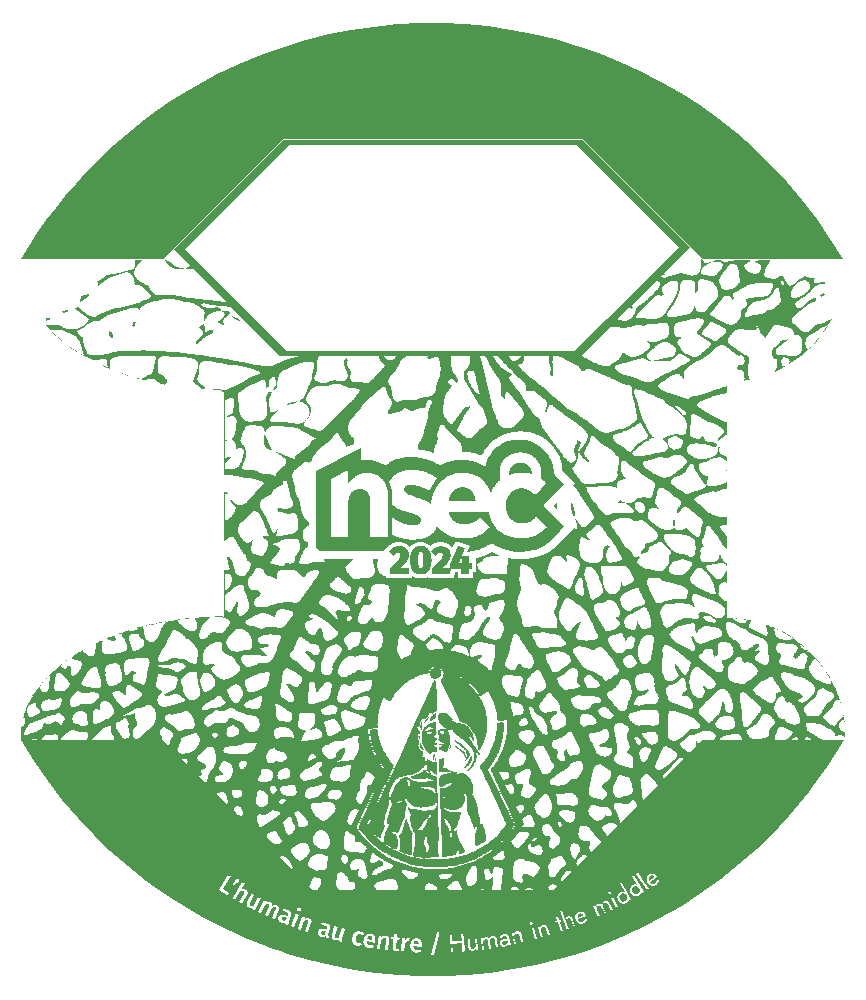
<source format=gbr>
%TF.GenerationSoftware,KiCad,Pcbnew,8.0.0*%
%TF.CreationDate,2024-04-10T23:53:27-03:00*%
%TF.ProjectId,sponsor_v1.0,73706f6e-736f-4725-9f76-312e302e6b69,rev?*%
%TF.SameCoordinates,Original*%
%TF.FileFunction,Soldermask,Top*%
%TF.FilePolarity,Negative*%
%FSLAX46Y46*%
G04 Gerber Fmt 4.6, Leading zero omitted, Abs format (unit mm)*
G04 Created by KiCad (PCBNEW 8.0.0) date 2024-04-10 23:53:27*
%MOMM*%
%LPD*%
G01*
G04 APERTURE LIST*
G04 Aperture macros list*
%AMFreePoly0*
4,1,25,0.438476,0.996596,0.450599,0.986242,0.986242,0.450599,1.014749,0.394650,1.016000,0.378757,1.016000,-0.378757,0.996596,-0.438476,0.986242,-0.450599,0.450599,-0.986242,0.394650,-1.014749,0.378757,-1.016000,-0.378757,-1.016000,-0.438476,-0.996596,-0.450599,-0.986242,-0.986242,-0.450599,-1.014749,-0.394650,-1.016000,-0.378757,-1.016000,0.378757,-0.996596,0.438476,-0.986242,0.450599,
-0.450599,0.986242,-0.394650,1.014749,-0.378757,1.016000,0.378757,1.016000,0.438476,0.996596,0.438476,0.996596,$1*%
G04 Aperture macros list end*
%ADD10C,0.000000*%
%ADD11FreePoly0,315.000000*%
%ADD12FreePoly0,135.000000*%
%ADD13FreePoly0,45.000000*%
%ADD14FreePoly0,225.000000*%
G04 APERTURE END LIST*
D10*
G36*
X172081852Y-136861957D02*
G01*
X172090460Y-136862499D01*
X172098783Y-136863374D01*
X172106869Y-136864558D01*
X172114764Y-136866027D01*
X172122517Y-136867758D01*
X172130175Y-136869726D01*
X172137786Y-136871908D01*
X172153055Y-136876818D01*
X172168704Y-136882298D01*
X172185112Y-136888159D01*
X172202661Y-136894209D01*
X172208743Y-136897437D01*
X172214825Y-136901021D01*
X172220907Y-136904938D01*
X172226989Y-136909163D01*
X172233072Y-136913673D01*
X172239154Y-136918445D01*
X172245236Y-136923454D01*
X172251318Y-136928677D01*
X172263483Y-136939668D01*
X172275647Y-136951230D01*
X172287811Y-136963173D01*
X172299976Y-136975305D01*
X171829628Y-137299685D01*
X171823578Y-137287520D01*
X171817718Y-137275356D01*
X171812238Y-137263192D01*
X171809700Y-137257110D01*
X171807328Y-137251028D01*
X171805146Y-137244946D01*
X171803178Y-137238863D01*
X171801447Y-137232781D01*
X171799977Y-137226698D01*
X171798793Y-137220615D01*
X171797917Y-137214532D01*
X171797373Y-137208448D01*
X171797185Y-137202365D01*
X171794516Y-137190387D01*
X171792560Y-137178766D01*
X171791269Y-137167477D01*
X171790596Y-137156497D01*
X171790493Y-137145802D01*
X171790913Y-137135368D01*
X171791808Y-137125171D01*
X171793131Y-137115189D01*
X171794834Y-137105396D01*
X171796869Y-137095770D01*
X171799190Y-137086287D01*
X171801749Y-137076922D01*
X171807389Y-137058454D01*
X171813409Y-137040177D01*
X171816822Y-137031058D01*
X171820948Y-137021963D01*
X171825740Y-137012915D01*
X171831149Y-137003938D01*
X171837128Y-136995057D01*
X171843630Y-136986294D01*
X171850607Y-136977674D01*
X171858012Y-136969221D01*
X171865797Y-136960957D01*
X171873914Y-136952907D01*
X171882317Y-136945095D01*
X171890957Y-136937544D01*
X171899787Y-136930278D01*
X171908760Y-136923321D01*
X171917828Y-136916697D01*
X171926943Y-136910428D01*
X171936066Y-136904536D01*
X171945189Y-136899024D01*
X171954312Y-136893892D01*
X171963435Y-136889141D01*
X171972558Y-136884769D01*
X171981681Y-136880778D01*
X171990804Y-136877166D01*
X171999928Y-136873935D01*
X172009051Y-136871084D01*
X172018174Y-136868613D01*
X172027297Y-136866522D01*
X172036420Y-136864812D01*
X172045544Y-136863481D01*
X172054666Y-136862531D01*
X172063789Y-136861961D01*
X172072912Y-136861771D01*
X172081852Y-136861957D01*
G37*
G36*
X143414013Y-138110631D02*
G01*
X163736370Y-138110631D01*
X165131198Y-136715802D01*
X170759175Y-136715802D01*
X171667436Y-138126855D01*
X171813409Y-138029540D01*
X171262706Y-137173986D01*
X171612443Y-137173986D01*
X171612970Y-137189191D01*
X171614185Y-137204397D01*
X171616114Y-137219602D01*
X171618779Y-137234808D01*
X171619159Y-137250195D01*
X171620299Y-137265914D01*
X171622200Y-137281919D01*
X171624861Y-137298161D01*
X171628282Y-137314594D01*
X171632463Y-137331169D01*
X171637405Y-137347839D01*
X171643107Y-137364557D01*
X171649570Y-137381275D01*
X171656792Y-137397946D01*
X171664775Y-137414521D01*
X171673518Y-137430954D01*
X171683022Y-137447197D01*
X171693285Y-137463203D01*
X171704309Y-137478923D01*
X171716094Y-137494310D01*
X171725407Y-137509326D01*
X171735101Y-137523961D01*
X171745174Y-137538216D01*
X171755628Y-137552091D01*
X171766462Y-137565586D01*
X171777676Y-137578701D01*
X171789270Y-137591436D01*
X171801245Y-137603790D01*
X171813599Y-137615764D01*
X171826334Y-137627359D01*
X171839448Y-137638573D01*
X171852943Y-137649407D01*
X171866818Y-137659860D01*
X171881073Y-137669934D01*
X171895709Y-137679628D01*
X171910724Y-137688941D01*
X171925929Y-137697687D01*
X171941134Y-137705697D01*
X171956339Y-137712994D01*
X171971544Y-137719603D01*
X171986749Y-137725546D01*
X172001954Y-137730848D01*
X172017159Y-137735532D01*
X172032364Y-137739622D01*
X172047570Y-137743142D01*
X172062775Y-137746115D01*
X172077980Y-137748566D01*
X172093186Y-137750519D01*
X172108391Y-137751996D01*
X172123597Y-137753021D01*
X172138802Y-137753619D01*
X172154008Y-137753813D01*
X172171886Y-137753437D01*
X172189075Y-137752324D01*
X172205647Y-137750499D01*
X172221671Y-137747984D01*
X172237221Y-137744805D01*
X172252367Y-137740983D01*
X172267180Y-137736545D01*
X172281732Y-137731512D01*
X172296093Y-137725909D01*
X172310336Y-137719759D01*
X172324531Y-137713087D01*
X172338751Y-137705916D01*
X172353065Y-137698269D01*
X172367546Y-137690172D01*
X172397291Y-137672717D01*
X172415158Y-137660549D01*
X172432264Y-137648358D01*
X172448609Y-137636119D01*
X172464195Y-137623809D01*
X172479020Y-137611403D01*
X172493085Y-137598879D01*
X172506389Y-137586212D01*
X172518933Y-137573379D01*
X172530718Y-137560356D01*
X172541741Y-137547119D01*
X172552005Y-137533644D01*
X172561509Y-137519908D01*
X172570252Y-137505887D01*
X172578235Y-137491558D01*
X172585459Y-137476895D01*
X172591922Y-137461877D01*
X172600664Y-137446493D01*
X172608646Y-137430800D01*
X172615868Y-137414870D01*
X172622330Y-137398774D01*
X172628032Y-137382582D01*
X172632973Y-137366367D01*
X172637155Y-137350199D01*
X172640576Y-137334150D01*
X172643238Y-137318292D01*
X172645139Y-137302694D01*
X172646280Y-137287429D01*
X172646661Y-137272568D01*
X172646282Y-137258182D01*
X172645142Y-137244343D01*
X172643243Y-137231121D01*
X172640584Y-137218589D01*
X172478397Y-137218589D01*
X172478333Y-137242886D01*
X172477890Y-137266993D01*
X172477406Y-137278917D01*
X172476686Y-137290721D01*
X172475680Y-137302383D01*
X172474341Y-137313878D01*
X172472622Y-137325183D01*
X172470476Y-137336275D01*
X172467854Y-137347129D01*
X172464710Y-137357721D01*
X172460995Y-137368028D01*
X172456662Y-137378026D01*
X172451664Y-137387691D01*
X172445953Y-137397000D01*
X172444339Y-137401515D01*
X172442540Y-137405940D01*
X172438414Y-137414548D01*
X172433623Y-137422871D01*
X172428214Y-137430957D01*
X172422234Y-137438852D01*
X172415732Y-137446605D01*
X172408755Y-137454264D01*
X172401351Y-137461874D01*
X172332419Y-137526749D01*
X172323292Y-137535496D01*
X172314142Y-137543507D01*
X172304944Y-137550804D01*
X172295674Y-137557413D01*
X172286310Y-137563357D01*
X172276826Y-137568659D01*
X172267200Y-137573343D01*
X172257407Y-137577434D01*
X172247425Y-137580954D01*
X172237229Y-137583928D01*
X172226795Y-137586379D01*
X172216099Y-137588331D01*
X172205119Y-137589808D01*
X172193830Y-137590834D01*
X172182209Y-137591432D01*
X172170232Y-137591626D01*
X172158253Y-137591436D01*
X172146631Y-137590866D01*
X172135342Y-137589915D01*
X172124362Y-137588585D01*
X172113666Y-137586875D01*
X172103232Y-137584784D01*
X172093036Y-137582314D01*
X172083053Y-137579463D01*
X172073261Y-137576232D01*
X172063635Y-137572621D01*
X172054151Y-137568629D01*
X172044786Y-137564258D01*
X172035516Y-137559506D01*
X172026318Y-137554374D01*
X172017167Y-137548861D01*
X172008039Y-137542968D01*
X171999102Y-137539737D01*
X171990522Y-137536126D01*
X171982274Y-137532134D01*
X171974335Y-137527763D01*
X171966681Y-137523011D01*
X171959288Y-137517879D01*
X171952133Y-137512367D01*
X171945192Y-137506475D01*
X171938441Y-137500203D01*
X171931856Y-137493550D01*
X171925413Y-137486518D01*
X171919089Y-137479105D01*
X171912860Y-137471312D01*
X171906702Y-137463139D01*
X171900592Y-137454586D01*
X171894505Y-137445653D01*
X172527045Y-137023963D01*
X172526348Y-137023931D01*
X172525548Y-137023856D01*
X172524511Y-137023709D01*
X172523283Y-137023468D01*
X172521913Y-137023107D01*
X172520448Y-137022604D01*
X172519694Y-137022292D01*
X172518935Y-137021935D01*
X172518176Y-137021530D01*
X172517423Y-137021075D01*
X172516681Y-137020567D01*
X172515957Y-137020002D01*
X172515258Y-137019378D01*
X172514587Y-137018691D01*
X172513953Y-137017939D01*
X172513360Y-137017118D01*
X172512814Y-137016227D01*
X172512322Y-137015261D01*
X172511890Y-137014217D01*
X172511523Y-137013094D01*
X172511227Y-137011887D01*
X172511008Y-137010595D01*
X172510872Y-137009213D01*
X172510826Y-137007739D01*
X172494606Y-136975300D01*
X172485114Y-136960285D01*
X172474933Y-136945650D01*
X172464134Y-136931395D01*
X172452789Y-136917519D01*
X172440969Y-136904025D01*
X172428745Y-136890910D01*
X172416189Y-136878175D01*
X172403372Y-136865821D01*
X172390364Y-136853846D01*
X172377238Y-136842252D01*
X172350914Y-136820204D01*
X172324970Y-136799677D01*
X172299976Y-136780670D01*
X172287625Y-136771924D01*
X172274919Y-136763914D01*
X172261879Y-136756617D01*
X172248531Y-136750008D01*
X172234898Y-136744065D01*
X172221004Y-136738763D01*
X172206872Y-136734079D01*
X172192526Y-136729989D01*
X172177990Y-136726469D01*
X172163288Y-136723495D01*
X172148443Y-136721044D01*
X172133480Y-136719092D01*
X172118421Y-136717615D01*
X172103291Y-136716590D01*
X172088113Y-136715992D01*
X172072912Y-136715798D01*
X172057706Y-136716174D01*
X172042501Y-136717287D01*
X172027296Y-136719112D01*
X172012090Y-136721627D01*
X171996885Y-136724806D01*
X171981680Y-136728627D01*
X171966475Y-136733066D01*
X171951270Y-136738099D01*
X171936065Y-136743702D01*
X171920860Y-136749852D01*
X171905655Y-136756524D01*
X171890450Y-136763695D01*
X171875244Y-136771341D01*
X171860039Y-136779439D01*
X171844834Y-136787965D01*
X171829628Y-136796894D01*
X171814617Y-136806207D01*
X171800009Y-136815901D01*
X171785829Y-136825974D01*
X171772101Y-136836428D01*
X171758847Y-136847262D01*
X171746093Y-136858476D01*
X171733861Y-136870070D01*
X171722176Y-136882044D01*
X171711061Y-136894398D01*
X171700540Y-136907133D01*
X171690636Y-136920247D01*
X171681375Y-136933741D01*
X171672778Y-136947616D01*
X171664870Y-136961870D01*
X171657675Y-136976505D01*
X171651217Y-136991520D01*
X171645329Y-137006725D01*
X171639844Y-137021931D01*
X171634788Y-137037136D01*
X171630183Y-137052342D01*
X171626053Y-137067547D01*
X171622421Y-137082753D01*
X171619313Y-137097958D01*
X171616751Y-137113164D01*
X171614759Y-137128369D01*
X171613362Y-137143575D01*
X171612582Y-137158780D01*
X171612443Y-137173986D01*
X171262706Y-137173986D01*
X170905143Y-136618487D01*
X170759175Y-136715802D01*
X165131198Y-136715802D01*
X176435808Y-125411188D01*
X188308091Y-125411188D01*
X187623980Y-126542516D01*
X186904138Y-127649087D01*
X186149322Y-128730095D01*
X185360295Y-129784732D01*
X184537817Y-130812189D01*
X183682647Y-131811658D01*
X182795546Y-132782333D01*
X181877274Y-133723405D01*
X180928591Y-134634066D01*
X179950259Y-135513509D01*
X178943036Y-136360925D01*
X177907684Y-137175508D01*
X176844962Y-137956448D01*
X175755631Y-138702940D01*
X174640451Y-139414173D01*
X173500183Y-140089342D01*
X171683577Y-141067479D01*
X169839672Y-141943712D01*
X167971866Y-142718960D01*
X166083557Y-143394145D01*
X164178143Y-143970186D01*
X162259019Y-144448005D01*
X160329585Y-144828522D01*
X158393237Y-145112658D01*
X156453372Y-145301333D01*
X154513389Y-145395468D01*
X152576685Y-145395984D01*
X150646657Y-145303801D01*
X148726702Y-145119840D01*
X146820218Y-144845022D01*
X144930602Y-144480267D01*
X143061253Y-144026495D01*
X141528239Y-143576424D01*
X153404893Y-143576424D01*
X153648177Y-143625082D01*
X154045610Y-141873431D01*
X154945692Y-141873431D01*
X155043005Y-143381794D01*
X155221417Y-143365575D01*
X155172759Y-142635720D01*
X155983705Y-142587067D01*
X156032363Y-143316917D01*
X156210772Y-143300698D01*
X156144850Y-142278902D01*
X156470275Y-142278902D01*
X156535149Y-142895222D01*
X156535711Y-142916315D01*
X156537367Y-142937004D01*
X156540067Y-142957266D01*
X156543766Y-142977076D01*
X156548414Y-142996411D01*
X156553966Y-143015247D01*
X156560373Y-143033561D01*
X156567587Y-143051328D01*
X156575562Y-143068525D01*
X156584250Y-143085128D01*
X156593602Y-143101114D01*
X156603573Y-143116458D01*
X156614114Y-143131137D01*
X156625177Y-143145127D01*
X156636715Y-143158404D01*
X156648681Y-143170944D01*
X156663891Y-143182725D01*
X156679124Y-143193721D01*
X156694404Y-143203909D01*
X156709756Y-143213266D01*
X156725203Y-143221768D01*
X156740769Y-143229390D01*
X156756477Y-143236110D01*
X156772352Y-143241903D01*
X156788416Y-143246746D01*
X156804694Y-143250615D01*
X156821211Y-143253486D01*
X156837988Y-143255335D01*
X156855050Y-143256139D01*
X156872422Y-143255873D01*
X156890126Y-143254515D01*
X156908186Y-143252040D01*
X156931786Y-143245926D01*
X156954055Y-143239622D01*
X156975184Y-143232938D01*
X156985380Y-143229394D01*
X156995362Y-143225684D01*
X157005155Y-143221784D01*
X157014781Y-143217670D01*
X157024265Y-143213318D01*
X157033629Y-143208705D01*
X157042899Y-143203806D01*
X157052098Y-143198599D01*
X157061249Y-143193060D01*
X157070376Y-143187164D01*
X157079313Y-143180893D01*
X157087894Y-143174241D01*
X157096142Y-143167210D01*
X157104081Y-143159797D01*
X157111735Y-143152005D01*
X157119128Y-143143832D01*
X157126283Y-143135279D01*
X157133224Y-143126345D01*
X157139975Y-143117031D01*
X157146560Y-143107337D01*
X157153003Y-143097263D01*
X157159326Y-143086808D01*
X157165555Y-143075974D01*
X157171712Y-143064760D01*
X157183908Y-143041191D01*
X157200127Y-143203383D01*
X157346100Y-143187164D01*
X157248785Y-142197806D01*
X157086595Y-142214030D01*
X157151470Y-142814131D01*
X157151438Y-142831679D01*
X157151216Y-142848087D01*
X157150614Y-142863735D01*
X157150111Y-142871393D01*
X157149442Y-142879004D01*
X157148583Y-142886614D01*
X157147510Y-142894272D01*
X157146199Y-142902025D01*
X157144627Y-142909921D01*
X157142770Y-142918007D01*
X157140604Y-142926330D01*
X157138105Y-142934939D01*
X157135250Y-142943880D01*
X157133683Y-142948349D01*
X157132023Y-142952636D01*
X157130275Y-142956751D01*
X157128440Y-142960702D01*
X157126522Y-142964499D01*
X157124523Y-142968151D01*
X157122448Y-142971666D01*
X157120298Y-142975053D01*
X157115788Y-142981479D01*
X157111017Y-142987501D01*
X157106008Y-142993191D01*
X157100785Y-142998619D01*
X157054157Y-143041191D01*
X157047888Y-143047083D01*
X157041264Y-143052595D01*
X157034306Y-143057727D01*
X157027040Y-143062478D01*
X157019489Y-143066850D01*
X157011676Y-143070841D01*
X157003626Y-143074453D01*
X156995362Y-143077684D01*
X156986908Y-143080535D01*
X156978288Y-143083006D01*
X156969525Y-143085097D01*
X156960643Y-143086807D01*
X156951666Y-143088138D01*
X156942618Y-143089088D01*
X156933522Y-143089658D01*
X156924403Y-143089848D01*
X156912247Y-143089658D01*
X156900138Y-143089088D01*
X156888125Y-143088138D01*
X156876254Y-143086808D01*
X156864573Y-143085098D01*
X156853129Y-143083008D01*
X156841971Y-143080538D01*
X156831145Y-143077687D01*
X156820699Y-143074457D01*
X156810681Y-143070845D01*
X156801138Y-143066854D01*
X156792118Y-143062482D01*
X156783667Y-143057730D01*
X156775835Y-143052597D01*
X156768668Y-143047084D01*
X156762213Y-143041191D01*
X156750113Y-143022882D01*
X156738393Y-143004193D01*
X156732794Y-142994587D01*
X156727433Y-142984744D01*
X156722356Y-142974615D01*
X156717613Y-142964153D01*
X156713249Y-142953312D01*
X156709313Y-142942042D01*
X156705852Y-142930298D01*
X156702914Y-142918031D01*
X156700546Y-142905193D01*
X156698796Y-142891738D01*
X156697711Y-142877617D01*
X156697339Y-142862784D01*
X156632464Y-142262683D01*
X156470275Y-142278902D01*
X156144850Y-142278902D01*
X156138571Y-142181582D01*
X157573169Y-142181582D01*
X157719137Y-143154716D01*
X157881329Y-143138496D01*
X157800233Y-142538395D01*
X157800265Y-142520182D01*
X157800487Y-142502158D01*
X157801089Y-142484514D01*
X157801591Y-142475894D01*
X157802261Y-142467440D01*
X157803120Y-142459176D01*
X157804193Y-142451126D01*
X157805504Y-142443314D01*
X157807076Y-142435763D01*
X157808933Y-142428496D01*
X157811099Y-142421539D01*
X157813598Y-142414914D01*
X157816453Y-142408646D01*
X157819498Y-142399713D01*
X157822566Y-142391160D01*
X157825683Y-142382987D01*
X157828870Y-142375194D01*
X157832153Y-142367781D01*
X157835554Y-142360749D01*
X157839098Y-142354096D01*
X157842809Y-142347824D01*
X157846709Y-142341932D01*
X157848738Y-142339128D01*
X157850823Y-142336420D01*
X157852968Y-142333807D01*
X157855175Y-142331288D01*
X157857447Y-142328865D01*
X157859788Y-142326536D01*
X157862200Y-142324303D01*
X157864686Y-142322165D01*
X157867250Y-142320122D01*
X157869894Y-142318173D01*
X157872620Y-142316320D01*
X157875433Y-142314562D01*
X157878335Y-142312899D01*
X157881329Y-142311331D01*
X157887415Y-142305440D01*
X157893525Y-142299928D01*
X157899682Y-142294797D01*
X157905911Y-142290046D01*
X157912234Y-142285675D01*
X157918676Y-142281684D01*
X157925261Y-142278073D01*
X157932012Y-142274842D01*
X157938953Y-142271991D01*
X157946108Y-142269520D01*
X157953500Y-142267430D01*
X157961154Y-142265719D01*
X157969093Y-142264389D01*
X157977341Y-142263438D01*
X157985922Y-142262868D01*
X157994859Y-142262678D01*
X158006833Y-142260014D01*
X158012678Y-142258959D01*
X158018428Y-142258086D01*
X158024082Y-142257391D01*
X158029642Y-142256871D01*
X158035106Y-142256523D01*
X158040476Y-142256344D01*
X158045750Y-142256332D01*
X158050929Y-142256483D01*
X158056014Y-142256794D01*
X158061003Y-142257263D01*
X158065897Y-142257886D01*
X158070697Y-142258661D01*
X158080010Y-142260652D01*
X158088943Y-142263214D01*
X158097496Y-142266322D01*
X158105669Y-142269953D01*
X158113462Y-142274083D01*
X158120875Y-142278688D01*
X158127907Y-142283744D01*
X158134560Y-142289228D01*
X158140832Y-142295116D01*
X158146727Y-142301575D01*
X158152266Y-142308770D01*
X158157473Y-142316677D01*
X158162370Y-142325274D01*
X158166983Y-142334536D01*
X158171334Y-142344439D01*
X158175448Y-142354960D01*
X158179349Y-142366075D01*
X158183059Y-142377761D01*
X158186603Y-142389992D01*
X158193286Y-142416000D01*
X158199590Y-142443909D01*
X158205704Y-142473528D01*
X158286800Y-143073629D01*
X158448988Y-143057410D01*
X158367896Y-142457308D01*
X158367928Y-142439094D01*
X158368150Y-142421069D01*
X158368752Y-142403425D01*
X158369254Y-142394805D01*
X158369924Y-142386351D01*
X158370783Y-142378087D01*
X158371856Y-142370037D01*
X158373167Y-142362225D01*
X158374739Y-142354673D01*
X158376596Y-142347407D01*
X158378762Y-142340449D01*
X158381260Y-142333824D01*
X158384115Y-142327555D01*
X158387160Y-142318800D01*
X158390229Y-142310734D01*
X158393346Y-142303285D01*
X158396533Y-142296384D01*
X158399816Y-142289957D01*
X158403217Y-142283934D01*
X158406761Y-142278244D01*
X158410471Y-142272816D01*
X158414371Y-142267577D01*
X158418485Y-142262457D01*
X158422836Y-142257385D01*
X158427449Y-142252290D01*
X158432347Y-142247099D01*
X158437553Y-142241742D01*
X158448988Y-142230244D01*
X158455074Y-142224352D01*
X158461184Y-142218840D01*
X158467341Y-142213708D01*
X158473570Y-142208957D01*
X158479894Y-142204585D01*
X158486336Y-142200593D01*
X158492921Y-142196982D01*
X158499673Y-142193751D01*
X158506614Y-142190900D01*
X158513769Y-142188429D01*
X158521162Y-142186338D01*
X158528816Y-142184628D01*
X158536756Y-142183297D01*
X158545004Y-142182347D01*
X158553585Y-142181777D01*
X158562522Y-142181587D01*
X158574496Y-142178922D01*
X158580341Y-142177868D01*
X158586090Y-142176995D01*
X158591745Y-142176299D01*
X158597304Y-142175779D01*
X158602769Y-142175432D01*
X158608138Y-142175253D01*
X158613412Y-142175241D01*
X158618591Y-142175392D01*
X158623675Y-142175703D01*
X158628665Y-142176172D01*
X158633559Y-142176795D01*
X158638358Y-142177570D01*
X158647671Y-142179562D01*
X158656603Y-142182124D01*
X158665156Y-142185232D01*
X158673329Y-142188863D01*
X158681121Y-142192993D01*
X158688533Y-142197599D01*
X158695566Y-142202656D01*
X158702218Y-142208141D01*
X158708490Y-142214030D01*
X158714386Y-142220488D01*
X158719926Y-142227683D01*
X158725133Y-142235590D01*
X158730031Y-142244187D01*
X158734645Y-142253448D01*
X158738996Y-142263351D01*
X158743110Y-142273872D01*
X158747011Y-142284986D01*
X158750721Y-142296671D01*
X158754265Y-142308903D01*
X158760949Y-142334910D01*
X158767253Y-142362817D01*
X158773367Y-142392436D01*
X158854463Y-142992542D01*
X159032879Y-142943880D01*
X158951783Y-142327564D01*
X158945669Y-142297913D01*
X158939365Y-142269783D01*
X158932681Y-142243174D01*
X158929137Y-142230439D01*
X158925427Y-142218085D01*
X158921526Y-142206110D01*
X158917412Y-142194516D01*
X158913060Y-142183302D01*
X158908447Y-142172468D01*
X158903549Y-142162014D01*
X158898342Y-142151941D01*
X158892802Y-142142247D01*
X158886906Y-142132934D01*
X158880639Y-142123817D01*
X158874015Y-142114749D01*
X158867058Y-142105776D01*
X158859792Y-142096945D01*
X158852242Y-142088305D01*
X158844429Y-142079902D01*
X158836379Y-142071785D01*
X158828116Y-142064000D01*
X158819662Y-142056596D01*
X158813789Y-142051842D01*
X159195062Y-142051842D01*
X159292377Y-142165377D01*
X159292471Y-142163857D01*
X159292745Y-142162336D01*
X159293192Y-142160816D01*
X159293803Y-142159296D01*
X159294567Y-142157776D01*
X159295478Y-142156256D01*
X159296524Y-142154735D01*
X159297699Y-142153215D01*
X159300396Y-142150174D01*
X159303496Y-142147134D01*
X159306929Y-142144093D01*
X159310624Y-142141052D01*
X159318511Y-142134970D01*
X159326589Y-142128888D01*
X159330521Y-142125847D01*
X159334287Y-142122806D01*
X159337815Y-142119765D01*
X159341035Y-142116724D01*
X159344262Y-142110828D01*
X159347845Y-142105288D01*
X159351762Y-142100081D01*
X159355987Y-142095183D01*
X159360497Y-142090570D01*
X159365268Y-142086218D01*
X159370278Y-142082104D01*
X159375500Y-142078203D01*
X159380913Y-142074493D01*
X159386493Y-142070949D01*
X159392215Y-142067548D01*
X159398055Y-142064265D01*
X159409998Y-142057961D01*
X159422131Y-142051847D01*
X159551880Y-142019409D01*
X159632976Y-142019409D01*
X159645108Y-142019440D01*
X159657051Y-142019662D01*
X159662892Y-142019904D01*
X159668614Y-142020264D01*
X159674193Y-142020767D01*
X159679606Y-142021436D01*
X159684829Y-142022295D01*
X159689838Y-142023368D01*
X159694609Y-142024679D01*
X159699120Y-142026251D01*
X159701269Y-142027143D01*
X159703345Y-142028108D01*
X159705343Y-142029151D01*
X159707261Y-142030274D01*
X159709096Y-142031480D01*
X159710845Y-142032773D01*
X159712504Y-142034154D01*
X159714072Y-142035628D01*
X159762729Y-142084281D01*
X159765766Y-142087509D01*
X159768779Y-142091093D01*
X159771744Y-142095009D01*
X159774638Y-142099235D01*
X159777438Y-142103745D01*
X159780119Y-142108517D01*
X159782657Y-142113526D01*
X159785029Y-142118748D01*
X159787211Y-142124161D01*
X159789179Y-142129740D01*
X159790910Y-142135462D01*
X159792379Y-142141302D01*
X159793564Y-142147237D01*
X159794439Y-142153244D01*
X159794982Y-142159299D01*
X159795168Y-142165377D01*
X159827602Y-142311345D01*
X159815407Y-142305294D01*
X159803022Y-142299434D01*
X159790257Y-142293954D01*
X159783672Y-142291415D01*
X159776921Y-142289044D01*
X159769979Y-142286862D01*
X159762824Y-142284894D01*
X159755431Y-142283163D01*
X159747777Y-142281694D01*
X159739838Y-142280510D01*
X159731590Y-142279635D01*
X159723009Y-142279093D01*
X159714072Y-142278907D01*
X159704762Y-142276056D01*
X159695097Y-142273585D01*
X159685098Y-142271494D01*
X159674791Y-142269783D01*
X159664198Y-142268453D01*
X159653345Y-142267502D01*
X159642253Y-142266932D01*
X159630948Y-142266742D01*
X159619453Y-142266932D01*
X159607792Y-142267502D01*
X159595988Y-142268453D01*
X159584065Y-142269783D01*
X159572047Y-142271494D01*
X159559958Y-142273585D01*
X159547821Y-142276056D01*
X159535660Y-142278907D01*
X159514571Y-142282323D01*
X159493909Y-142286476D01*
X159473722Y-142291342D01*
X159454058Y-142296898D01*
X159434965Y-142303118D01*
X159416489Y-142309981D01*
X159398678Y-142317460D01*
X159381580Y-142325534D01*
X159365243Y-142334179D01*
X159349713Y-142343369D01*
X159335039Y-142353082D01*
X159321267Y-142363294D01*
X159308445Y-142373982D01*
X159296622Y-142385120D01*
X159285843Y-142396686D01*
X159276158Y-142408656D01*
X159267415Y-142421010D01*
X159259432Y-142433745D01*
X159252209Y-142446859D01*
X159245747Y-142460354D01*
X159240045Y-142474229D01*
X159235103Y-142488484D01*
X159230921Y-142503119D01*
X159227500Y-142518135D01*
X159224839Y-142533530D01*
X159222939Y-142549305D01*
X159221798Y-142565461D01*
X159221418Y-142581996D01*
X159221798Y-142598912D01*
X159222939Y-142616208D01*
X159224839Y-142633883D01*
X159227500Y-142651939D01*
X159233646Y-142676204D01*
X159240171Y-142700090D01*
X159243696Y-142711771D01*
X159247457Y-142723215D01*
X159251504Y-142734373D01*
X159255884Y-142745199D01*
X159260643Y-142755645D01*
X159265831Y-142765664D01*
X159271493Y-142775207D01*
X159277678Y-142784227D01*
X159280982Y-142788526D01*
X159284434Y-142792677D01*
X159288040Y-142796673D01*
X159291807Y-142800509D01*
X159295740Y-142804179D01*
X159299845Y-142807677D01*
X159304129Y-142810996D01*
X159308596Y-142814131D01*
X159345087Y-142838206D01*
X159363333Y-142849769D01*
X159381579Y-142860761D01*
X159399825Y-142870993D01*
X159408948Y-142875765D01*
X159418071Y-142880275D01*
X159427195Y-142884500D01*
X159436318Y-142888416D01*
X159445441Y-142892000D01*
X159454564Y-142895227D01*
X159463692Y-142898078D01*
X159472843Y-142900549D01*
X159482041Y-142902640D01*
X159491311Y-142904350D01*
X159500676Y-142905681D01*
X159510159Y-142906631D01*
X159519785Y-142907201D01*
X159529578Y-142907391D01*
X159539560Y-142907201D01*
X159549756Y-142906631D01*
X159560190Y-142905681D01*
X159570885Y-142904350D01*
X159581864Y-142902640D01*
X159593153Y-142900549D01*
X159604774Y-142898078D01*
X159616752Y-142895227D01*
X159653245Y-142882809D01*
X159671492Y-142876125D01*
X159689738Y-142868871D01*
X159698862Y-142864971D01*
X159707985Y-142860856D01*
X159717108Y-142856505D01*
X159726232Y-142851891D01*
X159735355Y-142846993D01*
X159744478Y-142841786D01*
X159753601Y-142836246D01*
X159762725Y-142830350D01*
X159771662Y-142824264D01*
X159780243Y-142818154D01*
X159788491Y-142811996D01*
X159796430Y-142805767D01*
X159804084Y-142799443D01*
X159811477Y-142793001D01*
X159818632Y-142786415D01*
X159825574Y-142779663D01*
X159832325Y-142772722D01*
X159838910Y-142765566D01*
X159845352Y-142758174D01*
X159851675Y-142750519D01*
X159857903Y-142742580D01*
X159864060Y-142734332D01*
X159870169Y-142725752D01*
X159876254Y-142716816D01*
X159877728Y-142715296D01*
X159879110Y-142713775D01*
X159880402Y-142712255D01*
X159881608Y-142710735D01*
X159882731Y-142709215D01*
X159883774Y-142707695D01*
X159885631Y-142704654D01*
X159887203Y-142701613D01*
X159888514Y-142698573D01*
X159889587Y-142695532D01*
X159890446Y-142692491D01*
X159891116Y-142689450D01*
X159891618Y-142686409D01*
X159891979Y-142683368D01*
X159892220Y-142680327D01*
X159892367Y-142677286D01*
X159892442Y-142674245D01*
X159892474Y-142668163D01*
X159924912Y-142797912D01*
X160103323Y-142781693D01*
X159973570Y-142084276D01*
X159970342Y-142072303D01*
X159966759Y-142060709D01*
X159962843Y-142049496D01*
X159958618Y-142038662D01*
X159954107Y-142028209D01*
X159949336Y-142018136D01*
X159944327Y-142008442D01*
X159939104Y-141999129D01*
X159933691Y-141990196D01*
X159928112Y-141981643D01*
X159922390Y-141973470D01*
X159916549Y-141965678D01*
X159910613Y-141958265D01*
X159904606Y-141951233D01*
X159898552Y-141944580D01*
X159892474Y-141938308D01*
X159886202Y-141929558D01*
X159879551Y-141921520D01*
X159872519Y-141914147D01*
X159865106Y-141907392D01*
X159857314Y-141901207D01*
X159849142Y-141895544D01*
X159840589Y-141890357D01*
X159831656Y-141885597D01*
X159822343Y-141881217D01*
X159812649Y-141877170D01*
X159802576Y-141873408D01*
X159792122Y-141869884D01*
X159781288Y-141866549D01*
X159770074Y-141863358D01*
X159746506Y-141857212D01*
X159737192Y-141854361D01*
X159727499Y-141851890D01*
X159717425Y-141849799D01*
X159706972Y-141848089D01*
X159696138Y-141846758D01*
X159684925Y-141845808D01*
X159673331Y-141845237D01*
X159661357Y-141845047D01*
X159649003Y-141845237D01*
X159636269Y-141845808D01*
X159623154Y-141846758D01*
X159609660Y-141848089D01*
X159595785Y-141849799D01*
X159581530Y-141851890D01*
X159566895Y-141854361D01*
X159551880Y-141857212D01*
X159534006Y-141860439D01*
X159516845Y-141864023D01*
X159500349Y-141867939D01*
X159484471Y-141872164D01*
X159469162Y-141876674D01*
X159454377Y-141881446D01*
X159440066Y-141886455D01*
X159426183Y-141891678D01*
X159412680Y-141897091D01*
X159399510Y-141902670D01*
X159373978Y-141914232D01*
X159349206Y-141926175D01*
X159324815Y-141938308D01*
X159315696Y-141947246D01*
X159306601Y-141955827D01*
X159297552Y-141964076D01*
X159288576Y-141972015D01*
X159270931Y-141987063D01*
X159253856Y-142001159D01*
X159237542Y-142014495D01*
X159222178Y-142027261D01*
X159207955Y-142039646D01*
X159201330Y-142045756D01*
X159195062Y-142051842D01*
X158813789Y-142051842D01*
X158811041Y-142049619D01*
X158802279Y-142043117D01*
X158793397Y-142037138D01*
X158784420Y-142031730D01*
X158775372Y-142026938D01*
X158766277Y-142022812D01*
X158757157Y-142019399D01*
X158738182Y-142013380D01*
X158717876Y-142007741D01*
X158707284Y-142005183D01*
X158696430Y-142002862D01*
X158685339Y-142000826D01*
X158674034Y-141999123D01*
X158662539Y-141997801D01*
X158650877Y-141996906D01*
X158639073Y-141996486D01*
X158627150Y-141996589D01*
X158615132Y-141997262D01*
X158603043Y-141998554D01*
X158590906Y-142000510D01*
X158578746Y-142003180D01*
X158566768Y-142003552D01*
X158555147Y-142004637D01*
X158543859Y-142006387D01*
X158532879Y-142008755D01*
X158522184Y-142011692D01*
X158511750Y-142015153D01*
X158501554Y-142019088D01*
X158491572Y-142023452D01*
X158481779Y-142028195D01*
X158472153Y-142033271D01*
X158462670Y-142038632D01*
X158453305Y-142044231D01*
X158434837Y-142055951D01*
X158416559Y-142068052D01*
X158407621Y-142077179D01*
X158399040Y-142086330D01*
X158390792Y-142095529D01*
X158382853Y-142104799D01*
X158375199Y-142114164D01*
X158367806Y-142123647D01*
X158360651Y-142133273D01*
X158353709Y-142143066D01*
X158346958Y-142153049D01*
X158340373Y-142163245D01*
X158333930Y-142173679D01*
X158327606Y-142184374D01*
X158315220Y-142206644D01*
X158303024Y-142230244D01*
X158296756Y-142221306D01*
X158290131Y-142212725D01*
X158283174Y-142204476D01*
X158275908Y-142196537D01*
X158268356Y-142188882D01*
X158260544Y-142181490D01*
X158252494Y-142174334D01*
X158244230Y-142167393D01*
X158235776Y-142160642D01*
X158227156Y-142154057D01*
X158209512Y-142141291D01*
X158191488Y-142128906D01*
X158173275Y-142116710D01*
X158154300Y-142110689D01*
X158133994Y-142105050D01*
X158123401Y-142102491D01*
X158112547Y-142100170D01*
X158101455Y-142098135D01*
X158090150Y-142096432D01*
X158078654Y-142095109D01*
X158066993Y-142094214D01*
X158055189Y-142093794D01*
X158043266Y-142093897D01*
X158031248Y-142094570D01*
X158019160Y-142095861D01*
X158007024Y-142097817D01*
X157994864Y-142100486D01*
X157956090Y-142112906D01*
X157935848Y-142119590D01*
X157925762Y-142123134D01*
X157915796Y-142126844D01*
X157906019Y-142130744D01*
X157896504Y-142134858D01*
X157887322Y-142139209D01*
X157878544Y-142143822D01*
X157870241Y-142148720D01*
X157862484Y-142153927D01*
X157855345Y-142159467D01*
X157848896Y-142165363D01*
X157839962Y-142171634D01*
X157831409Y-142178286D01*
X157823236Y-142185318D01*
X157815443Y-142192731D01*
X157808031Y-142200523D01*
X157800998Y-142208696D01*
X157794346Y-142217249D01*
X157788074Y-142226182D01*
X157782181Y-142235496D01*
X157776669Y-142245189D01*
X157771538Y-142255263D01*
X157766786Y-142265716D01*
X157762414Y-142276550D01*
X157758423Y-142287764D01*
X157754812Y-142299357D01*
X157751580Y-142311331D01*
X157735361Y-142165363D01*
X157573169Y-142181582D01*
X156138571Y-142181582D01*
X156113459Y-141792340D01*
X155935048Y-141808559D01*
X155967486Y-142408660D01*
X155156538Y-142457318D01*
X155124101Y-141857212D01*
X154945692Y-141873431D01*
X154045610Y-141873431D01*
X154078730Y-141727458D01*
X160184419Y-141727458D01*
X160395264Y-142700597D01*
X160557452Y-142668158D01*
X160427703Y-142084271D01*
X160424852Y-142075153D01*
X160422381Y-142066058D01*
X160420290Y-142057011D01*
X160418580Y-142048034D01*
X160417249Y-142039153D01*
X160416299Y-142030390D01*
X160415729Y-142021770D01*
X160415538Y-142013316D01*
X160415729Y-142005053D01*
X160416299Y-141997003D01*
X160417249Y-141989190D01*
X160418580Y-141981639D01*
X160420290Y-141974373D01*
X160422381Y-141967415D01*
X160424852Y-141960791D01*
X160427703Y-141954522D01*
X160433817Y-141942358D01*
X160440120Y-141930194D01*
X160446803Y-141918030D01*
X160450347Y-141911948D01*
X160454057Y-141905867D01*
X160457957Y-141899785D01*
X160462070Y-141893702D01*
X160466422Y-141887620D01*
X160471035Y-141881538D01*
X160475933Y-141875456D01*
X160481139Y-141869373D01*
X160486679Y-141863290D01*
X160492575Y-141857207D01*
X160498662Y-141851312D01*
X160504773Y-141845773D01*
X160510931Y-141840566D01*
X160517160Y-141835669D01*
X160523484Y-141831056D01*
X160529927Y-141826705D01*
X160536512Y-141822591D01*
X160543264Y-141818691D01*
X160550205Y-141814980D01*
X160557360Y-141811437D01*
X160564753Y-141808035D01*
X160572407Y-141804753D01*
X160580345Y-141801565D01*
X160588593Y-141798449D01*
X160606110Y-141792335D01*
X160618088Y-141789671D01*
X160629710Y-141787743D01*
X160640999Y-141786528D01*
X160651979Y-141786001D01*
X160662674Y-141786140D01*
X160673108Y-141786920D01*
X160683304Y-141788318D01*
X160693286Y-141790309D01*
X160703078Y-141792871D01*
X160712704Y-141795979D01*
X160722188Y-141799610D01*
X160731553Y-141803740D01*
X160740823Y-141808345D01*
X160750022Y-141813401D01*
X160759174Y-141818885D01*
X160768302Y-141824773D01*
X160777235Y-141831050D01*
X160785788Y-141837730D01*
X160793961Y-141844838D01*
X160801754Y-141852397D01*
X160809166Y-141860431D01*
X160816199Y-141868964D01*
X160822851Y-141878020D01*
X160829124Y-141887622D01*
X160835016Y-141897795D01*
X160840528Y-141908561D01*
X160845660Y-141919945D01*
X160850411Y-141931970D01*
X160854783Y-141944661D01*
X160858774Y-141958040D01*
X160862386Y-141972132D01*
X160865617Y-141986961D01*
X160995366Y-142570848D01*
X161173777Y-142522181D01*
X161044023Y-141905865D01*
X161040602Y-141884775D01*
X161036421Y-141864113D01*
X161031479Y-141843926D01*
X161025778Y-141824262D01*
X161019316Y-141805168D01*
X161012093Y-141786692D01*
X161004111Y-141768881D01*
X160995368Y-141751782D01*
X160985865Y-141735444D01*
X160975602Y-141719914D01*
X160964578Y-141705239D01*
X160958781Y-141698237D01*
X160952794Y-141691467D01*
X160946617Y-141684934D01*
X160940250Y-141678645D01*
X160933693Y-141672606D01*
X160926945Y-141666822D01*
X160920008Y-141661299D01*
X160912881Y-141656043D01*
X160905563Y-141651061D01*
X160898055Y-141646357D01*
X160885519Y-141637615D01*
X160872271Y-141629633D01*
X160858357Y-141622411D01*
X160843825Y-141615949D01*
X160828723Y-141610248D01*
X160813098Y-141605306D01*
X160796998Y-141601125D01*
X160780470Y-141597704D01*
X160763562Y-141595043D01*
X160746321Y-141593143D01*
X160728796Y-141592002D01*
X160711032Y-141591622D01*
X160693079Y-141592002D01*
X160674982Y-141593143D01*
X160656791Y-141595044D01*
X160638553Y-141597704D01*
X160626574Y-141600932D01*
X160614952Y-141604515D01*
X160603663Y-141608431D01*
X160592683Y-141612656D01*
X160581987Y-141617166D01*
X160571553Y-141621937D01*
X160561357Y-141626946D01*
X160551374Y-141632169D01*
X160541582Y-141637581D01*
X160531956Y-141643161D01*
X160513107Y-141654723D01*
X160494639Y-141666666D01*
X160476360Y-141678801D01*
X160467427Y-141687927D01*
X160458874Y-141697077D01*
X160450702Y-141706276D01*
X160442909Y-141715545D01*
X160435497Y-141724910D01*
X160428464Y-141734393D01*
X160421812Y-141744020D01*
X160415540Y-141753812D01*
X160409648Y-141763795D01*
X160404136Y-141773991D01*
X160399005Y-141784425D01*
X160394253Y-141795120D01*
X160389881Y-141806100D01*
X160385889Y-141817389D01*
X160382277Y-141829010D01*
X160379045Y-141840988D01*
X160346607Y-141695020D01*
X160184419Y-141727458D01*
X154078730Y-141727458D01*
X154086088Y-141695024D01*
X153859024Y-141646367D01*
X153404893Y-143576424D01*
X141528239Y-143576424D01*
X141215566Y-143484628D01*
X140636913Y-143284479D01*
X150842296Y-143284479D01*
X151118018Y-143300698D01*
X151154799Y-142847070D01*
X151617700Y-142847070D01*
X151618309Y-142878621D01*
X151620297Y-142909412D01*
X151623615Y-142939442D01*
X151628217Y-142968712D01*
X151634053Y-142997222D01*
X151641078Y-143024972D01*
X151649243Y-143051962D01*
X151658501Y-143078191D01*
X151668804Y-143103660D01*
X151680105Y-143128369D01*
X151692357Y-143152318D01*
X151705511Y-143175506D01*
X151719521Y-143197934D01*
X151734338Y-143219602D01*
X151752964Y-143240315D01*
X151772351Y-143259865D01*
X151792497Y-143278226D01*
X151813404Y-143295376D01*
X151835072Y-143311290D01*
X151857499Y-143325945D01*
X151880687Y-143339318D01*
X151904636Y-143351383D01*
X151929344Y-143362118D01*
X151954813Y-143371499D01*
X151981042Y-143379501D01*
X152008032Y-143386102D01*
X152035782Y-143391278D01*
X152064292Y-143395004D01*
X152093562Y-143397257D01*
X152123592Y-143398013D01*
X152150958Y-143400298D01*
X152178300Y-143401086D01*
X152205594Y-143400401D01*
X152232817Y-143398267D01*
X152259945Y-143394707D01*
X152286954Y-143389745D01*
X152313821Y-143383406D01*
X152340521Y-143375712D01*
X152367031Y-143366687D01*
X152393327Y-143356356D01*
X152419386Y-143344742D01*
X152445184Y-143331869D01*
X152470696Y-143317761D01*
X152495899Y-143302440D01*
X152520770Y-143285932D01*
X152545285Y-143268259D01*
X152447970Y-143106067D01*
X152438847Y-143111964D01*
X152429725Y-143117503D01*
X152420602Y-143122710D01*
X152411479Y-143127609D01*
X152402356Y-143132222D01*
X152393233Y-143136573D01*
X152384110Y-143140688D01*
X152374987Y-143144588D01*
X152356741Y-143151842D01*
X152338495Y-143158526D01*
X152302001Y-143170944D01*
X152292878Y-143173799D01*
X152283756Y-143176298D01*
X152274633Y-143178464D01*
X152265510Y-143180321D01*
X152256386Y-143181893D01*
X152247263Y-143183204D01*
X152238140Y-143184277D01*
X152229017Y-143185136D01*
X152210771Y-143186308D01*
X152192524Y-143186910D01*
X152156031Y-143187164D01*
X152141016Y-143186787D01*
X152126381Y-143185675D01*
X152112126Y-143183849D01*
X152098252Y-143181335D01*
X152084757Y-143178155D01*
X152071643Y-143174334D01*
X152058909Y-143169895D01*
X152046554Y-143164862D01*
X152034580Y-143159259D01*
X152022986Y-143153109D01*
X152011773Y-143146437D01*
X152000939Y-143139266D01*
X151990485Y-143131620D01*
X151980412Y-143123522D01*
X151970718Y-143114997D01*
X151961405Y-143106067D01*
X151952476Y-143096566D01*
X151943950Y-143086303D01*
X151935853Y-143075280D01*
X151928206Y-143063497D01*
X151921035Y-143050953D01*
X151914363Y-143037648D01*
X151908213Y-143023583D01*
X151902610Y-143008758D01*
X151897578Y-142993172D01*
X151893139Y-142976826D01*
X151889317Y-142959720D01*
X151886138Y-142941853D01*
X151883623Y-142923226D01*
X151881798Y-142903839D01*
X151880685Y-142883692D01*
X151880309Y-142862784D01*
X152577726Y-142895227D01*
X152580585Y-142883439D01*
X152583111Y-142872387D01*
X152587356Y-142852398D01*
X152590840Y-142835070D01*
X152593944Y-142820213D01*
X152595472Y-142813652D01*
X152597048Y-142807637D01*
X152598719Y-142802145D01*
X152600532Y-142797152D01*
X152602535Y-142792633D01*
X152603623Y-142790545D01*
X152604776Y-142788567D01*
X152606000Y-142786695D01*
X152607301Y-142784928D01*
X152608686Y-142783261D01*
X152610159Y-142781693D01*
X152609775Y-142748625D01*
X152608607Y-142716341D01*
X152606631Y-142684865D01*
X152603824Y-142654221D01*
X152600161Y-142624432D01*
X152595620Y-142595522D01*
X152590175Y-142567515D01*
X152583804Y-142540434D01*
X152576483Y-142514304D01*
X152568187Y-142489148D01*
X152558894Y-142464990D01*
X152548579Y-142441853D01*
X152537219Y-142419762D01*
X152524789Y-142398740D01*
X152511266Y-142378811D01*
X152496627Y-142359998D01*
X152481038Y-142342139D01*
X152464665Y-142325089D01*
X152447484Y-142308893D01*
X152429471Y-142293601D01*
X152410603Y-142279258D01*
X152390857Y-142265914D01*
X152370207Y-142253615D01*
X152348630Y-142242409D01*
X152326104Y-142232343D01*
X152302603Y-142223465D01*
X152278104Y-142215823D01*
X152252584Y-142209463D01*
X152226018Y-142204434D01*
X152198384Y-142200784D01*
X152169656Y-142198558D01*
X152139812Y-142197806D01*
X152118897Y-142198000D01*
X152098694Y-142198598D01*
X152079157Y-142199624D01*
X152060238Y-142201101D01*
X152041888Y-142203053D01*
X152024062Y-142205505D01*
X152006710Y-142208479D01*
X151989786Y-142211999D01*
X151973243Y-142216090D01*
X151957032Y-142220775D01*
X151941106Y-142226077D01*
X151925417Y-142232020D01*
X151909919Y-142238629D01*
X151894563Y-142245926D01*
X151879303Y-142253936D01*
X151864090Y-142262683D01*
X151849257Y-142271999D01*
X151835136Y-142281720D01*
X151821681Y-142291868D01*
X151808844Y-142302468D01*
X151796576Y-142313543D01*
X151784832Y-142325117D01*
X151773563Y-142337213D01*
X151762721Y-142349857D01*
X151752259Y-142363070D01*
X151742131Y-142376878D01*
X151732287Y-142391303D01*
X151722681Y-142406370D01*
X151713264Y-142422102D01*
X151703991Y-142438523D01*
X151694812Y-142455657D01*
X151685681Y-142473528D01*
X151673580Y-142505396D01*
X151661859Y-142539924D01*
X151650898Y-142576734D01*
X151641078Y-142615443D01*
X151636714Y-142635392D01*
X151632778Y-142655674D01*
X151629317Y-142676240D01*
X151626379Y-142697045D01*
X151624011Y-142718039D01*
X151622261Y-142739176D01*
X151621176Y-142760408D01*
X151620804Y-142781688D01*
X151618515Y-142814759D01*
X151617700Y-142847070D01*
X151154799Y-142847070D01*
X151166676Y-142700597D01*
X151172762Y-142682727D01*
X151178872Y-142665594D01*
X151185029Y-142649173D01*
X151191257Y-142633441D01*
X151197581Y-142618374D01*
X151204023Y-142603949D01*
X151210608Y-142590141D01*
X151217359Y-142576927D01*
X151224301Y-142564284D01*
X151231456Y-142552187D01*
X151238848Y-142540613D01*
X151246502Y-142529537D01*
X151254442Y-142518937D01*
X151262690Y-142508789D01*
X151271270Y-142499068D01*
X151280208Y-142489752D01*
X151289335Y-142481005D01*
X151298486Y-142472995D01*
X151307684Y-142465698D01*
X151316954Y-142459089D01*
X151326319Y-142453146D01*
X151335803Y-142447843D01*
X151345429Y-142443159D01*
X151355221Y-142439068D01*
X151365204Y-142435548D01*
X151375400Y-142432574D01*
X151385834Y-142430122D01*
X151396529Y-142428170D01*
X151407509Y-142426693D01*
X151418798Y-142425667D01*
X151430420Y-142425069D01*
X151442397Y-142424875D01*
X151448476Y-142425057D01*
X151454530Y-142425572D01*
X151460537Y-142426372D01*
X151466473Y-142427409D01*
X151472314Y-142428637D01*
X151478036Y-142430007D01*
X151489029Y-142432985D01*
X151499261Y-142435963D01*
X151508543Y-142438562D01*
X151512769Y-142439600D01*
X151516685Y-142440400D01*
X151520269Y-142440916D01*
X151523496Y-142441099D01*
X151588370Y-142181591D01*
X151582284Y-142181409D01*
X151576174Y-142180894D01*
X151570017Y-142180095D01*
X151563788Y-142179057D01*
X151551022Y-142176459D01*
X151537686Y-142173482D01*
X151523590Y-142170504D01*
X151516197Y-142169134D01*
X151508543Y-142167906D01*
X151500604Y-142166869D01*
X151492356Y-142166069D01*
X151483775Y-142165554D01*
X151474838Y-142165372D01*
X151468756Y-142163993D01*
X151462678Y-142162889D01*
X151456605Y-142162053D01*
X151450541Y-142161476D01*
X151444489Y-142161147D01*
X151438452Y-142161059D01*
X151426434Y-142161570D01*
X151414512Y-142162936D01*
X151402708Y-142165086D01*
X151391046Y-142167948D01*
X151379551Y-142171453D01*
X151368247Y-142175527D01*
X151357155Y-142180100D01*
X151346302Y-142185102D01*
X151335710Y-142190459D01*
X151325403Y-142196102D01*
X151315404Y-142201959D01*
X151305739Y-142207959D01*
X151296429Y-142214030D01*
X151287310Y-142220488D01*
X151278214Y-142227683D01*
X151269166Y-142235590D01*
X151260189Y-142244187D01*
X151251308Y-142253448D01*
X151242545Y-142263351D01*
X151233924Y-142273872D01*
X151225470Y-142284986D01*
X151217206Y-142296671D01*
X151209156Y-142308903D01*
X151201343Y-142321657D01*
X151193792Y-142334910D01*
X151186526Y-142348638D01*
X151179569Y-142362817D01*
X151172944Y-142377425D01*
X151166676Y-142392436D01*
X151150456Y-142165372D01*
X150923392Y-142149153D01*
X150842296Y-143284479D01*
X140636913Y-143284479D01*
X139980460Y-143057419D01*
X148798704Y-143057419D01*
X149074426Y-143089858D01*
X149171741Y-142311345D01*
X149205700Y-142277640D01*
X149221349Y-142262594D01*
X149236618Y-142248497D01*
X149251887Y-142235161D01*
X149259640Y-142228719D01*
X149267536Y-142222395D01*
X149275622Y-142216166D01*
X149283945Y-142210008D01*
X149292554Y-142203897D01*
X149301495Y-142197811D01*
X149304583Y-142194863D01*
X149307763Y-142192101D01*
X149314387Y-142187103D01*
X149321344Y-142182771D01*
X149328610Y-142179057D01*
X149336161Y-142175913D01*
X149343973Y-142173292D01*
X149352023Y-142171145D01*
X149360287Y-142169427D01*
X149368741Y-142168089D01*
X149377362Y-142167083D01*
X149386125Y-142166362D01*
X149395006Y-142165879D01*
X149413031Y-142165435D01*
X149431246Y-142165372D01*
X149440179Y-142165562D01*
X149444503Y-142165800D01*
X149448732Y-142166132D01*
X149452866Y-142166560D01*
X149456905Y-142167082D01*
X149460849Y-142167700D01*
X149464698Y-142168413D01*
X149468452Y-142169220D01*
X149472110Y-142170123D01*
X149475674Y-142171121D01*
X149479143Y-142172213D01*
X149482516Y-142173401D01*
X149485795Y-142174684D01*
X149488979Y-142176062D01*
X149492067Y-142177535D01*
X149495061Y-142179103D01*
X149497959Y-142180766D01*
X149500763Y-142182524D01*
X149503471Y-142184377D01*
X149506085Y-142186325D01*
X149508603Y-142188368D01*
X149511026Y-142190507D01*
X149513355Y-142192740D01*
X149515588Y-142195068D01*
X149517726Y-142197492D01*
X149519770Y-142200011D01*
X149521718Y-142202624D01*
X149523571Y-142205333D01*
X149525330Y-142208137D01*
X149526993Y-142211036D01*
X149528561Y-142214030D01*
X149534580Y-142226953D01*
X149537471Y-142233985D01*
X149540219Y-142241397D01*
X149542777Y-142249189D01*
X149545097Y-142257362D01*
X149547133Y-142265915D01*
X149548835Y-142274848D01*
X149550158Y-142284161D01*
X149551053Y-142293854D01*
X149551473Y-142303928D01*
X149551370Y-142314381D01*
X149550696Y-142325215D01*
X149549406Y-142336429D01*
X149547449Y-142348024D01*
X149544780Y-142359998D01*
X149447465Y-143138506D01*
X149723187Y-143170944D01*
X149820502Y-142359998D01*
X149823159Y-142339083D01*
X149825032Y-142318881D01*
X149826097Y-142299344D01*
X149826331Y-142280425D01*
X149825730Y-142262673D01*
X149998911Y-142262673D01*
X150177320Y-142278893D01*
X150112446Y-142878994D01*
X150112640Y-142900087D01*
X150113238Y-142920777D01*
X150114263Y-142941039D01*
X150115740Y-142960849D01*
X150117692Y-142980185D01*
X150120143Y-142999021D01*
X150123117Y-143017334D01*
X150126637Y-143035101D01*
X150130728Y-143052298D01*
X150135412Y-143068901D01*
X150140714Y-143084886D01*
X150146657Y-143100230D01*
X150153266Y-143114909D01*
X150160563Y-143128898D01*
X150168574Y-143142175D01*
X150177320Y-143154716D01*
X150186824Y-143166506D01*
X150197087Y-143177558D01*
X150208111Y-143187898D01*
X150219896Y-143197549D01*
X150232440Y-143206533D01*
X150245745Y-143214877D01*
X150259810Y-143222602D01*
X150274635Y-143229733D01*
X150290221Y-143236294D01*
X150306567Y-143242308D01*
X150323672Y-143247800D01*
X150341539Y-143252793D01*
X150360165Y-143257310D01*
X150379552Y-143261376D01*
X150399699Y-143265015D01*
X150420606Y-143268250D01*
X150429729Y-143271103D01*
X150438852Y-143273575D01*
X150447975Y-143275667D01*
X150457098Y-143277379D01*
X150466221Y-143278710D01*
X150475344Y-143279661D01*
X150484467Y-143280231D01*
X150493590Y-143280422D01*
X150502714Y-143280231D01*
X150511837Y-143279661D01*
X150520960Y-143278710D01*
X150530083Y-143277379D01*
X150539207Y-143275667D01*
X150548330Y-143273575D01*
X150557453Y-143271103D01*
X150566577Y-143268250D01*
X150575517Y-143268060D01*
X150584125Y-143267490D01*
X150592449Y-143266540D01*
X150600534Y-143265210D01*
X150608430Y-143263501D01*
X150616183Y-143261411D01*
X150623841Y-143258941D01*
X150631451Y-143256090D01*
X150639062Y-143252860D01*
X150646720Y-143249250D01*
X150654473Y-143245259D01*
X150662369Y-143240888D01*
X150670455Y-143236137D01*
X150678778Y-143231006D01*
X150696328Y-143219602D01*
X150615232Y-143041191D01*
X150606113Y-143046901D01*
X150597018Y-143051898D01*
X150587970Y-143056230D01*
X150578993Y-143059944D01*
X150570112Y-143063088D01*
X150561349Y-143065709D01*
X150552729Y-143067856D01*
X150544275Y-143069574D01*
X150536011Y-143070913D01*
X150527961Y-143071918D01*
X150520148Y-143072639D01*
X150512597Y-143073122D01*
X150498374Y-143073566D01*
X150485480Y-143073629D01*
X150479402Y-143073439D01*
X150473348Y-143072869D01*
X150467341Y-143071919D01*
X150461405Y-143070589D01*
X150458472Y-143069782D01*
X150455565Y-143068879D01*
X150452688Y-143067882D01*
X150449843Y-143066789D01*
X150447034Y-143065601D01*
X150444264Y-143064319D01*
X150441536Y-143062941D01*
X150438851Y-143061468D01*
X150436215Y-143059900D01*
X150433629Y-143058237D01*
X150431096Y-143056479D01*
X150428620Y-143054626D01*
X150426203Y-143052678D01*
X150423849Y-143050635D01*
X150421559Y-143048497D01*
X150419339Y-143046263D01*
X150417189Y-143043934D01*
X150415114Y-143041511D01*
X150413115Y-143038992D01*
X150411198Y-143036378D01*
X150409363Y-143033669D01*
X150407614Y-143030865D01*
X150405954Y-143027966D01*
X150404387Y-143024971D01*
X150401353Y-143018709D01*
X150398367Y-143012113D01*
X150395476Y-143005232D01*
X150392728Y-142998113D01*
X150390170Y-142990804D01*
X150387850Y-142983352D01*
X150385815Y-142975804D01*
X150384112Y-142968209D01*
X150382790Y-142960614D01*
X150381895Y-142953067D01*
X150381476Y-142945614D01*
X150381579Y-142938303D01*
X150382253Y-142931183D01*
X150382818Y-142927709D01*
X150383544Y-142924300D01*
X150384436Y-142920962D01*
X150385501Y-142917702D01*
X150386743Y-142914525D01*
X150388170Y-142911437D01*
X150453047Y-142327550D01*
X150680111Y-142343774D01*
X150728766Y-142149144D01*
X150469264Y-142116700D01*
X150501700Y-141840979D01*
X150225978Y-141840979D01*
X150193542Y-142084262D01*
X150015133Y-142068043D01*
X149998911Y-142262673D01*
X149825730Y-142262673D01*
X149825709Y-142262076D01*
X149824208Y-142244250D01*
X149821805Y-142226899D01*
X149818474Y-142209975D01*
X149814194Y-142193431D01*
X149808939Y-142177221D01*
X149802686Y-142161295D01*
X149795411Y-142145607D01*
X149787091Y-142130109D01*
X149777702Y-142114754D01*
X149767220Y-142099493D01*
X149755621Y-142084281D01*
X149746122Y-142072493D01*
X149735886Y-142061441D01*
X149724938Y-142051102D01*
X149713300Y-142041453D01*
X149700997Y-142032468D01*
X149688053Y-142024125D01*
X149674491Y-142016400D01*
X149660335Y-142009269D01*
X149645609Y-142002707D01*
X149630337Y-141996693D01*
X149614541Y-141991201D01*
X149598247Y-141986207D01*
X149581478Y-141981689D01*
X149564257Y-141977622D01*
X149546609Y-141973982D01*
X149528557Y-141970746D01*
X149504414Y-141968283D01*
X149480628Y-141967008D01*
X149457174Y-141966968D01*
X149434029Y-141968211D01*
X149411170Y-141970785D01*
X149388572Y-141974736D01*
X149366211Y-141980114D01*
X149344065Y-141986964D01*
X149322108Y-141995335D01*
X149300318Y-142005273D01*
X149278670Y-142016828D01*
X149257141Y-142030046D01*
X149235707Y-142044974D01*
X149214345Y-142061661D01*
X149193030Y-142080154D01*
X149171739Y-142100500D01*
X149171739Y-141954527D01*
X148944674Y-141922089D01*
X148798704Y-143057419D01*
X139980460Y-143057419D01*
X139396940Y-142855586D01*
X137608772Y-142140290D01*
X136747068Y-141747027D01*
X143796899Y-141747027D01*
X143797188Y-141763951D01*
X143798427Y-141780495D01*
X143800641Y-141796707D01*
X143803852Y-141812633D01*
X143808085Y-141828321D01*
X143813363Y-141843820D01*
X143819711Y-141859176D01*
X143827151Y-141874437D01*
X143835708Y-141889650D01*
X143845029Y-141904479D01*
X143854778Y-141918571D01*
X143865001Y-141931950D01*
X143875748Y-141944641D01*
X143887065Y-141956666D01*
X143898999Y-141968050D01*
X143911599Y-141978816D01*
X143924912Y-141988989D01*
X143938984Y-141998591D01*
X143953865Y-142007647D01*
X143969601Y-142016180D01*
X143986239Y-142024214D01*
X144003828Y-142031774D01*
X144022415Y-142038881D01*
X144042047Y-142045561D01*
X144062772Y-142051838D01*
X144087101Y-142057856D01*
X144111429Y-142063495D01*
X144135757Y-142068374D01*
X144147921Y-142070409D01*
X144160086Y-142072112D01*
X144172250Y-142073434D01*
X144184414Y-142074329D01*
X144196579Y-142074749D01*
X144208743Y-142074646D01*
X144220907Y-142073973D01*
X144233072Y-142072682D01*
X144245236Y-142070726D01*
X144257401Y-142068057D01*
X144281698Y-142061911D01*
X144305804Y-142055386D01*
X144317727Y-142051861D01*
X144329531Y-142048100D01*
X144341192Y-142044053D01*
X144352687Y-142039673D01*
X144363992Y-142034914D01*
X144375083Y-142029726D01*
X144385937Y-142024064D01*
X144396529Y-142017879D01*
X144406836Y-142011123D01*
X144416834Y-142003750D01*
X144426500Y-141995712D01*
X144435810Y-141986961D01*
X144436000Y-141998935D01*
X144436570Y-142010529D01*
X144437520Y-142021743D01*
X144438851Y-142032577D01*
X144440561Y-142043030D01*
X144442652Y-142053104D01*
X144445123Y-142062797D01*
X144447974Y-142072110D01*
X144451205Y-142081043D01*
X144454816Y-142089596D01*
X144458808Y-142097769D01*
X144463179Y-142105562D01*
X144467931Y-142112975D01*
X144473063Y-142120008D01*
X144478575Y-142126661D01*
X144484467Y-142132934D01*
X144496694Y-142145066D01*
X144509302Y-142157008D01*
X144515867Y-142162849D01*
X144522670Y-142168570D01*
X144529758Y-142174149D01*
X144537178Y-142179562D01*
X144544979Y-142184785D01*
X144553208Y-142189794D01*
X144561911Y-142194565D01*
X144571137Y-142199076D01*
X144580934Y-142203301D01*
X144591348Y-142207218D01*
X144602427Y-142210802D01*
X144614218Y-142214030D01*
X144726195Y-142054060D01*
X144985794Y-142054060D01*
X144986119Y-142071412D01*
X144987252Y-142088336D01*
X144989145Y-142104879D01*
X144991750Y-142121091D01*
X144995021Y-142137017D01*
X144998909Y-142152706D01*
X145003368Y-142168204D01*
X145008349Y-142183560D01*
X145013806Y-142198821D01*
X145019689Y-142214034D01*
X145026152Y-142226186D01*
X145033374Y-142238267D01*
X145041357Y-142250205D01*
X145050100Y-142261929D01*
X145059603Y-142273368D01*
X145069867Y-142284451D01*
X145080891Y-142295107D01*
X145092675Y-142305263D01*
X145105219Y-142314850D01*
X145118524Y-142323795D01*
X145132588Y-142332027D01*
X145147414Y-142339475D01*
X145162999Y-142346068D01*
X145179345Y-142351735D01*
X145196451Y-142356403D01*
X145214318Y-142360003D01*
X145229336Y-142362854D01*
X145243999Y-142365325D01*
X145258329Y-142367415D01*
X145272351Y-142369126D01*
X145286087Y-142370456D01*
X145299562Y-142371407D01*
X145312799Y-142371977D01*
X145325823Y-142372167D01*
X145338656Y-142371977D01*
X145351323Y-142371407D01*
X145363848Y-142370456D01*
X145376254Y-142369126D01*
X145388565Y-142367415D01*
X145400804Y-142365325D01*
X145412996Y-142362854D01*
X145425165Y-142360003D01*
X145437325Y-142356771D01*
X145449462Y-142353160D01*
X145461551Y-142349168D01*
X145473569Y-142344796D01*
X145485491Y-142340044D01*
X145497295Y-142334912D01*
X145508957Y-142329400D01*
X145520452Y-142323508D01*
X145531756Y-142317235D01*
X145542848Y-142310583D01*
X145553701Y-142303550D01*
X145564293Y-142296138D01*
X145574600Y-142288345D01*
X145584599Y-142280172D01*
X145594264Y-142271620D01*
X145603574Y-142262687D01*
X145571135Y-142424875D01*
X145798200Y-142489752D01*
X145847151Y-142291067D01*
X146682135Y-142291067D01*
X146682515Y-142310652D01*
X146683655Y-142329904D01*
X146685556Y-142348871D01*
X146688217Y-142367601D01*
X146691638Y-142386140D01*
X146695820Y-142404537D01*
X146700761Y-142422839D01*
X146706464Y-142441094D01*
X146712735Y-142459150D01*
X146719387Y-142476825D01*
X146726420Y-142494121D01*
X146733832Y-142511037D01*
X146741625Y-142527572D01*
X146749797Y-142543728D01*
X146758350Y-142559503D01*
X146767283Y-142574898D01*
X146776596Y-142589914D01*
X146786290Y-142604549D01*
X146796363Y-142618804D01*
X146806817Y-142632679D01*
X146817650Y-142646174D01*
X146828864Y-142659288D01*
X146840458Y-142672023D01*
X146852432Y-142684377D01*
X146864969Y-142696347D01*
X146878218Y-142707913D01*
X146892133Y-142719051D01*
X146906665Y-142729738D01*
X146921768Y-142739950D01*
X146937393Y-142749663D01*
X146953493Y-142758853D01*
X146970021Y-142767497D01*
X146986929Y-142775571D01*
X147004169Y-142783050D01*
X147021695Y-142789913D01*
X147039458Y-142796133D01*
X147057411Y-142801689D01*
X147075507Y-142806555D01*
X147093698Y-142810709D01*
X147111937Y-142814126D01*
X147136261Y-142816783D01*
X147160562Y-142818656D01*
X147184815Y-142819722D01*
X147208997Y-142819955D01*
X147233084Y-142819333D01*
X147257052Y-142817833D01*
X147280878Y-142815429D01*
X147304537Y-142812099D01*
X147328007Y-142807818D01*
X147351262Y-142802564D01*
X147374280Y-142796311D01*
X147397037Y-142789037D01*
X147419508Y-142780718D01*
X147441671Y-142771329D01*
X147463500Y-142760848D01*
X147484974Y-142749250D01*
X147403878Y-142554624D01*
X147367638Y-142566535D01*
X147349994Y-142572015D01*
X147332920Y-142576925D01*
X147316606Y-142581075D01*
X147308794Y-142582805D01*
X147301243Y-142584274D01*
X147293977Y-142585458D01*
X147287019Y-142586334D01*
X147280395Y-142586876D01*
X147274126Y-142587062D01*
X147271039Y-142588489D01*
X147267862Y-142589735D01*
X147264602Y-142590809D01*
X147261265Y-142591719D01*
X147254383Y-142593085D01*
X147247264Y-142593905D01*
X147239954Y-142594249D01*
X147232502Y-142594190D01*
X147224955Y-142593798D01*
X147217360Y-142593144D01*
X147202219Y-142591339D01*
X147187457Y-142589343D01*
X147173456Y-142587727D01*
X147166859Y-142587240D01*
X147160594Y-142587062D01*
X147145765Y-142583646D01*
X147131673Y-142579492D01*
X147118293Y-142574626D01*
X147105602Y-142569071D01*
X147093577Y-142562850D01*
X147082193Y-142555988D01*
X147071426Y-142548508D01*
X147061254Y-142540434D01*
X147051651Y-142531790D01*
X147042595Y-142522600D01*
X147034062Y-142512886D01*
X147026028Y-142502674D01*
X147018469Y-142491987D01*
X147011361Y-142480849D01*
X147006747Y-142472860D01*
X147647721Y-142472860D01*
X147648271Y-142503500D01*
X147650105Y-142533475D01*
X147653245Y-142562737D01*
X147657715Y-142591239D01*
X147663540Y-142618933D01*
X147670743Y-142645772D01*
X147679347Y-142671709D01*
X147689377Y-142696695D01*
X147700856Y-142720684D01*
X147713808Y-142743627D01*
X147728257Y-142765478D01*
X147741174Y-142789054D01*
X147755563Y-142811156D01*
X147771378Y-142831833D01*
X147788571Y-142851132D01*
X147807095Y-142869101D01*
X147826901Y-142885787D01*
X147847943Y-142901237D01*
X147870173Y-142915500D01*
X147893543Y-142928622D01*
X147918007Y-142940652D01*
X147943515Y-142951636D01*
X147970022Y-142961623D01*
X147997478Y-142970659D01*
X148025838Y-142978793D01*
X148055053Y-142986071D01*
X148085075Y-142992542D01*
X148115117Y-142997868D01*
X148144471Y-143001697D01*
X148173206Y-143004053D01*
X148201396Y-143004960D01*
X148229110Y-143004441D01*
X148256420Y-143002521D01*
X148283397Y-142999222D01*
X148310113Y-142994570D01*
X148336639Y-142988587D01*
X148363047Y-142981297D01*
X148389406Y-142972724D01*
X148415790Y-142962892D01*
X148442268Y-142951824D01*
X148468913Y-142939545D01*
X148495795Y-142926078D01*
X148522987Y-142911446D01*
X148441891Y-142733035D01*
X148295920Y-142781693D01*
X148149952Y-142781693D01*
X148134941Y-142778461D01*
X148120333Y-142774849D01*
X148106153Y-142770857D01*
X148092425Y-142766485D01*
X148079171Y-142761732D01*
X148066417Y-142756600D01*
X148054185Y-142751088D01*
X148042500Y-142745196D01*
X148031385Y-142738924D01*
X148020864Y-142732271D01*
X148010961Y-142725239D01*
X148001699Y-142717827D01*
X147993103Y-142710035D01*
X147985196Y-142701862D01*
X147981508Y-142697633D01*
X147978001Y-142693310D01*
X147974679Y-142688891D01*
X147971543Y-142684377D01*
X147962800Y-142674874D01*
X147954817Y-142664610D01*
X147947594Y-142653587D01*
X147941132Y-142641803D01*
X147935430Y-142629259D01*
X147930488Y-142615954D01*
X147926306Y-142601889D01*
X147922885Y-142587064D01*
X147920224Y-142571479D01*
X147918323Y-142555134D01*
X147917182Y-142538028D01*
X147916802Y-142520162D01*
X147917183Y-142501535D01*
X147918323Y-142482149D01*
X147920224Y-142462001D01*
X147922885Y-142441094D01*
X148620300Y-142554628D01*
X148623337Y-142542839D01*
X148626350Y-142531787D01*
X148629316Y-142521448D01*
X148632211Y-142511798D01*
X148637691Y-142494470D01*
X148642601Y-142479613D01*
X148646751Y-142467037D01*
X148648481Y-142461545D01*
X148649950Y-142456552D01*
X148651134Y-142452034D01*
X148652009Y-142447968D01*
X148652552Y-142444329D01*
X148652738Y-142441094D01*
X148658071Y-142408023D01*
X148661956Y-142375712D01*
X148664462Y-142344161D01*
X148665662Y-142313370D01*
X148665626Y-142283340D01*
X148664426Y-142254070D01*
X148662134Y-142225560D01*
X148658820Y-142197811D01*
X148654555Y-142170821D01*
X148649412Y-142144592D01*
X148643461Y-142119123D01*
X148636773Y-142094415D01*
X148629420Y-142070467D01*
X148621473Y-142047279D01*
X148613004Y-142024852D01*
X148604083Y-142003185D01*
X148588676Y-141982464D01*
X148572817Y-141962860D01*
X148556436Y-141944349D01*
X148539461Y-141926906D01*
X148521820Y-141910510D01*
X148503443Y-141895134D01*
X148484258Y-141880757D01*
X148464194Y-141867353D01*
X148443180Y-141854900D01*
X148421144Y-141843373D01*
X148398016Y-141832749D01*
X148373723Y-141823004D01*
X148348194Y-141814114D01*
X148321359Y-141806056D01*
X148293146Y-141798806D01*
X148263484Y-141792340D01*
X148245242Y-141789676D01*
X148227023Y-141787748D01*
X148208852Y-141786532D01*
X148190752Y-141786006D01*
X148172748Y-141786145D01*
X148154862Y-141786925D01*
X148137118Y-141788322D01*
X148119541Y-141790314D01*
X148102154Y-141792876D01*
X148084981Y-141795984D01*
X148068045Y-141799615D01*
X148051371Y-141803744D01*
X148034981Y-141808349D01*
X148018901Y-141813406D01*
X148003153Y-141818890D01*
X147987762Y-141824778D01*
X147972743Y-141834092D01*
X147958080Y-141843786D01*
X147943749Y-141853860D01*
X147929728Y-141864314D01*
X147915992Y-141875148D01*
X147902516Y-141886362D01*
X147889279Y-141897956D01*
X147876256Y-141909931D01*
X147863422Y-141922285D01*
X147850755Y-141935019D01*
X147838230Y-141948134D01*
X147825825Y-141961628D01*
X147813514Y-141975503D01*
X147801275Y-141989758D01*
X147776915Y-142019409D01*
X147765127Y-142034804D01*
X147754076Y-142050579D01*
X147743737Y-142066735D01*
X147734087Y-142083270D01*
X147725103Y-142100186D01*
X147716760Y-142117481D01*
X147709035Y-142135157D01*
X147701903Y-142153212D01*
X147695342Y-142171648D01*
X147689327Y-142190464D01*
X147683835Y-142209660D01*
X147678842Y-142229237D01*
X147674324Y-142249193D01*
X147670257Y-142269530D01*
X147666618Y-142290247D01*
X147663383Y-142311345D01*
X147657874Y-142344598D01*
X147653530Y-142377424D01*
X147650374Y-142409774D01*
X147648430Y-142441602D01*
X147647721Y-142472860D01*
X147006747Y-142472860D01*
X147004681Y-142469283D01*
X146998405Y-142457313D01*
X146992707Y-142444769D01*
X146987792Y-142431464D01*
X146983686Y-142417399D01*
X146980411Y-142402573D01*
X146977992Y-142386988D01*
X146976452Y-142370642D01*
X146975814Y-142353536D01*
X146976103Y-142335669D01*
X146977342Y-142317042D01*
X146979556Y-142297655D01*
X146982767Y-142277508D01*
X146986999Y-142256600D01*
X146992278Y-142234933D01*
X146998625Y-142212504D01*
X147006065Y-142189316D01*
X147014622Y-142165367D01*
X147024501Y-142118421D01*
X147030004Y-142096231D01*
X147035877Y-142074896D01*
X147042119Y-142054417D01*
X147048727Y-142034792D01*
X147055696Y-142016023D01*
X147063025Y-141998110D01*
X147070711Y-141981051D01*
X147078749Y-141964848D01*
X147087138Y-141949500D01*
X147095875Y-141935007D01*
X147104956Y-141921370D01*
X147114379Y-141908588D01*
X147124140Y-141896662D01*
X147134237Y-141885590D01*
X147144666Y-141875374D01*
X147155425Y-141866013D01*
X147166511Y-141857508D01*
X147177920Y-141849858D01*
X147189650Y-141843063D01*
X147201698Y-141837123D01*
X147214061Y-141832039D01*
X147226735Y-141827810D01*
X147239719Y-141824436D01*
X147253008Y-141821918D01*
X147266600Y-141820255D01*
X147280492Y-141819447D01*
X147294681Y-141819494D01*
X147309165Y-141820397D01*
X147323939Y-141822155D01*
X147339001Y-141824769D01*
X147356519Y-141830849D01*
X147372706Y-141836930D01*
X147387754Y-141843012D01*
X147401850Y-141849093D01*
X147415186Y-141855175D01*
X147427952Y-141861257D01*
X147452533Y-141873422D01*
X147458616Y-141876650D01*
X147464698Y-141880234D01*
X147470781Y-141884150D01*
X147476863Y-141888376D01*
X147482945Y-141892886D01*
X147489027Y-141897658D01*
X147495109Y-141902666D01*
X147501192Y-141907889D01*
X147513356Y-141918881D01*
X147525520Y-141930443D01*
X147537684Y-141942385D01*
X147549848Y-141954518D01*
X147695819Y-141808549D01*
X147659327Y-141772310D01*
X147641081Y-141754666D01*
X147622834Y-141737593D01*
X147604588Y-141721279D01*
X147595465Y-141713467D01*
X147586342Y-141705916D01*
X147577218Y-141698650D01*
X147568095Y-141691693D01*
X147558972Y-141685069D01*
X147549848Y-141678801D01*
X147537684Y-141672904D01*
X147525520Y-141667365D01*
X147513356Y-141662158D01*
X147501192Y-141657259D01*
X147476864Y-141648294D01*
X147452535Y-141640280D01*
X147428206Y-141633026D01*
X147403878Y-141626342D01*
X147355220Y-141613924D01*
X147334123Y-141608405D01*
X147313406Y-141603978D01*
X147293069Y-141600597D01*
X147273112Y-141598213D01*
X147253535Y-141596780D01*
X147234339Y-141596249D01*
X147215522Y-141596574D01*
X147197086Y-141597706D01*
X147179030Y-141599599D01*
X147161354Y-141602204D01*
X147144058Y-141605475D01*
X147127142Y-141609363D01*
X147110606Y-141613821D01*
X147094450Y-141618802D01*
X147078675Y-141624259D01*
X147063279Y-141630143D01*
X147045405Y-141636602D01*
X147028244Y-141643798D01*
X147011748Y-141651706D01*
X146995869Y-141660302D01*
X146980561Y-141669564D01*
X146965776Y-141679468D01*
X146951465Y-141689989D01*
X146937583Y-141701104D01*
X146924080Y-141712789D01*
X146910910Y-141725020D01*
X146898025Y-141737774D01*
X146885378Y-141751027D01*
X146872921Y-141764756D01*
X146860606Y-141778935D01*
X146848387Y-141793543D01*
X146836215Y-141808554D01*
X146812678Y-141845079D01*
X146801539Y-141863400D01*
X146790852Y-141881793D01*
X146780640Y-141900281D01*
X146770927Y-141918888D01*
X146761737Y-141937637D01*
X146753093Y-141956552D01*
X146745019Y-141975658D01*
X146737539Y-141994977D01*
X146730677Y-142014534D01*
X146724456Y-142034352D01*
X146718901Y-142054455D01*
X146714035Y-142074868D01*
X146709881Y-142095613D01*
X146706464Y-142116714D01*
X146700761Y-142140670D01*
X146695820Y-142163913D01*
X146691638Y-142186491D01*
X146688217Y-142208452D01*
X146685556Y-142229842D01*
X146683655Y-142250709D01*
X146682515Y-142271102D01*
X146682135Y-142291067D01*
X145847151Y-142291067D01*
X146073924Y-141370645D01*
X145944172Y-141338207D01*
X161887408Y-141338207D01*
X162146911Y-142295121D01*
X162309103Y-142246468D01*
X162049596Y-141289549D01*
X161887408Y-141338207D01*
X145944172Y-141338207D01*
X145814421Y-141305768D01*
X145619793Y-142084276D01*
X145601733Y-142098911D01*
X145584028Y-142112406D01*
X145566657Y-142124761D01*
X145549595Y-142135975D01*
X145532817Y-142146048D01*
X145516301Y-142154982D01*
X145500023Y-142162774D01*
X145483958Y-142169427D01*
X145468084Y-142174939D01*
X145452376Y-142179310D01*
X145436810Y-142182542D01*
X145421363Y-142184632D01*
X145406011Y-142185583D01*
X145390731Y-142185393D01*
X145375497Y-142184062D01*
X145360288Y-142181591D01*
X145351355Y-142178546D01*
X145342802Y-142175478D01*
X145334630Y-142172362D01*
X145326837Y-142169174D01*
X145319425Y-142165892D01*
X145312392Y-142162491D01*
X145305740Y-142158947D01*
X145299468Y-142155237D01*
X145293576Y-142151337D01*
X145290773Y-142149309D01*
X145288064Y-142147224D01*
X145285451Y-142145079D01*
X145282932Y-142142872D01*
X145280509Y-142140600D01*
X145278181Y-142138260D01*
X145275947Y-142135848D01*
X145273809Y-142133362D01*
X145271766Y-142130798D01*
X145269818Y-142128155D01*
X145267964Y-142125428D01*
X145266206Y-142122615D01*
X145264543Y-142119713D01*
X145262975Y-142116719D01*
X145260124Y-142110447D01*
X145257652Y-142103794D01*
X145255561Y-142096762D01*
X145253850Y-142089349D01*
X145252520Y-142081556D01*
X145251569Y-142073383D01*
X145250999Y-142064830D01*
X145250809Y-142055897D01*
X145250999Y-142046584D01*
X145251569Y-142036890D01*
X145252520Y-142026817D01*
X145253850Y-142016363D01*
X145255561Y-142005529D01*
X145257652Y-141994315D01*
X145260124Y-141982721D01*
X145262975Y-141970746D01*
X145457601Y-141208453D01*
X145457582Y-141208448D01*
X162390190Y-141208448D01*
X162665916Y-142165367D01*
X162828104Y-142116714D01*
X162665916Y-141532828D01*
X162665738Y-141523887D01*
X162665251Y-141515280D01*
X162664526Y-141506957D01*
X162663635Y-141498871D01*
X162659834Y-141467955D01*
X162659181Y-141460344D01*
X162658789Y-141452686D01*
X162658729Y-141444933D01*
X162659074Y-141437038D01*
X162659893Y-141428952D01*
X162661259Y-141420628D01*
X162663243Y-141412020D01*
X162665916Y-141403079D01*
X162668961Y-141394141D01*
X162672030Y-141385561D01*
X162675146Y-141377312D01*
X162678333Y-141369373D01*
X162681616Y-141361719D01*
X162685017Y-141354326D01*
X162688561Y-141347171D01*
X162692271Y-141340229D01*
X162696171Y-141333478D01*
X162700285Y-141326893D01*
X162704637Y-141320450D01*
X162709250Y-141314126D01*
X162714148Y-141307898D01*
X162719356Y-141301740D01*
X162724896Y-141295630D01*
X162730793Y-141289544D01*
X162736879Y-141283649D01*
X162742989Y-141278110D01*
X162749146Y-141272903D01*
X162755375Y-141268006D01*
X162761699Y-141263393D01*
X162768141Y-141259042D01*
X162774727Y-141254928D01*
X162781478Y-141251028D01*
X162788419Y-141247318D01*
X162795575Y-141243774D01*
X162802968Y-141240372D01*
X162810622Y-141237090D01*
X162818561Y-141233902D01*
X162826809Y-141230786D01*
X162844327Y-141224672D01*
X162856305Y-141221824D01*
X162867926Y-141219380D01*
X162879215Y-141217364D01*
X162890195Y-141215800D01*
X162900891Y-141214710D01*
X162911324Y-141214120D01*
X162921521Y-141214052D01*
X162931503Y-141214532D01*
X162941296Y-141215581D01*
X162950922Y-141217224D01*
X162960406Y-141219486D01*
X162969770Y-141222389D01*
X162979040Y-141225957D01*
X162988238Y-141230214D01*
X162997388Y-141235184D01*
X163006515Y-141240891D01*
X163019344Y-141253847D01*
X163033124Y-141268514D01*
X163040193Y-141276548D01*
X163047285Y-141285081D01*
X163054329Y-141294136D01*
X163061255Y-141303738D01*
X163067990Y-141313911D01*
X163074464Y-141324677D01*
X163080606Y-141336061D01*
X163086344Y-141348086D01*
X163091606Y-141360777D01*
X163096322Y-141374157D01*
X163100421Y-141388249D01*
X163103830Y-141403079D01*
X163266017Y-141986961D01*
X163428205Y-141938308D01*
X163249794Y-141338207D01*
X163243517Y-141317299D01*
X163236837Y-141297152D01*
X163229730Y-141277765D01*
X163222171Y-141259138D01*
X163214137Y-141241271D01*
X163205604Y-141224165D01*
X163196548Y-141207819D01*
X163186947Y-141192234D01*
X163176774Y-141177408D01*
X163166008Y-141163343D01*
X163154624Y-141150038D01*
X163142599Y-141137494D01*
X163129908Y-141125710D01*
X163116528Y-141114686D01*
X163109572Y-141109459D01*
X163102435Y-141104422D01*
X163095114Y-141099575D01*
X163087606Y-141094918D01*
X163072397Y-141086179D01*
X163057163Y-141078224D01*
X163041883Y-141071077D01*
X163026531Y-141064761D01*
X163011084Y-141059300D01*
X162995518Y-141054719D01*
X162979809Y-141051040D01*
X162963935Y-141048288D01*
X162947870Y-141046487D01*
X162931591Y-141045659D01*
X162915075Y-141045829D01*
X162898298Y-141047021D01*
X162881235Y-141049258D01*
X162863863Y-141052565D01*
X162846159Y-141056964D01*
X162828099Y-141062480D01*
X162804532Y-141068626D01*
X162793318Y-141071817D01*
X162782485Y-141075151D01*
X162772032Y-141078675D01*
X162761958Y-141082437D01*
X162752265Y-141086484D01*
X162742952Y-141090864D01*
X162734019Y-141095623D01*
X162725466Y-141100811D01*
X162717293Y-141106473D01*
X162713349Y-141109497D01*
X162709501Y-141112658D01*
X162705747Y-141115962D01*
X162702088Y-141119414D01*
X162698524Y-141123020D01*
X162695055Y-141126787D01*
X162691682Y-141130720D01*
X162688403Y-141134825D01*
X162685219Y-141139108D01*
X162682131Y-141143576D01*
X162673380Y-141152703D01*
X162665343Y-141161853D01*
X162657970Y-141171051D01*
X162651215Y-141180321D01*
X162645031Y-141189685D01*
X162639368Y-141199169D01*
X162634181Y-141208795D01*
X162629422Y-141218588D01*
X162625042Y-141228570D01*
X162620995Y-141238766D01*
X162617233Y-141249200D01*
X162613708Y-141259896D01*
X162607182Y-141282165D01*
X162601035Y-141305763D01*
X162552382Y-141159795D01*
X162390190Y-141208448D01*
X145457582Y-141208448D01*
X145198096Y-141143581D01*
X145003470Y-141938308D01*
X144997950Y-141959223D01*
X144993523Y-141979426D01*
X144990142Y-141998964D01*
X144987758Y-142017883D01*
X144986325Y-142036233D01*
X144985794Y-142054060D01*
X144726195Y-142054060D01*
X144727751Y-142051838D01*
X144724803Y-142050271D01*
X144722037Y-142048614D01*
X144719443Y-142046875D01*
X144717012Y-142045059D01*
X144714735Y-142043171D01*
X144712605Y-142041218D01*
X144710610Y-142039205D01*
X144708744Y-142037140D01*
X144706996Y-142035026D01*
X144705358Y-142032871D01*
X144702376Y-142028460D01*
X144699727Y-142023954D01*
X144697340Y-142019401D01*
X144688977Y-142001661D01*
X144686826Y-141997583D01*
X144684510Y-141993741D01*
X144683267Y-141991924D01*
X144681956Y-141990185D01*
X144680567Y-141988528D01*
X144679093Y-141986961D01*
X144676242Y-141983730D01*
X144673771Y-141980118D01*
X144671680Y-141976127D01*
X144669970Y-141971755D01*
X144668639Y-141967004D01*
X144667689Y-141961872D01*
X144667119Y-141956360D01*
X144666929Y-141950468D01*
X144667119Y-141944196D01*
X144667689Y-141937544D01*
X144668639Y-141930512D01*
X144669970Y-141923100D01*
X144671680Y-141915307D01*
X144673771Y-141907135D01*
X144676242Y-141898583D01*
X144679093Y-141889650D01*
X144808844Y-141435517D01*
X144815924Y-141411473D01*
X144821955Y-141387997D01*
X144826935Y-141365085D01*
X144830861Y-141342734D01*
X144833729Y-141320941D01*
X144835537Y-141299704D01*
X144836282Y-141279019D01*
X144835961Y-141258883D01*
X144834571Y-141239294D01*
X144832108Y-141220249D01*
X144828571Y-141201743D01*
X144823955Y-141183776D01*
X144818259Y-141166343D01*
X144811478Y-141149442D01*
X144803611Y-141133069D01*
X144794653Y-141117222D01*
X144784603Y-141101897D01*
X144773457Y-141087092D01*
X144761212Y-141072804D01*
X144747866Y-141059030D01*
X144733414Y-141045767D01*
X144717855Y-141033011D01*
X144701185Y-141020760D01*
X144683402Y-141009011D01*
X144664502Y-140997761D01*
X144644482Y-140987007D01*
X144623340Y-140976746D01*
X144601072Y-140966975D01*
X144577676Y-140957691D01*
X144553148Y-140948891D01*
X144527486Y-140940572D01*
X144518013Y-140937800D01*
X161750950Y-140937800D01*
X161751070Y-140940841D01*
X161751332Y-140943882D01*
X161751743Y-140946923D01*
X161752309Y-140949964D01*
X161753034Y-140953005D01*
X161753926Y-140956046D01*
X161754990Y-140959087D01*
X161756233Y-140962128D01*
X161757659Y-140965169D01*
X161757707Y-140968164D01*
X161757849Y-140971066D01*
X161758087Y-140973878D01*
X161758419Y-140976605D01*
X161758847Y-140979249D01*
X161759369Y-140981812D01*
X161759987Y-140984299D01*
X161760700Y-140986711D01*
X161761507Y-140989051D01*
X161762410Y-140991324D01*
X161763407Y-140993531D01*
X161764500Y-140995675D01*
X161765688Y-140997761D01*
X161766971Y-140999790D01*
X161768348Y-141001765D01*
X161769821Y-141003690D01*
X161771389Y-141005567D01*
X161773052Y-141007400D01*
X161776663Y-141010944D01*
X161780654Y-141014346D01*
X161785025Y-141017628D01*
X161789777Y-141020816D01*
X161794908Y-141023932D01*
X161800420Y-141027001D01*
X161806312Y-141030046D01*
X161812390Y-141032897D01*
X161818445Y-141035368D01*
X161824452Y-141037459D01*
X161830388Y-141039170D01*
X161836228Y-141040500D01*
X161841950Y-141041450D01*
X161847529Y-141042021D01*
X161852942Y-141042211D01*
X161858165Y-141042021D01*
X161860698Y-141041783D01*
X161863174Y-141041450D01*
X161865591Y-141041023D01*
X161867946Y-141040500D01*
X161870235Y-141039882D01*
X161872456Y-141039170D01*
X161874606Y-141038362D01*
X161876681Y-141037459D01*
X161878679Y-141036461D01*
X161880597Y-141035368D01*
X161882432Y-141034180D01*
X161884181Y-141032897D01*
X161885841Y-141031519D01*
X161887408Y-141030046D01*
X161890402Y-141029999D01*
X161893303Y-141029856D01*
X161896116Y-141029619D01*
X161898842Y-141029286D01*
X161901486Y-141028859D01*
X161904049Y-141028336D01*
X161906535Y-141027718D01*
X161908947Y-141027006D01*
X161911287Y-141026198D01*
X161913559Y-141025296D01*
X161915766Y-141024298D01*
X161917911Y-141023205D01*
X161919996Y-141022017D01*
X161922025Y-141020734D01*
X161924000Y-141019357D01*
X161925925Y-141017884D01*
X161927803Y-141016316D01*
X161929636Y-141014653D01*
X161933180Y-141011041D01*
X161936582Y-141007050D01*
X161939865Y-141002678D01*
X161943053Y-140997926D01*
X161946170Y-140992794D01*
X161949239Y-140987282D01*
X161952285Y-140981389D01*
X161953759Y-140979821D01*
X161955140Y-140978161D01*
X161957639Y-140974578D01*
X161959805Y-140970662D01*
X161961662Y-140966437D01*
X161963234Y-140961927D01*
X161964544Y-140957156D01*
X161965618Y-140952148D01*
X161966477Y-140946925D01*
X161967146Y-140941513D01*
X161967649Y-140935934D01*
X161968251Y-140924372D01*
X161968473Y-140912430D01*
X161968504Y-140900297D01*
X161968457Y-140897303D01*
X161968314Y-140894401D01*
X161968077Y-140891588D01*
X161967744Y-140888861D01*
X161967317Y-140886218D01*
X161966794Y-140883654D01*
X161966176Y-140881168D01*
X161965464Y-140878756D01*
X161964656Y-140876415D01*
X161963753Y-140874143D01*
X161962756Y-140871936D01*
X161961663Y-140869791D01*
X161960475Y-140867706D01*
X161959192Y-140865677D01*
X161957814Y-140863702D01*
X161956342Y-140861777D01*
X161954774Y-140859899D01*
X161953111Y-140858066D01*
X161949499Y-140854522D01*
X161945508Y-140851121D01*
X161941136Y-140847838D01*
X161936384Y-140844651D01*
X161931252Y-140841534D01*
X161925739Y-140838466D01*
X161919847Y-140835420D01*
X161916619Y-140832387D01*
X161913036Y-140829402D01*
X161909120Y-140826511D01*
X161904895Y-140823763D01*
X161900385Y-140821205D01*
X161895614Y-140818884D01*
X161890606Y-140816849D01*
X161885383Y-140815146D01*
X161879971Y-140813824D01*
X161874392Y-140812929D01*
X161868670Y-140812509D01*
X161865763Y-140812492D01*
X161862830Y-140812612D01*
X161859873Y-140812875D01*
X161856894Y-140813285D01*
X161853899Y-140813851D01*
X161850888Y-140814576D01*
X161847865Y-140815468D01*
X161844833Y-140816532D01*
X161841796Y-140817775D01*
X161838755Y-140819201D01*
X161835761Y-140819249D01*
X161832859Y-140819391D01*
X161830046Y-140819629D01*
X161827319Y-140819961D01*
X161824676Y-140820389D01*
X161822112Y-140820911D01*
X161819626Y-140821529D01*
X161817214Y-140822242D01*
X161814873Y-140823049D01*
X161812601Y-140823952D01*
X161810394Y-140824950D01*
X161808249Y-140826042D01*
X161806164Y-140827230D01*
X161804135Y-140828513D01*
X161802160Y-140829890D01*
X161800235Y-140831363D01*
X161798357Y-140832931D01*
X161796524Y-140834594D01*
X161792980Y-140838205D01*
X161789579Y-140842196D01*
X161786296Y-140846567D01*
X161783109Y-140851319D01*
X161779992Y-140856450D01*
X161776923Y-140861962D01*
X161773878Y-140867854D01*
X161767860Y-140880020D01*
X161762221Y-140892185D01*
X161759663Y-140898267D01*
X161757342Y-140904349D01*
X161755307Y-140910432D01*
X161753604Y-140916514D01*
X161752282Y-140922596D01*
X161751387Y-140928677D01*
X161750967Y-140934759D01*
X161750950Y-140937800D01*
X144518013Y-140937800D01*
X144500686Y-140932731D01*
X144456655Y-140921358D01*
X144409962Y-140911696D01*
X144360988Y-140903934D01*
X144335764Y-140900826D01*
X144310113Y-140898263D01*
X144284082Y-140896272D01*
X144257718Y-140894874D01*
X144231070Y-140894093D01*
X144204183Y-140893955D01*
X144177107Y-140894482D01*
X144149888Y-140895698D01*
X144122574Y-140897627D01*
X144095213Y-140900293D01*
X144111432Y-141094918D01*
X144135384Y-141095105D01*
X144158600Y-141095647D01*
X144202916Y-141097707D01*
X144244572Y-141100907D01*
X144283757Y-141105058D01*
X144320662Y-141109969D01*
X144355475Y-141115450D01*
X144388388Y-141121311D01*
X144419590Y-141127361D01*
X144427098Y-141128929D01*
X144434416Y-141130589D01*
X144441543Y-141132337D01*
X144448481Y-141134172D01*
X144455228Y-141136090D01*
X144461785Y-141138088D01*
X144468153Y-141140163D01*
X144474330Y-141142313D01*
X144480317Y-141144534D01*
X144486114Y-141146823D01*
X144491721Y-141149177D01*
X144497138Y-141151594D01*
X144502364Y-141154070D01*
X144507401Y-141156602D01*
X144512248Y-141159189D01*
X144516904Y-141161825D01*
X144521371Y-141164509D01*
X144525647Y-141167238D01*
X144529734Y-141170008D01*
X144533630Y-141172816D01*
X144537336Y-141175661D01*
X144540852Y-141178538D01*
X144544179Y-141181445D01*
X144547315Y-141184378D01*
X144550261Y-141187335D01*
X144553017Y-141190314D01*
X144555582Y-141193310D01*
X144557958Y-141196320D01*
X144560144Y-141199343D01*
X144562140Y-141202375D01*
X144563945Y-141205412D01*
X144565561Y-141208453D01*
X144568412Y-141214908D01*
X144570883Y-141222076D01*
X144572974Y-141229909D01*
X144574684Y-141238359D01*
X144576015Y-141247379D01*
X144576965Y-141256922D01*
X144577535Y-141266941D01*
X144577725Y-141277386D01*
X144577535Y-141288212D01*
X144576965Y-141299370D01*
X144576015Y-141310814D01*
X144574684Y-141322495D01*
X144572974Y-141334366D01*
X144570883Y-141346380D01*
X144568412Y-141358489D01*
X144565561Y-141370645D01*
X144549342Y-141435517D01*
X144419588Y-141403079D01*
X144389558Y-141394522D01*
X144360288Y-141387081D01*
X144331779Y-141380734D01*
X144304029Y-141375455D01*
X144277040Y-141371222D01*
X144250811Y-141368011D01*
X144225342Y-141365797D01*
X144200634Y-141364558D01*
X144176686Y-141364269D01*
X144153498Y-141364906D01*
X144131070Y-141366447D01*
X144109402Y-141368866D01*
X144088495Y-141372141D01*
X144068348Y-141376247D01*
X144048961Y-141381161D01*
X144030334Y-141386860D01*
X144009613Y-141393507D01*
X143990009Y-141401271D01*
X143971497Y-141410129D01*
X143954054Y-141420055D01*
X143937657Y-141431028D01*
X143922282Y-141443021D01*
X143907904Y-141456013D01*
X143894501Y-141469979D01*
X143882047Y-141484895D01*
X143870521Y-141500738D01*
X143859897Y-141517484D01*
X143850152Y-141535109D01*
X143841263Y-141553589D01*
X143833205Y-141572901D01*
X143825955Y-141593020D01*
X143819489Y-141613924D01*
X143813791Y-141634839D01*
X143808877Y-141655042D01*
X143804771Y-141674579D01*
X143801496Y-141693499D01*
X143799076Y-141711849D01*
X143797536Y-141729676D01*
X143796899Y-141747027D01*
X136747068Y-141747027D01*
X135993420Y-141403079D01*
X142100281Y-141403079D01*
X142359784Y-141484175D01*
X142619289Y-140738101D01*
X142655781Y-140714026D01*
X142674027Y-140702464D01*
X142692273Y-140691472D01*
X142710520Y-140681240D01*
X142719643Y-140676469D01*
X142728766Y-140671959D01*
X142737889Y-140667733D01*
X142747013Y-140663817D01*
X142756136Y-140660232D01*
X142765259Y-140657004D01*
X142774200Y-140654153D01*
X142782809Y-140651683D01*
X142791132Y-140649592D01*
X142799218Y-140647881D01*
X142807113Y-140646551D01*
X142814866Y-140645600D01*
X142822524Y-140645030D01*
X142830135Y-140644840D01*
X142837745Y-140645030D01*
X142845403Y-140645600D01*
X142853156Y-140646551D01*
X142861052Y-140647881D01*
X142869138Y-140649592D01*
X142877461Y-140651683D01*
X142886069Y-140654153D01*
X142895011Y-140657004D01*
X142898051Y-140657099D01*
X142901089Y-140657377D01*
X142904120Y-140657833D01*
X142907143Y-140658462D01*
X142910154Y-140659257D01*
X142913150Y-140660212D01*
X142916128Y-140661322D01*
X142919086Y-140662580D01*
X142922020Y-140663981D01*
X142924927Y-140665519D01*
X142930648Y-140668980D01*
X142936228Y-140672916D01*
X142941640Y-140677280D01*
X142946863Y-140682024D01*
X142951872Y-140687101D01*
X142956644Y-140692462D01*
X142961154Y-140698061D01*
X142965378Y-140703850D01*
X142969294Y-140709782D01*
X142972877Y-140715808D01*
X142976104Y-140721881D01*
X142978773Y-140728153D01*
X142980729Y-140734805D01*
X142982020Y-140741837D01*
X142982693Y-140749249D01*
X142982796Y-140757042D01*
X142982376Y-140765215D01*
X142981482Y-140773768D01*
X142980159Y-140782701D01*
X142978456Y-140792014D01*
X142976421Y-140801708D01*
X142971543Y-140822235D01*
X142959885Y-140867849D01*
X142700380Y-141597704D01*
X142959885Y-141678801D01*
X143235607Y-140900293D01*
X143241309Y-140882059D01*
X143246251Y-140863896D01*
X143250432Y-140845876D01*
X143253853Y-140828069D01*
X143256514Y-140810547D01*
X143258415Y-140793382D01*
X143259556Y-140776644D01*
X143259936Y-140760405D01*
X143259788Y-140754320D01*
X163898557Y-140754320D01*
X163947215Y-140900293D01*
X164093183Y-140851635D01*
X164368905Y-141630143D01*
X164531097Y-141581490D01*
X164255370Y-140802982D01*
X164401343Y-140754324D01*
X164352686Y-140608356D01*
X164206718Y-140657009D01*
X164093183Y-140332634D01*
X163930991Y-140381287D01*
X164044525Y-140705667D01*
X163898557Y-140754320D01*
X143259788Y-140754320D01*
X143259556Y-140744737D01*
X143258415Y-140729709D01*
X143256514Y-140715394D01*
X143253853Y-140701863D01*
X143250432Y-140689188D01*
X143246251Y-140677438D01*
X143241309Y-140666687D01*
X143238553Y-140661708D01*
X143235607Y-140657004D01*
X143229145Y-140642176D01*
X143221923Y-140628084D01*
X143213940Y-140614704D01*
X143205197Y-140602014D01*
X143195694Y-140589989D01*
X143185431Y-140578605D01*
X143174407Y-140567838D01*
X143162623Y-140557666D01*
X143150078Y-140548064D01*
X143136774Y-140539008D01*
X143122709Y-140530475D01*
X143107884Y-140522440D01*
X143092299Y-140514881D01*
X143075953Y-140507773D01*
X143058847Y-140501093D01*
X143040981Y-140494817D01*
X143019508Y-140489309D01*
X142997678Y-140484965D01*
X142975515Y-140481809D01*
X142953044Y-140479865D01*
X142930287Y-140479156D01*
X142907270Y-140479707D01*
X142884014Y-140481540D01*
X142860545Y-140484680D01*
X142836885Y-140489151D01*
X142813060Y-140494975D01*
X142789091Y-140502178D01*
X142765004Y-140510783D01*
X142740822Y-140520813D01*
X142716569Y-140532292D01*
X142692268Y-140545245D01*
X142667944Y-140559694D01*
X142700380Y-140413721D01*
X142473316Y-140332625D01*
X142100281Y-141403079D01*
X135993420Y-141403079D01*
X135854460Y-141339661D01*
X135505506Y-141159795D01*
X141532616Y-141159795D01*
X141792121Y-141257110D01*
X142197594Y-140186657D01*
X141938091Y-140089342D01*
X141532616Y-141159795D01*
X135505506Y-141159795D01*
X134137401Y-140454618D01*
X133280576Y-139959593D01*
X138759176Y-139959593D01*
X139002459Y-140073127D01*
X139343058Y-139359496D01*
X139355032Y-139350745D01*
X139366626Y-139342707D01*
X139377839Y-139335333D01*
X139388673Y-139328578D01*
X139399126Y-139322393D01*
X139409200Y-139316730D01*
X139418893Y-139311543D01*
X139428206Y-139306784D01*
X139445692Y-139298357D01*
X139461657Y-139291071D01*
X139476102Y-139284545D01*
X139489026Y-139278400D01*
X139506576Y-139278432D01*
X139522985Y-139278653D01*
X139538634Y-139279255D01*
X139546292Y-139279758D01*
X139553903Y-139280427D01*
X139561514Y-139281287D01*
X139569172Y-139282360D01*
X139576925Y-139283670D01*
X139584821Y-139285242D01*
X139592907Y-139287099D01*
X139601230Y-139289265D01*
X139609839Y-139291764D01*
X139618780Y-139294619D01*
X139630370Y-139301085D01*
X139640795Y-139308334D01*
X139650033Y-139316392D01*
X139654199Y-139320731D01*
X139658059Y-139325281D01*
X139661611Y-139330045D01*
X139664850Y-139335025D01*
X139667775Y-139340226D01*
X139670382Y-139345649D01*
X139672668Y-139351298D01*
X139674630Y-139357176D01*
X139676266Y-139363285D01*
X139677572Y-139369629D01*
X139678546Y-139376210D01*
X139679184Y-139383032D01*
X139679441Y-139397410D01*
X139678320Y-139412786D01*
X139675798Y-139429183D01*
X139671850Y-139446626D01*
X139666453Y-139465138D01*
X139659583Y-139484743D01*
X139651216Y-139505464D01*
X139326836Y-140219100D01*
X139570122Y-140332634D01*
X139910721Y-139618999D01*
X139922695Y-139610248D01*
X139934288Y-139602211D01*
X139945502Y-139594838D01*
X139956336Y-139588083D01*
X139966789Y-139581899D01*
X139976863Y-139576236D01*
X139986556Y-139571049D01*
X139995870Y-139566290D01*
X140013356Y-139557863D01*
X140029321Y-139550576D01*
X140043767Y-139544050D01*
X140056691Y-139537903D01*
X140069552Y-139537934D01*
X140083553Y-139538156D01*
X140098315Y-139538758D01*
X140113456Y-139539931D01*
X140121051Y-139540790D01*
X140128598Y-139541863D01*
X140136051Y-139543174D01*
X140143360Y-139544747D01*
X140150480Y-139546605D01*
X140157362Y-139548771D01*
X140163959Y-139551271D01*
X140170223Y-139554126D01*
X140181813Y-139560592D01*
X140192239Y-139567841D01*
X140201477Y-139575899D01*
X140205643Y-139580238D01*
X140209503Y-139584787D01*
X140213054Y-139589551D01*
X140216294Y-139594532D01*
X140219218Y-139599732D01*
X140221825Y-139605155D01*
X140224112Y-139610804D01*
X140226074Y-139616681D01*
X140227710Y-139622790D01*
X140229016Y-139629134D01*
X140229989Y-139635715D01*
X140230628Y-139642537D01*
X140230885Y-139656914D01*
X140229764Y-139672290D01*
X140227242Y-139688687D01*
X140223294Y-139706129D01*
X140217897Y-139724641D01*
X140211026Y-139744245D01*
X140202659Y-139764967D01*
X139878280Y-140478603D01*
X140121566Y-140575922D01*
X140137307Y-140541443D01*
X140437833Y-140541443D01*
X140438213Y-140558830D01*
X140439354Y-140576003D01*
X140441255Y-140592939D01*
X140443915Y-140609614D01*
X140447337Y-140626003D01*
X140451518Y-140642084D01*
X140456460Y-140657832D01*
X140462162Y-140673224D01*
X140468806Y-140688238D01*
X140476543Y-140702873D01*
X140485326Y-140717128D01*
X140495106Y-140731003D01*
X140505837Y-140744497D01*
X140517470Y-140757612D01*
X140529959Y-140770347D01*
X140543256Y-140782701D01*
X140557313Y-140794675D01*
X140572083Y-140806269D01*
X140587518Y-140817483D01*
X140603571Y-140828317D01*
X140620194Y-140838771D01*
X140637340Y-140848844D01*
X140654961Y-140858537D01*
X140673009Y-140867849D01*
X140685173Y-140873560D01*
X140697337Y-140878558D01*
X140709502Y-140882891D01*
X140721666Y-140886606D01*
X140733830Y-140889750D01*
X140745994Y-140892372D01*
X140758158Y-140894518D01*
X140770322Y-140896237D01*
X140782487Y-140897576D01*
X140794651Y-140898582D01*
X140818979Y-140899786D01*
X140843307Y-140900229D01*
X140867635Y-140900293D01*
X140879618Y-140899920D01*
X140891267Y-140898835D01*
X140902632Y-140897085D01*
X140913759Y-140894717D01*
X140924695Y-140891779D01*
X140935490Y-140888318D01*
X140946189Y-140884382D01*
X140956841Y-140880019D01*
X140967492Y-140875275D01*
X140978191Y-140870198D01*
X140999922Y-140859238D01*
X141046044Y-140835416D01*
X141043379Y-140847390D01*
X141042325Y-140853235D01*
X141041451Y-140858984D01*
X141040755Y-140864639D01*
X141040235Y-140870198D01*
X141039887Y-140875662D01*
X141039709Y-140881032D01*
X141039696Y-140886306D01*
X141039847Y-140891485D01*
X141040159Y-140896569D01*
X141040627Y-140901558D01*
X141041250Y-140906452D01*
X141042025Y-140911251D01*
X141044017Y-140920564D01*
X141046579Y-140929497D01*
X141049687Y-140938050D01*
X141053318Y-140946222D01*
X141057448Y-140954015D01*
X141062054Y-140961427D01*
X141067110Y-140968460D01*
X141072594Y-140975112D01*
X141078483Y-140981384D01*
X141084751Y-140987467D01*
X141091376Y-140993550D01*
X141098333Y-140999632D01*
X141105599Y-141005715D01*
X141120963Y-141017879D01*
X141137277Y-141030043D01*
X141154351Y-141042207D01*
X141171996Y-141054371D01*
X141208234Y-141078699D01*
X141337988Y-140932731D01*
X141334951Y-140926831D01*
X141331938Y-140921264D01*
X141326078Y-140910937D01*
X141320597Y-140901371D01*
X141318059Y-140896754D01*
X141315687Y-140892184D01*
X141313504Y-140887615D01*
X141311536Y-140882997D01*
X141309805Y-140878285D01*
X141308335Y-140873430D01*
X141307151Y-140868384D01*
X141306275Y-140863101D01*
X141305732Y-140857532D01*
X141305545Y-140851630D01*
X141305576Y-140844788D01*
X141305798Y-140836425D01*
X141306400Y-140826541D01*
X141307572Y-140815137D01*
X141309504Y-140802212D01*
X141310815Y-140795180D01*
X141312387Y-140787767D01*
X141314244Y-140779974D01*
X141316410Y-140771801D01*
X141318909Y-140763248D01*
X141321764Y-140754315D01*
X141500175Y-140316401D01*
X141508775Y-140293830D01*
X141516330Y-140271728D01*
X141522840Y-140250089D01*
X141528305Y-140228908D01*
X141532724Y-140208178D01*
X141536097Y-140187893D01*
X141538425Y-140168048D01*
X141539708Y-140148637D01*
X141539946Y-140129653D01*
X141539138Y-140111091D01*
X141537285Y-140092945D01*
X141534387Y-140075209D01*
X141530443Y-140057876D01*
X141525453Y-140040942D01*
X141519419Y-140024399D01*
X141512339Y-140008243D01*
X141504214Y-139992466D01*
X141495043Y-139977064D01*
X141484827Y-139962030D01*
X141473565Y-139947358D01*
X141461259Y-139933043D01*
X141447906Y-139919078D01*
X141433509Y-139905458D01*
X141418066Y-139892176D01*
X141401578Y-139879227D01*
X141384044Y-139866604D01*
X141365465Y-139854302D01*
X141345841Y-139842315D01*
X141325171Y-139830637D01*
X141303456Y-139819262D01*
X141280695Y-139808183D01*
X141256889Y-139797396D01*
X141235230Y-139788467D01*
X141212858Y-139779941D01*
X141189820Y-139771843D01*
X141187360Y-139771048D01*
X142023239Y-139771048D01*
X142023429Y-139779312D01*
X142023999Y-139787362D01*
X142024950Y-139795174D01*
X142026280Y-139802725D01*
X142027990Y-139809991D01*
X142030081Y-139816947D01*
X142032551Y-139823571D01*
X142035402Y-139829839D01*
X142038633Y-139835917D01*
X142042245Y-139841972D01*
X142046237Y-139847979D01*
X142050608Y-139853914D01*
X142055360Y-139859755D01*
X142060492Y-139865477D01*
X142066004Y-139871056D01*
X142071896Y-139876469D01*
X142078168Y-139881692D01*
X142084820Y-139886701D01*
X142091853Y-139891473D01*
X142099265Y-139895983D01*
X142107058Y-139900208D01*
X142115231Y-139904124D01*
X142123784Y-139907708D01*
X142132717Y-139910935D01*
X142141658Y-139913786D01*
X142150267Y-139916257D01*
X142158590Y-139918348D01*
X142166676Y-139920058D01*
X142174572Y-139921389D01*
X142182325Y-139922339D01*
X142189983Y-139922909D01*
X142197594Y-139923099D01*
X142205205Y-139922909D01*
X142212863Y-139922339D01*
X142220616Y-139921389D01*
X142228512Y-139920058D01*
X142236598Y-139918348D01*
X142244921Y-139916257D01*
X142253530Y-139913786D01*
X142262471Y-139910935D01*
X142268549Y-139907704D01*
X142274603Y-139904092D01*
X142280609Y-139900101D01*
X142286545Y-139895729D01*
X142287790Y-139894716D01*
X164271594Y-139894716D01*
X164855476Y-141467955D01*
X165017664Y-141403079D01*
X164806819Y-140835416D01*
X164803964Y-140826475D01*
X164801465Y-140817867D01*
X164799299Y-140809544D01*
X164797442Y-140801459D01*
X164795870Y-140793563D01*
X164794559Y-140785810D01*
X164793486Y-140778152D01*
X164792627Y-140770541D01*
X164791958Y-140762931D01*
X164791455Y-140755272D01*
X164790853Y-140739624D01*
X164790631Y-140723215D01*
X164790600Y-140705667D01*
X164790790Y-140696729D01*
X164791360Y-140688147D01*
X164792310Y-140679899D01*
X164793640Y-140671959D01*
X164795350Y-140664305D01*
X164797441Y-140656912D01*
X164799911Y-140649757D01*
X164802762Y-140642816D01*
X164805993Y-140636064D01*
X164809604Y-140629480D01*
X164813596Y-140623037D01*
X164817968Y-140616714D01*
X164822720Y-140610485D01*
X164827852Y-140604328D01*
X164833364Y-140598218D01*
X164839257Y-140592132D01*
X164851453Y-140580000D01*
X164863839Y-140568057D01*
X164870163Y-140562216D01*
X164876606Y-140556494D01*
X164883191Y-140550915D01*
X164889942Y-140545502D01*
X164896884Y-140540279D01*
X164904039Y-140535270D01*
X164911432Y-140530499D01*
X164919086Y-140525988D01*
X164927026Y-140521763D01*
X164935274Y-140517847D01*
X164943855Y-140514263D01*
X164952792Y-140511036D01*
X164964769Y-140505334D01*
X164976391Y-140500392D01*
X164987679Y-140496211D01*
X164998660Y-140492790D01*
X165009355Y-140490129D01*
X165019789Y-140488228D01*
X165029985Y-140487088D01*
X165039968Y-140486708D01*
X165049760Y-140487088D01*
X165059386Y-140488228D01*
X165068870Y-140490129D01*
X165078235Y-140492790D01*
X165087504Y-140496211D01*
X165096702Y-140500392D01*
X165105853Y-140505334D01*
X165114979Y-140511036D01*
X165123917Y-140517312D01*
X165132498Y-140523993D01*
X165140747Y-140531100D01*
X165148687Y-140538660D01*
X165156341Y-140546694D01*
X165163734Y-140555227D01*
X165170889Y-140564283D01*
X165177830Y-140573886D01*
X165184581Y-140584058D01*
X165191166Y-140594825D01*
X165197608Y-140606209D01*
X165203932Y-140618235D01*
X165210160Y-140630926D01*
X165216318Y-140644306D01*
X165222427Y-140658399D01*
X165228514Y-140673228D01*
X165439359Y-141240891D01*
X165585322Y-141192229D01*
X165374477Y-140608347D01*
X165362281Y-140578696D01*
X165349895Y-140550566D01*
X165343571Y-140537071D01*
X165337129Y-140523956D01*
X165330543Y-140511222D01*
X165323792Y-140498867D01*
X165316851Y-140486893D01*
X165309695Y-140475299D01*
X165302302Y-140464085D01*
X165294648Y-140453251D01*
X165286709Y-140442797D01*
X165278461Y-140432723D01*
X165269880Y-140423030D01*
X165260943Y-140413716D01*
X165254671Y-140404966D01*
X165248020Y-140396928D01*
X165240988Y-140389556D01*
X165233575Y-140382801D01*
X165225783Y-140376616D01*
X165217610Y-140370954D01*
X165209058Y-140365767D01*
X165200125Y-140361007D01*
X165190811Y-140356628D01*
X165181118Y-140352581D01*
X165171125Y-140348849D01*
X165585331Y-140348849D01*
X165586092Y-140379987D01*
X165588373Y-140412456D01*
X165592174Y-140446066D01*
X165597496Y-140480626D01*
X165604338Y-140515947D01*
X165612701Y-140551838D01*
X165622585Y-140588109D01*
X165633989Y-140624571D01*
X165643116Y-140642445D01*
X165652266Y-140659607D01*
X165661464Y-140676103D01*
X165670734Y-140691982D01*
X165680098Y-140707290D01*
X165689582Y-140722076D01*
X165699208Y-140736386D01*
X165709001Y-140750269D01*
X165718983Y-140763772D01*
X165729180Y-140776941D01*
X165739613Y-140789826D01*
X165750309Y-140802473D01*
X165761289Y-140814930D01*
X165772578Y-140827244D01*
X165784199Y-140839463D01*
X165796176Y-140851635D01*
X165808527Y-140863424D01*
X165821234Y-140874476D01*
X165834273Y-140884816D01*
X165847622Y-140894466D01*
X165861255Y-140903452D01*
X165875150Y-140911795D01*
X165889282Y-140919521D01*
X165903628Y-140926652D01*
X165918164Y-140933214D01*
X165932867Y-140939228D01*
X165947711Y-140944720D01*
X165962675Y-140949713D01*
X165977733Y-140954231D01*
X165992863Y-140958297D01*
X166008040Y-140961935D01*
X166023241Y-140965169D01*
X166038446Y-140967834D01*
X166053652Y-140969761D01*
X166068857Y-140970977D01*
X166084063Y-140971503D01*
X166099268Y-140971364D01*
X166114474Y-140970584D01*
X166129679Y-140969187D01*
X166144885Y-140967195D01*
X166160090Y-140964633D01*
X166175296Y-140961525D01*
X166190501Y-140957894D01*
X166205707Y-140953765D01*
X166220912Y-140949160D01*
X166236118Y-140944103D01*
X166251323Y-140938619D01*
X166266529Y-140932731D01*
X166284581Y-140926277D01*
X166302229Y-140919109D01*
X166319449Y-140911277D01*
X166336218Y-140902827D01*
X166352512Y-140893806D01*
X166368307Y-140884263D01*
X166383580Y-140874245D01*
X166398306Y-140863799D01*
X166412462Y-140852973D01*
X166426024Y-140841815D01*
X166438968Y-140830371D01*
X166451271Y-140818690D01*
X166462909Y-140806818D01*
X166473858Y-140794804D01*
X166484094Y-140782695D01*
X166493593Y-140770539D01*
X166505373Y-140758185D01*
X166516368Y-140745451D01*
X166526556Y-140732337D01*
X166535912Y-140718843D01*
X166544414Y-140704968D01*
X166552036Y-140690713D01*
X166558755Y-140676078D01*
X166564548Y-140661063D01*
X166569391Y-140645667D01*
X166573259Y-140629891D01*
X166576130Y-140613735D01*
X166577979Y-140597199D01*
X166578783Y-140580282D01*
X166578517Y-140562985D01*
X166577159Y-140545308D01*
X166574684Y-140527251D01*
X166412497Y-140494812D01*
X166412125Y-140509646D01*
X166411040Y-140523766D01*
X166409290Y-140537221D01*
X166406922Y-140550058D01*
X166403984Y-140562326D01*
X166400523Y-140574070D01*
X166396587Y-140585339D01*
X166392223Y-140596181D01*
X166387479Y-140606642D01*
X166382403Y-140616771D01*
X166377041Y-140626615D01*
X166371442Y-140636222D01*
X166365653Y-140645638D01*
X166359721Y-140654912D01*
X166347620Y-140673224D01*
X166341349Y-140682161D01*
X166334697Y-140690742D01*
X166327665Y-140698990D01*
X166320253Y-140706929D01*
X166312461Y-140714582D01*
X166304288Y-140721975D01*
X166295735Y-140729130D01*
X166286802Y-140736071D01*
X166277489Y-140742823D01*
X166267796Y-140749408D01*
X166257722Y-140755850D01*
X166247268Y-140762174D01*
X166236435Y-140768403D01*
X166225221Y-140774561D01*
X166201652Y-140786758D01*
X166177355Y-140792777D01*
X166153248Y-140798416D01*
X166129521Y-140803294D01*
X166117859Y-140805329D01*
X166106364Y-140807032D01*
X166095059Y-140808355D01*
X166083968Y-140809250D01*
X166073114Y-140809669D01*
X166062522Y-140809566D01*
X166052214Y-140808893D01*
X166042216Y-140807602D01*
X166032550Y-140805646D01*
X166023241Y-140802977D01*
X166004995Y-140796832D01*
X165986750Y-140790305D01*
X165977626Y-140786781D01*
X165968503Y-140783019D01*
X165959380Y-140778972D01*
X165950257Y-140774592D01*
X165941133Y-140769832D01*
X165932010Y-140764645D01*
X165922887Y-140758982D01*
X165913764Y-140752797D01*
X165904641Y-140746042D01*
X165895518Y-140738669D01*
X165886395Y-140730632D01*
X165877272Y-140721881D01*
X165871372Y-140715614D01*
X165865805Y-140708990D01*
X165860523Y-140702033D01*
X165855479Y-140694767D01*
X165850624Y-140687216D01*
X165845912Y-140679403D01*
X165836726Y-140663089D01*
X165817973Y-140628370D01*
X165807645Y-140610346D01*
X165802077Y-140601251D01*
X165796176Y-140592132D01*
X166493593Y-140300191D01*
X166493593Y-140283972D01*
X166488238Y-140278587D01*
X166486071Y-140276346D01*
X166484214Y-140274342D01*
X166482641Y-140272528D01*
X166481330Y-140270857D01*
X166480765Y-140270060D01*
X166480257Y-140269281D01*
X166479802Y-140268514D01*
X166479397Y-140267753D01*
X166479040Y-140266992D01*
X166478728Y-140266224D01*
X166478457Y-140265445D01*
X166478225Y-140264648D01*
X166478028Y-140263828D01*
X166477864Y-140262977D01*
X166477623Y-140261164D01*
X166477476Y-140259160D01*
X166477401Y-140256919D01*
X166477369Y-140251534D01*
X166471098Y-140233481D01*
X166464446Y-140215832D01*
X166457414Y-140198611D01*
X166450002Y-140181842D01*
X166442210Y-140165547D01*
X166434037Y-140149752D01*
X166425484Y-140134479D01*
X166416551Y-140119753D01*
X166407238Y-140105597D01*
X166397545Y-140092035D01*
X166387471Y-140079091D01*
X166377017Y-140066789D01*
X166366184Y-140055152D01*
X166354969Y-140044203D01*
X166343375Y-140033968D01*
X166331401Y-140024469D01*
X166319055Y-140015535D01*
X166306377Y-140006982D01*
X166293413Y-139998808D01*
X166280212Y-139991015D01*
X166266820Y-139983602D01*
X166253286Y-139976569D01*
X166239657Y-139969916D01*
X166225980Y-139963644D01*
X166212303Y-139957752D01*
X166198674Y-139952240D01*
X166185140Y-139947108D01*
X166171748Y-139942357D01*
X166145582Y-139933995D01*
X166120556Y-139927154D01*
X166108024Y-139924490D01*
X166094803Y-139922562D01*
X166080964Y-139921347D01*
X166066579Y-139920821D01*
X166051719Y-139920959D01*
X166036454Y-139921739D01*
X166020857Y-139923137D01*
X166004998Y-139925128D01*
X165988949Y-139927690D01*
X165972782Y-139930798D01*
X165956567Y-139934429D01*
X165940375Y-139938559D01*
X165924279Y-139943164D01*
X165908349Y-139948220D01*
X165892656Y-139953704D01*
X165877272Y-139959593D01*
X165859403Y-139968720D01*
X165842270Y-139977871D01*
X165825849Y-139987069D01*
X165810118Y-139996339D01*
X165795051Y-140005704D01*
X165780626Y-140015188D01*
X165766819Y-140024814D01*
X165753605Y-140034606D01*
X165740962Y-140044589D01*
X165728865Y-140054785D01*
X165717291Y-140065219D01*
X165706215Y-140075915D01*
X165695615Y-140086895D01*
X165685466Y-140098184D01*
X165675745Y-140109806D01*
X165666428Y-140121785D01*
X165657499Y-140134134D01*
X165648974Y-140146840D01*
X165640877Y-140159879D01*
X165633231Y-140173227D01*
X165626060Y-140186860D01*
X165619387Y-140200755D01*
X165613238Y-140214887D01*
X165607635Y-140229233D01*
X165602601Y-140243769D01*
X165598162Y-140258471D01*
X165594341Y-140273316D01*
X165591161Y-140288280D01*
X165588646Y-140303339D01*
X165586821Y-140318470D01*
X165585708Y-140333647D01*
X165585331Y-140348849D01*
X165171125Y-140348849D01*
X165171045Y-140348819D01*
X165160591Y-140345294D01*
X165149757Y-140341960D01*
X165138543Y-140338767D01*
X165114974Y-140332620D01*
X165105665Y-140329773D01*
X165095999Y-140327330D01*
X165086001Y-140325315D01*
X165075694Y-140323751D01*
X165065101Y-140322662D01*
X165054247Y-140322072D01*
X165043156Y-140322005D01*
X165031851Y-140322484D01*
X165020356Y-140323533D01*
X165008694Y-140325177D01*
X164996890Y-140327438D01*
X164984967Y-140330341D01*
X164972949Y-140333910D01*
X164960860Y-140338167D01*
X164948724Y-140343137D01*
X164936563Y-140348844D01*
X164924590Y-140354930D01*
X164912996Y-140361040D01*
X164901783Y-140367198D01*
X164890949Y-140373426D01*
X164880496Y-140379750D01*
X164870423Y-140386193D01*
X164860729Y-140392778D01*
X164851416Y-140399529D01*
X164842483Y-140406471D01*
X164833930Y-140413626D01*
X164825758Y-140421019D01*
X164817965Y-140428673D01*
X164810552Y-140436612D01*
X164803520Y-140444861D01*
X164796867Y-140453441D01*
X164790595Y-140462379D01*
X164784700Y-140471505D01*
X164779161Y-140480656D01*
X164773954Y-140489854D01*
X164769057Y-140499123D01*
X164764444Y-140508488D01*
X164760092Y-140517972D01*
X164755979Y-140527598D01*
X164752078Y-140537390D01*
X164748368Y-140547373D01*
X164744824Y-140557569D01*
X164738141Y-140578698D01*
X164731837Y-140600967D01*
X164725723Y-140624566D01*
X164433782Y-139829839D01*
X164271594Y-139894716D01*
X142287790Y-139894716D01*
X142292385Y-139890977D01*
X142298107Y-139885845D01*
X142303686Y-139880332D01*
X142309099Y-139874440D01*
X142314322Y-139868167D01*
X142319331Y-139861515D01*
X142324102Y-139854482D01*
X142328612Y-139847070D01*
X142332837Y-139839277D01*
X142336754Y-139831105D01*
X142340337Y-139822552D01*
X142343564Y-139813620D01*
X142346416Y-139804679D01*
X142348886Y-139796070D01*
X142350977Y-139787747D01*
X142352688Y-139779661D01*
X142354018Y-139771765D01*
X142354969Y-139764012D01*
X142355539Y-139756354D01*
X142355729Y-139748743D01*
X142355539Y-139741133D01*
X142354969Y-139733475D01*
X142354018Y-139725722D01*
X142352688Y-139717827D01*
X142350977Y-139709742D01*
X142348886Y-139701419D01*
X142346416Y-139692811D01*
X142343564Y-139683871D01*
X142340333Y-139677792D01*
X142336722Y-139671737D01*
X142332731Y-139665729D01*
X142328359Y-139659793D01*
X142323607Y-139653953D01*
X142318475Y-139648231D01*
X142312963Y-139642652D01*
X142307071Y-139637239D01*
X142300799Y-139632016D01*
X142294147Y-139627007D01*
X142287114Y-139622236D01*
X142279701Y-139617726D01*
X142271909Y-139613501D01*
X142263736Y-139609585D01*
X142255182Y-139606002D01*
X142246249Y-139602775D01*
X142237308Y-139599924D01*
X142228700Y-139597453D01*
X142220376Y-139595362D01*
X142212291Y-139593651D01*
X142204395Y-139592321D01*
X142196642Y-139591371D01*
X142188984Y-139590800D01*
X142181374Y-139590610D01*
X142173763Y-139590800D01*
X142166105Y-139591371D01*
X142158352Y-139592321D01*
X142150457Y-139593651D01*
X142142371Y-139595362D01*
X142134047Y-139597453D01*
X142125439Y-139599924D01*
X142116498Y-139602775D01*
X142110420Y-139606006D01*
X142104365Y-139609617D01*
X142098358Y-139613609D01*
X142092423Y-139617980D01*
X142086582Y-139622732D01*
X142080861Y-139627864D01*
X142075281Y-139633376D01*
X142069869Y-139639268D01*
X142064646Y-139645540D01*
X142059637Y-139652193D01*
X142054865Y-139659225D01*
X142050355Y-139666638D01*
X142046130Y-139674431D01*
X142042213Y-139682604D01*
X142038629Y-139691157D01*
X142035402Y-139700090D01*
X142032551Y-139709209D01*
X142030081Y-139718305D01*
X142027990Y-139727353D01*
X142026280Y-139736330D01*
X142024950Y-139745211D01*
X142023999Y-139753974D01*
X142023429Y-139762594D01*
X142023239Y-139771048D01*
X141187360Y-139771048D01*
X141166165Y-139764197D01*
X141141939Y-139757026D01*
X141117191Y-139750354D01*
X141091968Y-139744204D01*
X141066317Y-139738601D01*
X141040286Y-139733568D01*
X141013922Y-139729129D01*
X140987274Y-139725308D01*
X140960387Y-139722129D01*
X140933311Y-139719614D01*
X140906092Y-139717789D01*
X140878778Y-139716676D01*
X140851416Y-139716300D01*
X140835197Y-139910930D01*
X140856294Y-139911120D01*
X140877011Y-139911690D01*
X140897348Y-139912640D01*
X140917305Y-139913971D01*
X140936882Y-139915681D01*
X140956078Y-139917771D01*
X140974895Y-139920242D01*
X140993331Y-139923092D01*
X141011387Y-139926323D01*
X141029063Y-139929934D01*
X141046359Y-139933925D01*
X141063275Y-139938296D01*
X141079811Y-139943048D01*
X141095967Y-139948179D01*
X141111742Y-139953691D01*
X141127138Y-139959583D01*
X141133172Y-139961197D01*
X141139108Y-139962993D01*
X141144944Y-139964960D01*
X141150675Y-139967091D01*
X141156299Y-139969376D01*
X141161813Y-139971807D01*
X141167215Y-139974374D01*
X141172501Y-139977070D01*
X141182713Y-139982807D01*
X141192426Y-139988949D01*
X141201616Y-139995423D01*
X141210260Y-140002159D01*
X141218334Y-140009084D01*
X141225814Y-140016129D01*
X141232676Y-140023221D01*
X141238896Y-140030289D01*
X141244452Y-140037262D01*
X141249318Y-140044069D01*
X141253472Y-140050638D01*
X141256889Y-140056898D01*
X141259736Y-140066025D01*
X141262179Y-140075175D01*
X141264195Y-140084374D01*
X141265759Y-140093643D01*
X141266848Y-140103008D01*
X141267438Y-140112491D01*
X141267505Y-140122117D01*
X141267026Y-140131910D01*
X141265977Y-140141893D01*
X141264334Y-140152089D01*
X141262073Y-140162523D01*
X141259170Y-140173218D01*
X141255602Y-140184198D01*
X141251346Y-140195487D01*
X141246376Y-140207108D01*
X141240670Y-140219086D01*
X141208232Y-140283963D01*
X141078480Y-140235310D01*
X141048628Y-140223716D01*
X141019845Y-140213262D01*
X140992060Y-140203948D01*
X140965201Y-140195775D01*
X140939198Y-140188743D01*
X140913978Y-140182851D01*
X140889472Y-140178099D01*
X140865607Y-140174488D01*
X140842312Y-140172017D01*
X140819516Y-140170686D01*
X140797148Y-140170496D01*
X140775136Y-140171447D01*
X140753409Y-140173537D01*
X140731896Y-140176769D01*
X140710526Y-140181140D01*
X140689226Y-140186652D01*
X140671174Y-140193118D01*
X140653526Y-140200367D01*
X140636305Y-140208425D01*
X140619536Y-140217314D01*
X140603242Y-140227058D01*
X140587447Y-140237682D01*
X140572174Y-140249209D01*
X140557449Y-140261662D01*
X140543293Y-140275066D01*
X140529731Y-140289443D01*
X140516786Y-140304819D01*
X140504484Y-140321216D01*
X140492846Y-140338659D01*
X140481897Y-140357171D01*
X140471662Y-140376776D01*
X140462162Y-140397497D01*
X140456460Y-140415740D01*
X140451518Y-140433959D01*
X140447337Y-140452130D01*
X140443915Y-140470230D01*
X140441255Y-140488235D01*
X140439354Y-140506122D01*
X140438213Y-140523865D01*
X140437833Y-140541443D01*
X140137307Y-140541443D01*
X140462164Y-139829848D01*
X140470904Y-139811788D01*
X140478859Y-139794084D01*
X140486006Y-139776712D01*
X140492322Y-139759650D01*
X140497782Y-139742872D01*
X140502363Y-139726356D01*
X140506042Y-139710078D01*
X140508794Y-139694013D01*
X140510595Y-139678139D01*
X140511423Y-139662430D01*
X140511253Y-139646865D01*
X140510061Y-139631418D01*
X140507824Y-139616067D01*
X140504517Y-139600787D01*
X140500118Y-139585554D01*
X140494603Y-139570346D01*
X140488327Y-139555334D01*
X140481646Y-139540727D01*
X140474539Y-139526547D01*
X140466980Y-139512818D01*
X140458945Y-139499565D01*
X140452041Y-139489245D01*
X167126133Y-139489245D01*
X167547828Y-140381287D01*
X167693796Y-140300191D01*
X167434293Y-139764967D01*
X167428243Y-139747419D01*
X167422382Y-139731010D01*
X167416902Y-139715362D01*
X167411992Y-139700094D01*
X167409810Y-139692484D01*
X167407842Y-139684826D01*
X167406111Y-139677072D01*
X167404642Y-139669177D01*
X167403458Y-139661091D01*
X167402583Y-139652767D01*
X167402041Y-139644159D01*
X167401855Y-139635218D01*
X167402041Y-139626281D01*
X167402583Y-139617700D01*
X167403458Y-139609452D01*
X167404642Y-139601513D01*
X167406111Y-139593859D01*
X167407842Y-139586466D01*
X167409810Y-139579311D01*
X167411992Y-139572370D01*
X167414364Y-139565619D01*
X167416902Y-139559034D01*
X167419582Y-139552591D01*
X167422382Y-139546267D01*
X167428243Y-139533881D01*
X167434293Y-139521683D01*
X167437524Y-139515605D01*
X167441136Y-139509551D01*
X167445127Y-139503544D01*
X167449499Y-139497609D01*
X167454251Y-139491768D01*
X167459383Y-139486047D01*
X167464896Y-139480468D01*
X167470788Y-139475055D01*
X167477060Y-139469832D01*
X167483713Y-139464823D01*
X167490746Y-139460052D01*
X167498158Y-139455541D01*
X167505951Y-139451316D01*
X167514123Y-139447399D01*
X167522676Y-139443815D01*
X167531608Y-139440587D01*
X167540731Y-139437736D01*
X167549854Y-139435265D01*
X167558976Y-139433175D01*
X167568099Y-139431464D01*
X167577223Y-139430134D01*
X167586346Y-139429183D01*
X167595469Y-139428613D01*
X167604592Y-139428423D01*
X167613716Y-139428613D01*
X167622839Y-139429183D01*
X167631962Y-139430134D01*
X167641085Y-139431464D01*
X167650208Y-139433175D01*
X167659331Y-139435265D01*
X167668454Y-139437736D01*
X167677577Y-139440587D01*
X167686696Y-139444009D01*
X167695791Y-139448191D01*
X167704839Y-139453134D01*
X167713816Y-139458836D01*
X167722697Y-139465298D01*
X167731460Y-139472521D01*
X167740080Y-139480504D01*
X167748533Y-139489247D01*
X167756797Y-139498750D01*
X167764847Y-139509013D01*
X167772659Y-139520037D01*
X167780210Y-139531821D01*
X167787476Y-139544365D01*
X167794433Y-139557670D01*
X167801057Y-139571735D01*
X167807326Y-139586560D01*
X168066833Y-140121785D01*
X168212801Y-140040689D01*
X167953298Y-139505464D01*
X167947248Y-139487916D01*
X167941387Y-139471507D01*
X167935906Y-139455858D01*
X167930995Y-139440590D01*
X167928812Y-139432979D01*
X167926844Y-139425321D01*
X167925113Y-139417568D01*
X167923644Y-139409672D01*
X167922459Y-139401586D01*
X167921584Y-139393263D01*
X167921041Y-139384656D01*
X167920855Y-139375715D01*
X167921041Y-139366777D01*
X167921584Y-139358196D01*
X167922459Y-139349947D01*
X167923644Y-139342008D01*
X167925113Y-139334353D01*
X167926844Y-139326960D01*
X167928812Y-139319805D01*
X167930995Y-139312864D01*
X167933367Y-139306113D01*
X167935906Y-139299528D01*
X167938587Y-139293086D01*
X167941387Y-139286762D01*
X167947248Y-139274377D01*
X167953298Y-139262181D01*
X167956530Y-139256102D01*
X167960141Y-139250048D01*
X167964132Y-139244041D01*
X167968504Y-139238105D01*
X167973256Y-139232265D01*
X167978387Y-139226543D01*
X167983899Y-139220963D01*
X167989792Y-139215550D01*
X167996064Y-139210328D01*
X168002716Y-139205318D01*
X168009749Y-139200547D01*
X168017161Y-139196037D01*
X168024954Y-139191812D01*
X168033127Y-139187895D01*
X168041680Y-139184312D01*
X168050614Y-139181085D01*
X168059736Y-139178234D01*
X168068859Y-139175763D01*
X168077982Y-139173672D01*
X168087105Y-139171961D01*
X168096228Y-139170631D01*
X168105351Y-139169680D01*
X168114474Y-139169110D01*
X168123598Y-139168920D01*
X168132721Y-139169110D01*
X168141844Y-139169680D01*
X168150967Y-139170631D01*
X168160091Y-139171961D01*
X168169214Y-139173672D01*
X168178337Y-139175763D01*
X168187459Y-139178234D01*
X168196582Y-139181085D01*
X168205700Y-139184506D01*
X168214795Y-139188687D01*
X168223843Y-139193629D01*
X168232819Y-139199331D01*
X168241700Y-139205793D01*
X168250463Y-139213016D01*
X168259083Y-139220999D01*
X168267537Y-139229742D01*
X168275801Y-139239245D01*
X168283851Y-139249508D01*
X168291663Y-139260532D01*
X168299214Y-139272316D01*
X168306481Y-139284860D01*
X168313438Y-139298164D01*
X168320062Y-139312228D01*
X168326331Y-139327053D01*
X168585833Y-139862277D01*
X168764240Y-139829834D01*
X168488518Y-139262171D01*
X168470969Y-139233217D01*
X168454559Y-139206925D01*
X168438910Y-139182913D01*
X168431252Y-139171643D01*
X168423641Y-139160801D01*
X168416031Y-139150340D01*
X168408372Y-139140210D01*
X168400619Y-139130367D01*
X168392723Y-139120760D01*
X168384638Y-139111344D01*
X168376314Y-139102070D01*
X168367706Y-139092891D01*
X168358765Y-139083760D01*
X168352315Y-139074832D01*
X168345176Y-139066307D01*
X168337419Y-139058209D01*
X168329116Y-139050563D01*
X168320337Y-139043392D01*
X168311155Y-139036720D01*
X168301639Y-139030570D01*
X168291863Y-139024967D01*
X168281896Y-139019934D01*
X168271810Y-139015495D01*
X168261677Y-139011673D01*
X168251568Y-139008493D01*
X168241554Y-139005979D01*
X168231707Y-139004153D01*
X168222097Y-139003040D01*
X168212796Y-139002664D01*
X168189166Y-139002727D01*
X168166675Y-139003171D01*
X168155738Y-139003654D01*
X168144944Y-139004375D01*
X168134244Y-139005381D01*
X168123592Y-139006719D01*
X168112940Y-139008438D01*
X168102241Y-139010585D01*
X168091446Y-139013206D01*
X168080509Y-139016351D01*
X168069382Y-139020066D01*
X168058017Y-139024398D01*
X168046367Y-139029396D01*
X168034385Y-139035107D01*
X168016172Y-139047303D01*
X167998149Y-139059689D01*
X167989268Y-139066013D01*
X167980505Y-139072456D01*
X167971885Y-139079041D01*
X167963432Y-139085792D01*
X167955168Y-139092734D01*
X167947118Y-139099889D01*
X167939306Y-139107282D01*
X167931754Y-139114936D01*
X167924488Y-139122875D01*
X167917530Y-139131124D01*
X167910905Y-139139704D01*
X167904636Y-139148642D01*
X167898745Y-139157951D01*
X167893233Y-139167617D01*
X167888102Y-139177615D01*
X167883351Y-139187922D01*
X167878980Y-139198515D01*
X167874989Y-139209368D01*
X167871378Y-139220459D01*
X167868147Y-139231764D01*
X167865296Y-139243259D01*
X167862825Y-139254921D01*
X167860735Y-139266724D01*
X167859024Y-139278647D01*
X167857694Y-139290664D01*
X167856743Y-139302753D01*
X167856173Y-139314889D01*
X167855983Y-139327048D01*
X167846856Y-139318120D01*
X167837705Y-139309595D01*
X167828506Y-139301498D01*
X167819236Y-139293852D01*
X167809872Y-139286681D01*
X167800388Y-139280010D01*
X167790762Y-139273860D01*
X167780969Y-139268258D01*
X167770987Y-139263225D01*
X167760790Y-139258786D01*
X167750356Y-139254965D01*
X167739661Y-139251785D01*
X167728681Y-139249271D01*
X167717391Y-139247446D01*
X167705769Y-139246333D01*
X167693791Y-139245957D01*
X167670160Y-139246020D01*
X167647670Y-139246464D01*
X167636733Y-139246947D01*
X167625939Y-139247667D01*
X167615240Y-139248673D01*
X167604588Y-139250012D01*
X167593936Y-139251730D01*
X167583237Y-139253876D01*
X167572442Y-139256498D01*
X167561506Y-139259642D01*
X167550379Y-139263356D01*
X167539015Y-139267688D01*
X167527366Y-139272685D01*
X167515384Y-139278395D01*
X167503592Y-139281626D01*
X167492513Y-139285238D01*
X167482099Y-139289229D01*
X167472303Y-139293601D01*
X167463077Y-139298352D01*
X167454374Y-139303484D01*
X167446146Y-139308996D01*
X167438345Y-139314888D01*
X167430925Y-139321161D01*
X167423838Y-139327813D01*
X167417035Y-139334846D01*
X167410470Y-139342258D01*
X167404095Y-139350051D01*
X167397863Y-139358224D01*
X167391726Y-139366777D01*
X167385635Y-139375710D01*
X167379743Y-139384837D01*
X167374231Y-139393987D01*
X167369099Y-139403186D01*
X167364348Y-139412455D01*
X167359976Y-139421820D01*
X167355985Y-139431303D01*
X167352373Y-139440929D01*
X167349142Y-139450722D01*
X167346291Y-139460705D01*
X167343820Y-139470901D01*
X167341730Y-139481335D01*
X167340019Y-139492030D01*
X167338688Y-139503010D01*
X167337738Y-139514299D01*
X167337168Y-139525920D01*
X167336978Y-139537898D01*
X167272106Y-139408149D01*
X167126133Y-139489245D01*
X140452041Y-139489245D01*
X140450412Y-139486810D01*
X140441356Y-139474579D01*
X140431754Y-139462893D01*
X140421581Y-139451778D01*
X140410815Y-139441257D01*
X140399431Y-139431354D01*
X140387405Y-139422092D01*
X140374714Y-139413495D01*
X140361334Y-139405588D01*
X140347242Y-139398393D01*
X140332413Y-139391934D01*
X140320249Y-139386224D01*
X140308084Y-139381227D01*
X140295920Y-139376895D01*
X140283756Y-139373181D01*
X140271591Y-139370037D01*
X140259427Y-139367415D01*
X140247262Y-139365269D01*
X140235098Y-139363551D01*
X140222934Y-139362212D01*
X140210770Y-139361207D01*
X140186441Y-139360003D01*
X140162113Y-139359559D01*
X140137785Y-139359496D01*
X140125621Y-139359868D01*
X140113457Y-139360953D01*
X140101293Y-139362703D01*
X140089129Y-139365071D01*
X140076965Y-139368008D01*
X140064800Y-139371469D01*
X140052636Y-139375404D01*
X140040472Y-139379768D01*
X140028308Y-139384511D01*
X140016144Y-139389587D01*
X139991815Y-139400547D01*
X139967487Y-139412267D01*
X139943159Y-139424368D01*
X139943096Y-139400072D01*
X139942652Y-139375966D01*
X139942169Y-139364043D01*
X139941449Y-139352239D01*
X139940443Y-139340578D01*
X139939104Y-139329083D01*
X139937386Y-139317777D01*
X139935240Y-139306686D01*
X139932618Y-139295833D01*
X139929474Y-139285240D01*
X139925760Y-139274933D01*
X139921428Y-139264935D01*
X139916431Y-139255270D01*
X139910721Y-139245961D01*
X139904631Y-139237024D01*
X139898493Y-139228442D01*
X139892260Y-139220194D01*
X139885885Y-139212254D01*
X139879320Y-139204600D01*
X139872517Y-139197207D01*
X139865429Y-139190052D01*
X139858009Y-139183110D01*
X139850208Y-139176359D01*
X139841980Y-139169774D01*
X139833276Y-139163332D01*
X139824050Y-139157009D01*
X139814254Y-139150780D01*
X139803840Y-139144623D01*
X139792761Y-139138513D01*
X139780969Y-139132427D01*
X139756823Y-139123882D01*
X139733009Y-139116525D01*
X139709480Y-139110403D01*
X139686189Y-139105564D01*
X139663088Y-139102056D01*
X139640129Y-139099925D01*
X139617266Y-139099220D01*
X139594450Y-139099989D01*
X139571634Y-139102277D01*
X139548771Y-139106134D01*
X139525813Y-139111607D01*
X139502712Y-139118742D01*
X139479421Y-139127588D01*
X139455892Y-139138192D01*
X139432079Y-139150602D01*
X139407932Y-139164865D01*
X139456590Y-139018897D01*
X139245743Y-138921582D01*
X138759176Y-139959593D01*
X133280576Y-139959593D01*
X132460992Y-139486083D01*
X132194735Y-139314635D01*
X137747518Y-139314635D01*
X137747898Y-139329987D01*
X137749039Y-139345268D01*
X137750939Y-139360501D01*
X137753600Y-139375710D01*
X137755262Y-139383266D01*
X137757203Y-139390726D01*
X137761900Y-139405361D01*
X137767641Y-139419616D01*
X137774381Y-139433491D01*
X137782070Y-139446986D01*
X137790663Y-139460101D01*
X137800111Y-139472836D01*
X137810366Y-139485190D01*
X137821382Y-139497164D01*
X137833111Y-139508759D01*
X137845505Y-139519973D01*
X137858517Y-139530807D01*
X137872098Y-139541260D01*
X137886203Y-139551334D01*
X137900782Y-139561028D01*
X137915790Y-139570341D01*
X137927954Y-139576232D01*
X137940118Y-139581744D01*
X137952282Y-139586875D01*
X137964446Y-139591626D01*
X137976610Y-139595997D01*
X137988774Y-139599988D01*
X138000939Y-139603599D01*
X138013103Y-139606830D01*
X138025267Y-139609681D01*
X138037431Y-139612152D01*
X138049596Y-139614242D01*
X138061760Y-139615953D01*
X138073924Y-139617283D01*
X138086088Y-139618234D01*
X138098253Y-139618804D01*
X138110417Y-139618994D01*
X138122581Y-139618622D01*
X138134745Y-139617537D01*
X138146909Y-139615787D01*
X138159073Y-139613419D01*
X138171237Y-139610481D01*
X138183401Y-139607021D01*
X138195566Y-139603085D01*
X138207730Y-139598722D01*
X138219894Y-139593978D01*
X138232059Y-139588902D01*
X138256387Y-139577941D01*
X138280716Y-139566219D01*
X138305045Y-139554117D01*
X138240168Y-139700090D01*
X138483456Y-139813615D01*
X139002461Y-138808038D01*
X138880837Y-138743171D01*
X168618277Y-138743171D01*
X169072405Y-139618994D01*
X169218373Y-139537898D01*
X168789477Y-138710737D01*
X169153496Y-138710737D01*
X169153873Y-138728801D01*
X169154985Y-138746533D01*
X169156811Y-138763980D01*
X169159325Y-138781189D01*
X169162505Y-138798208D01*
X169166326Y-138815085D01*
X169170765Y-138831866D01*
X169175797Y-138848600D01*
X169181400Y-138865333D01*
X169187549Y-138882115D01*
X169194221Y-138898991D01*
X169201392Y-138916009D01*
X169217135Y-138950664D01*
X169234588Y-138986459D01*
X169243902Y-139004328D01*
X169253596Y-139021462D01*
X169263670Y-139037883D01*
X169274124Y-139053614D01*
X169284958Y-139068681D01*
X169296172Y-139083107D01*
X169307766Y-139096914D01*
X169319740Y-139110128D01*
X169332095Y-139122771D01*
X169344829Y-139134869D01*
X169357943Y-139146443D01*
X169371438Y-139157518D01*
X169385313Y-139168118D01*
X169399568Y-139178267D01*
X169414203Y-139187987D01*
X169429218Y-139197304D01*
X169444424Y-139206051D01*
X169459629Y-139214062D01*
X169474835Y-139221359D01*
X169490040Y-139227968D01*
X169505246Y-139233912D01*
X169520451Y-139239214D01*
X169535656Y-139243898D01*
X169550862Y-139247989D01*
X169566067Y-139251509D01*
X169581272Y-139254483D01*
X169596477Y-139256934D01*
X169611682Y-139258886D01*
X169626887Y-139260363D01*
X169642092Y-139261389D01*
X169657297Y-139261987D01*
X169672502Y-139262181D01*
X169687707Y-139261987D01*
X169702913Y-139261389D01*
X169718118Y-139260363D01*
X169733324Y-139258886D01*
X169748529Y-139256934D01*
X169763734Y-139254483D01*
X169778940Y-139251509D01*
X169794145Y-139247989D01*
X169809350Y-139243898D01*
X169824556Y-139239214D01*
X169839761Y-139233912D01*
X169854966Y-139227968D01*
X169870171Y-139221359D01*
X169885376Y-139214062D01*
X169900580Y-139206051D01*
X169915785Y-139197304D01*
X169930614Y-139188177D01*
X169944707Y-139179027D01*
X169958087Y-139169829D01*
X169970778Y-139160559D01*
X169982804Y-139151195D01*
X169994188Y-139141711D01*
X170004955Y-139132085D01*
X170015128Y-139122292D01*
X170024730Y-139112310D01*
X170033786Y-139102113D01*
X170042319Y-139091680D01*
X170050354Y-139080984D01*
X170057913Y-139070004D01*
X170065021Y-139058715D01*
X170071701Y-139047094D01*
X170077977Y-139035116D01*
X170084028Y-139016140D01*
X170089888Y-138995834D01*
X170095368Y-138974387D01*
X170100279Y-138951991D01*
X170104428Y-138928835D01*
X170106159Y-138917031D01*
X170107628Y-138905109D01*
X170108812Y-138893091D01*
X170109687Y-138881002D01*
X170110229Y-138868866D01*
X170110416Y-138856705D01*
X170191512Y-139018897D01*
X170305037Y-138921582D01*
X169854506Y-138110626D01*
X170207726Y-138110626D01*
X170208102Y-138128691D01*
X170209215Y-138146423D01*
X170211040Y-138163869D01*
X170213555Y-138181078D01*
X170216735Y-138198098D01*
X170220556Y-138214974D01*
X170224995Y-138231756D01*
X170230028Y-138248490D01*
X170235631Y-138265224D01*
X170241780Y-138282005D01*
X170248452Y-138298882D01*
X170255623Y-138315901D01*
X170271368Y-138350557D01*
X170288822Y-138386353D01*
X170298136Y-138401368D01*
X170307829Y-138416004D01*
X170317903Y-138430259D01*
X170328357Y-138444134D01*
X170339190Y-138457629D01*
X170350404Y-138470743D01*
X170361999Y-138483478D01*
X170373973Y-138495832D01*
X170386328Y-138507807D01*
X170399062Y-138519401D01*
X170412177Y-138530615D01*
X170425672Y-138541449D01*
X170439547Y-138551903D01*
X170453802Y-138561976D01*
X170468437Y-138571670D01*
X170483453Y-138580983D01*
X170498657Y-138589730D01*
X170513862Y-138597740D01*
X170529067Y-138605037D01*
X170544272Y-138611645D01*
X170559477Y-138617588D01*
X170574682Y-138622890D01*
X170589887Y-138627574D01*
X170605093Y-138631664D01*
X170620298Y-138635184D01*
X170635503Y-138638158D01*
X170650709Y-138640609D01*
X170665914Y-138642561D01*
X170681120Y-138644038D01*
X170696325Y-138645063D01*
X170711531Y-138645661D01*
X170726736Y-138645855D01*
X170741942Y-138645661D01*
X170757147Y-138645063D01*
X170772352Y-138644038D01*
X170787557Y-138642561D01*
X170802763Y-138640609D01*
X170817968Y-138638158D01*
X170833173Y-138635184D01*
X170848378Y-138631664D01*
X170863583Y-138627574D01*
X170878788Y-138622890D01*
X170893993Y-138617588D01*
X170909198Y-138611645D01*
X170924403Y-138605037D01*
X170939609Y-138597740D01*
X170954814Y-138589730D01*
X170970020Y-138580983D01*
X170981994Y-138571856D01*
X170993588Y-138562705D01*
X171004802Y-138553506D01*
X171015635Y-138544237D01*
X171026089Y-138534872D01*
X171036162Y-138525388D01*
X171045855Y-138515762D01*
X171055168Y-138505969D01*
X171064101Y-138495987D01*
X171072654Y-138485791D01*
X171080826Y-138475356D01*
X171088619Y-138464661D01*
X171096031Y-138453681D01*
X171103063Y-138442391D01*
X171109716Y-138430770D01*
X171115988Y-138418791D01*
X171121699Y-138409482D01*
X171126697Y-138399816D01*
X171131029Y-138389818D01*
X171134744Y-138379510D01*
X171137888Y-138368918D01*
X171140510Y-138358064D01*
X171142657Y-138346973D01*
X171144375Y-138335668D01*
X171145714Y-138324173D01*
X171146720Y-138312512D01*
X171147924Y-138288786D01*
X171148367Y-138264680D01*
X171148431Y-138240385D01*
X171245741Y-138386353D01*
X171407929Y-138289033D01*
X170532106Y-136845547D01*
X170386137Y-136926643D01*
X170840266Y-137672712D01*
X170828284Y-137669494D01*
X170816634Y-137665966D01*
X170805269Y-137662201D01*
X170794143Y-137658270D01*
X170751060Y-137642305D01*
X170740408Y-137638611D01*
X170729709Y-137635178D01*
X170718915Y-137632078D01*
X170707978Y-137629381D01*
X170696851Y-137627160D01*
X170685487Y-137625485D01*
X170673837Y-137624428D01*
X170661855Y-137624059D01*
X170649509Y-137624253D01*
X170636830Y-137624851D01*
X170623867Y-137625877D01*
X170610665Y-137627354D01*
X170597274Y-137629306D01*
X170583740Y-137631757D01*
X170570111Y-137634731D01*
X170556434Y-137638251D01*
X170542757Y-137642342D01*
X170529128Y-137647026D01*
X170515593Y-137652328D01*
X170502201Y-137658272D01*
X170489000Y-137664881D01*
X170476035Y-137672179D01*
X170463356Y-137680189D01*
X170451010Y-137688936D01*
X170436177Y-137698067D01*
X170422057Y-137707246D01*
X170408602Y-137716520D01*
X170395765Y-137725936D01*
X170383498Y-137735542D01*
X170371753Y-137745385D01*
X170360484Y-137755514D01*
X170349642Y-137765975D01*
X170339180Y-137776816D01*
X170329051Y-137788086D01*
X170319207Y-137799830D01*
X170309601Y-137812097D01*
X170300185Y-137824934D01*
X170290912Y-137838389D01*
X170281733Y-137852510D01*
X170272603Y-137867343D01*
X170263856Y-137882370D01*
X170255845Y-137897089D01*
X170248547Y-137911569D01*
X170241939Y-137925884D01*
X170235995Y-137940103D01*
X170230693Y-137954299D01*
X170226008Y-137968542D01*
X170221918Y-137982904D01*
X170218398Y-137997456D01*
X170215424Y-138012269D01*
X170212973Y-138027415D01*
X170211021Y-138042964D01*
X170209544Y-138058989D01*
X170208518Y-138075560D01*
X170207920Y-138092749D01*
X170207726Y-138110626D01*
X169854506Y-138110626D01*
X169494090Y-137461877D01*
X169348118Y-137542968D01*
X169769812Y-138305261D01*
X169751535Y-138293162D01*
X169733068Y-138281442D01*
X169723703Y-138275844D01*
X169714219Y-138270482D01*
X169704593Y-138265406D01*
X169694801Y-138260663D01*
X169684818Y-138256299D01*
X169674622Y-138252363D01*
X169664188Y-138248903D01*
X169653493Y-138245965D01*
X169642513Y-138243597D01*
X169631224Y-138241846D01*
X169619602Y-138240761D01*
X169607625Y-138240389D01*
X169595278Y-138240579D01*
X169582599Y-138241149D01*
X169569635Y-138242099D01*
X169556433Y-138243430D01*
X169543041Y-138245140D01*
X169529507Y-138247230D01*
X169515877Y-138249701D01*
X169502201Y-138252551D01*
X169488524Y-138255782D01*
X169474895Y-138259393D01*
X169461360Y-138263384D01*
X169447969Y-138267755D01*
X169434768Y-138272507D01*
X169421804Y-138277638D01*
X169409126Y-138283150D01*
X169396780Y-138289042D01*
X169381946Y-138298352D01*
X169367826Y-138308019D01*
X169354371Y-138318018D01*
X169341533Y-138328325D01*
X169329266Y-138338918D01*
X169317521Y-138349771D01*
X169306252Y-138360862D01*
X169295410Y-138372167D01*
X169284948Y-138383662D01*
X169274819Y-138395324D01*
X169255369Y-138419050D01*
X169236678Y-138443157D01*
X169218369Y-138467453D01*
X169209622Y-138482658D01*
X169201612Y-138497863D01*
X169194315Y-138513068D01*
X169187707Y-138528273D01*
X169181764Y-138543478D01*
X169176462Y-138558683D01*
X169171778Y-138573888D01*
X169167688Y-138589093D01*
X169164168Y-138604299D01*
X169161194Y-138619504D01*
X169158743Y-138634710D01*
X169156791Y-138649915D01*
X169155314Y-138665120D01*
X169154288Y-138680326D01*
X169153690Y-138695531D01*
X169153496Y-138710737D01*
X168789477Y-138710737D01*
X168764245Y-138662075D01*
X168618277Y-138743171D01*
X138880837Y-138743171D01*
X138759178Y-138678285D01*
X138386141Y-139391920D01*
X138365226Y-139403333D01*
X138345024Y-139413273D01*
X138325487Y-139421787D01*
X138306567Y-139428923D01*
X138288218Y-139434728D01*
X138270391Y-139439251D01*
X138253040Y-139442538D01*
X138236116Y-139444636D01*
X138219573Y-139445594D01*
X138203362Y-139445460D01*
X138187436Y-139444279D01*
X138171748Y-139442101D01*
X138156249Y-139438972D01*
X138140893Y-139434941D01*
X138125632Y-139430054D01*
X138110419Y-139424359D01*
X138101490Y-139421132D01*
X138092964Y-139417548D01*
X138084867Y-139413632D01*
X138077221Y-139409407D01*
X138070050Y-139404897D01*
X138063377Y-139400126D01*
X138057228Y-139395117D01*
X138054357Y-139392531D01*
X138051625Y-139389895D01*
X138049036Y-139387211D01*
X138046592Y-139384482D01*
X138044297Y-139381712D01*
X138042153Y-139378903D01*
X138040164Y-139376058D01*
X138038332Y-139373181D01*
X138036661Y-139370274D01*
X138035153Y-139367340D01*
X138033811Y-139364382D01*
X138032638Y-139361404D01*
X138031638Y-139358408D01*
X138030813Y-139355397D01*
X138030166Y-139352374D01*
X138029700Y-139349342D01*
X138029419Y-139346304D01*
X138029324Y-139343263D01*
X138026659Y-139337173D01*
X138024731Y-139331036D01*
X138023515Y-139324804D01*
X138022989Y-139318430D01*
X138023127Y-139311865D01*
X138023907Y-139305062D01*
X138025305Y-139297975D01*
X138027297Y-139290554D01*
X138029859Y-139282754D01*
X138032967Y-139274526D01*
X138036598Y-139265822D01*
X138040728Y-139256596D01*
X138050389Y-139236385D01*
X138061761Y-139213514D01*
X138418579Y-138516102D01*
X138175294Y-138386353D01*
X137802258Y-139116208D01*
X137793515Y-139134267D01*
X137785532Y-139151971D01*
X137778309Y-139169342D01*
X137771847Y-139186404D01*
X137766145Y-139203181D01*
X137761203Y-139219697D01*
X137757022Y-139235975D01*
X137753600Y-139252040D01*
X137750940Y-139267914D01*
X137749039Y-139283622D01*
X137747898Y-139299188D01*
X137747518Y-139314635D01*
X132194735Y-139314635D01*
X131382820Y-138791828D01*
X136569613Y-138791828D01*
X136796678Y-138921577D01*
X137185935Y-138224161D01*
X137197913Y-138220942D01*
X137209535Y-138217415D01*
X137220824Y-138213650D01*
X137231804Y-138209718D01*
X137273111Y-138193754D01*
X137292530Y-138186627D01*
X137302013Y-138183526D01*
X137311378Y-138180830D01*
X137320647Y-138178608D01*
X137329845Y-138176933D01*
X137338996Y-138175876D01*
X137348123Y-138175508D01*
X137352684Y-138174081D01*
X137357243Y-138172839D01*
X137361795Y-138171775D01*
X137366338Y-138170883D01*
X137375386Y-138169592D01*
X137384363Y-138168919D01*
X137393245Y-138168816D01*
X137402008Y-138169236D01*
X137410628Y-138170130D01*
X137419082Y-138171453D01*
X137427346Y-138173156D01*
X137435396Y-138175191D01*
X137443209Y-138177511D01*
X137450760Y-138180069D01*
X137458026Y-138182817D01*
X137464983Y-138185708D01*
X137471608Y-138188694D01*
X137477876Y-138191727D01*
X137483772Y-138194954D01*
X137489312Y-138198538D01*
X137494519Y-138202454D01*
X137499417Y-138206680D01*
X137504030Y-138211190D01*
X137508381Y-138215962D01*
X137512496Y-138220971D01*
X137516396Y-138226195D01*
X137520106Y-138231608D01*
X137523650Y-138237187D01*
X137527051Y-138242909D01*
X137530334Y-138248750D01*
X137536638Y-138260692D01*
X137542751Y-138272823D01*
X137545417Y-138279095D01*
X137547345Y-138285746D01*
X137548561Y-138292778D01*
X137549088Y-138300191D01*
X137548949Y-138307984D01*
X137548169Y-138316156D01*
X137546771Y-138324710D01*
X137544779Y-138333643D01*
X137542217Y-138342956D01*
X137539109Y-138352650D01*
X137535478Y-138362723D01*
X137531348Y-138373177D01*
X137526743Y-138384010D01*
X137521686Y-138395224D01*
X137510314Y-138418791D01*
X137121059Y-139099989D01*
X137380562Y-139245961D01*
X137786035Y-138532326D01*
X137803426Y-138496561D01*
X137811373Y-138479190D01*
X137818727Y-138462128D01*
X137825415Y-138445350D01*
X137831366Y-138428835D01*
X137836510Y-138412556D01*
X137840774Y-138396492D01*
X137844089Y-138380618D01*
X137846381Y-138364910D01*
X137847581Y-138349344D01*
X137847594Y-138343707D01*
X168380563Y-138343707D01*
X168380596Y-138346477D01*
X168380766Y-138349206D01*
X168381075Y-138351890D01*
X168381527Y-138354527D01*
X168382125Y-138357113D01*
X168382871Y-138359646D01*
X168383768Y-138362122D01*
X168384820Y-138364539D01*
X168386029Y-138366894D01*
X168387399Y-138369183D01*
X168388931Y-138371403D01*
X168390631Y-138373553D01*
X168392499Y-138375628D01*
X168394540Y-138377626D01*
X168396756Y-138379544D01*
X168399150Y-138381378D01*
X168401725Y-138383126D01*
X168404485Y-138384786D01*
X168407432Y-138386353D01*
X168410476Y-138392248D01*
X168413545Y-138397787D01*
X168416661Y-138402994D01*
X168419849Y-138407891D01*
X168423131Y-138412504D01*
X168426532Y-138416855D01*
X168430075Y-138420969D01*
X168433785Y-138424869D01*
X168437685Y-138428579D01*
X168441799Y-138432123D01*
X168446150Y-138435525D01*
X168450763Y-138438807D01*
X168455661Y-138441995D01*
X168460868Y-138445111D01*
X168466408Y-138448180D01*
X168472304Y-138451225D01*
X168473872Y-138452698D01*
X168475532Y-138454077D01*
X168479116Y-138456548D01*
X168483032Y-138458640D01*
X168487258Y-138460351D01*
X168491768Y-138461682D01*
X168496540Y-138462632D01*
X168501548Y-138463203D01*
X168506771Y-138463393D01*
X168512184Y-138463203D01*
X168517763Y-138462632D01*
X168523485Y-138461682D01*
X168529325Y-138460351D01*
X168535260Y-138458640D01*
X168541267Y-138456548D01*
X168547322Y-138454077D01*
X168553400Y-138451225D01*
X168559480Y-138445111D01*
X168565561Y-138438808D01*
X168571643Y-138432125D01*
X168574684Y-138428581D01*
X168577725Y-138424871D01*
X168580766Y-138420971D01*
X168583807Y-138416857D01*
X168586849Y-138412506D01*
X168589890Y-138407893D01*
X168592932Y-138402995D01*
X168595974Y-138397788D01*
X168599015Y-138392249D01*
X168602057Y-138386353D01*
X168602026Y-138379542D01*
X168601804Y-138371401D01*
X168601202Y-138362120D01*
X168600699Y-138357111D01*
X168600029Y-138351889D01*
X168599170Y-138346476D01*
X168598096Y-138340897D01*
X168596785Y-138335175D01*
X168595213Y-138329334D01*
X168593355Y-138323398D01*
X168591189Y-138317391D01*
X168588689Y-138311336D01*
X168585833Y-138305257D01*
X168582788Y-138299362D01*
X168579720Y-138293822D01*
X168576604Y-138288616D01*
X168573416Y-138283718D01*
X168570134Y-138279106D01*
X168566733Y-138274754D01*
X168563189Y-138270640D01*
X168559480Y-138266740D01*
X168555580Y-138263030D01*
X168551466Y-138259486D01*
X168547114Y-138256085D01*
X168542502Y-138252802D01*
X168537604Y-138249615D01*
X168532397Y-138246498D01*
X168526857Y-138243430D01*
X168520961Y-138240385D01*
X168519394Y-138238911D01*
X168517734Y-138237533D01*
X168514150Y-138235061D01*
X168510234Y-138232970D01*
X168506009Y-138231259D01*
X168501499Y-138229928D01*
X168496728Y-138228977D01*
X168491718Y-138228407D01*
X168486495Y-138228217D01*
X168481082Y-138228407D01*
X168475503Y-138228977D01*
X168469781Y-138229928D01*
X168463941Y-138231259D01*
X168458005Y-138232970D01*
X168451998Y-138235061D01*
X168445944Y-138237533D01*
X168439865Y-138240385D01*
X168433785Y-138246498D01*
X168427704Y-138252802D01*
X168421622Y-138259485D01*
X168418581Y-138263029D01*
X168415541Y-138266739D01*
X168412500Y-138270638D01*
X168409459Y-138274752D01*
X168406418Y-138279104D01*
X168403377Y-138283716D01*
X168400336Y-138288614D01*
X168397295Y-138293821D01*
X168394253Y-138299361D01*
X168391212Y-138305257D01*
X168388365Y-138311336D01*
X168385922Y-138317391D01*
X168384859Y-138320402D01*
X168383907Y-138323399D01*
X168383067Y-138326377D01*
X168382342Y-138329335D01*
X168381737Y-138332269D01*
X168381253Y-138335176D01*
X168380895Y-138338053D01*
X168380663Y-138340898D01*
X168380563Y-138343707D01*
X137847594Y-138343707D01*
X137847617Y-138333898D01*
X137846417Y-138318546D01*
X137845332Y-138310898D01*
X137843911Y-138303265D01*
X137842145Y-138295645D01*
X137840026Y-138288032D01*
X137837545Y-138280426D01*
X137834693Y-138272823D01*
X137828417Y-138257808D01*
X137821737Y-138243172D01*
X137814629Y-138228917D01*
X137807070Y-138215042D01*
X137799036Y-138201547D01*
X137790502Y-138188432D01*
X137781447Y-138175698D01*
X137771844Y-138163343D01*
X137761672Y-138151369D01*
X137750905Y-138139775D01*
X137739521Y-138128561D01*
X137727495Y-138117727D01*
X137714804Y-138107273D01*
X137701425Y-138097199D01*
X137687332Y-138087506D01*
X137672503Y-138078193D01*
X137651029Y-138066785D01*
X137629199Y-138056875D01*
X137607037Y-138048437D01*
X137584565Y-138041449D01*
X137561809Y-138035885D01*
X137538791Y-138031724D01*
X137515536Y-138028940D01*
X137492067Y-138027511D01*
X137468407Y-138027412D01*
X137444582Y-138028620D01*
X137420614Y-138031110D01*
X137396527Y-138034859D01*
X137372345Y-138039844D01*
X137348092Y-138046041D01*
X137323791Y-138053425D01*
X137299467Y-138061973D01*
X137607627Y-137526749D01*
X137364343Y-137413214D01*
X136569613Y-138791828D01*
X131382820Y-138791828D01*
X130828630Y-138434976D01*
X130306738Y-138061973D01*
X135401849Y-138061973D01*
X136099264Y-138499887D01*
X136245236Y-138321476D01*
X135774886Y-138013320D01*
X136046920Y-137575411D01*
X136569613Y-137575411D01*
X136699366Y-137656502D01*
X136975087Y-137478096D01*
X136981165Y-137472201D01*
X136987220Y-137466661D01*
X136993227Y-137461455D01*
X136999162Y-137456557D01*
X137005003Y-137451944D01*
X137010724Y-137447592D01*
X137021717Y-137439577D01*
X137041230Y-137425638D01*
X137045455Y-137422450D01*
X137049371Y-137419333D01*
X137052955Y-137416264D01*
X137056182Y-137413219D01*
X137104840Y-137364566D01*
X137110858Y-137352368D01*
X137116497Y-137339981D01*
X137119055Y-137333657D01*
X137121375Y-137327214D01*
X137123410Y-137320629D01*
X137125113Y-137313878D01*
X137126435Y-137306936D01*
X137127330Y-137299781D01*
X137127750Y-137292388D01*
X137127647Y-137284735D01*
X137126974Y-137276796D01*
X137125683Y-137268548D01*
X137123727Y-137259968D01*
X137121058Y-137251032D01*
X137117831Y-137242098D01*
X137114247Y-137233544D01*
X137110331Y-137225371D01*
X137106106Y-137217578D01*
X137101596Y-137210165D01*
X137096825Y-137203132D01*
X137091816Y-137196480D01*
X137086593Y-137190208D01*
X137081180Y-137184316D01*
X137075600Y-137178804D01*
X137069879Y-137173673D01*
X137064038Y-137168921D01*
X137058102Y-137164550D01*
X137052095Y-137160559D01*
X137046041Y-137156948D01*
X137039963Y-137153716D01*
X137033877Y-137150861D01*
X137027767Y-137148363D01*
X137021610Y-137146197D01*
X137015382Y-137144340D01*
X137009058Y-137142768D01*
X137002616Y-137141457D01*
X136996031Y-137140384D01*
X136989279Y-137139525D01*
X136982338Y-137138855D01*
X136975183Y-137138353D01*
X136960136Y-137137751D01*
X136943949Y-137137529D01*
X136926431Y-137137497D01*
X136921917Y-137137591D01*
X136917498Y-137137869D01*
X136913174Y-137138326D01*
X136908945Y-137138954D01*
X136904811Y-137139749D01*
X136900772Y-137140704D01*
X136896828Y-137141814D01*
X136892980Y-137143072D01*
X136889226Y-137144472D01*
X136885567Y-137146010D01*
X136882003Y-137147677D01*
X136878535Y-137149470D01*
X136875161Y-137151381D01*
X136871882Y-137153406D01*
X136868699Y-137155537D01*
X136865610Y-137157769D01*
X136859718Y-137162512D01*
X136854206Y-137167588D01*
X136849074Y-137172949D01*
X136844323Y-137178548D01*
X136839951Y-137184337D01*
X136835960Y-137190269D01*
X136832349Y-137196295D01*
X136829118Y-137202369D01*
X136823412Y-137211489D01*
X136818443Y-137220584D01*
X136814186Y-137229632D01*
X136810619Y-137238609D01*
X136807716Y-137247491D01*
X136805455Y-137256254D01*
X136803812Y-137264874D01*
X136802763Y-137273328D01*
X136802283Y-137281592D01*
X136802351Y-137289643D01*
X136802940Y-137297455D01*
X136804029Y-137305007D01*
X136805593Y-137312273D01*
X136807608Y-137319230D01*
X136810051Y-137325855D01*
X136812898Y-137332123D01*
X136569613Y-137575411D01*
X136046920Y-137575411D01*
X136439863Y-136942867D01*
X136196578Y-136796899D01*
X135401849Y-138061973D01*
X130306738Y-138061973D01*
X129243714Y-137302217D01*
X127709641Y-136088729D01*
X126229807Y-134795430D01*
X124807611Y-133423243D01*
X123446451Y-131973086D01*
X122149722Y-130445882D01*
X120920823Y-128842550D01*
X119763151Y-127164012D01*
X118680104Y-125411188D01*
X130714570Y-125411188D01*
X143414013Y-138110631D01*
G37*
G36*
X159758702Y-142376280D02*
G01*
X159771088Y-142376724D01*
X159777411Y-142377207D01*
X159783854Y-142377927D01*
X159790439Y-142378933D01*
X159797191Y-142380271D01*
X159804132Y-142381990D01*
X159811287Y-142384136D01*
X159818680Y-142386756D01*
X159826334Y-142389900D01*
X159834274Y-142393614D01*
X159842522Y-142397945D01*
X159851103Y-142402942D01*
X159860040Y-142408651D01*
X159860040Y-142441094D01*
X159859787Y-142477584D01*
X159859185Y-142495830D01*
X159858013Y-142514076D01*
X159857153Y-142523199D01*
X159856080Y-142532323D01*
X159854770Y-142541446D01*
X159853197Y-142550569D01*
X159851340Y-142559692D01*
X159849174Y-142568816D01*
X159846676Y-142577939D01*
X159843821Y-142587062D01*
X159840593Y-142595999D01*
X159837009Y-142604580D01*
X159833092Y-142612828D01*
X159828867Y-142620768D01*
X159824356Y-142628422D01*
X159819585Y-142635815D01*
X159814576Y-142642970D01*
X159809353Y-142649912D01*
X159803940Y-142656663D01*
X159798361Y-142663248D01*
X159792640Y-142669691D01*
X159786799Y-142676014D01*
X159774857Y-142688401D01*
X159762725Y-142700597D01*
X159756456Y-142706492D01*
X159749832Y-142712031D01*
X159742874Y-142717237D01*
X159735608Y-142722135D01*
X159728057Y-142726748D01*
X159720244Y-142731099D01*
X159712194Y-142735213D01*
X159703930Y-142739113D01*
X159695476Y-142742823D01*
X159686856Y-142746367D01*
X159669211Y-142753051D01*
X159651186Y-142759355D01*
X159632971Y-142765469D01*
X159519441Y-142765469D01*
X159495366Y-142753307D01*
X159483803Y-142747226D01*
X159472811Y-142741144D01*
X159467588Y-142738103D01*
X159462579Y-142735062D01*
X159457807Y-142732021D01*
X159453297Y-142728980D01*
X159449072Y-142725939D01*
X159445156Y-142722898D01*
X159441572Y-142719857D01*
X159438345Y-142716816D01*
X159432453Y-142710734D01*
X159426941Y-142704651D01*
X159421809Y-142698569D01*
X159417058Y-142692487D01*
X159412686Y-142686405D01*
X159408694Y-142680323D01*
X159405083Y-142674240D01*
X159401852Y-142668158D01*
X159399001Y-142662076D01*
X159396530Y-142655994D01*
X159394439Y-142649912D01*
X159392729Y-142643829D01*
X159391398Y-142637747D01*
X159390448Y-142631665D01*
X159389878Y-142625583D01*
X159389688Y-142619501D01*
X159386837Y-142613418D01*
X159384366Y-142607336D01*
X159382275Y-142601254D01*
X159380564Y-142595172D01*
X159379234Y-142589090D01*
X159378283Y-142583009D01*
X159377713Y-142576927D01*
X159377523Y-142570845D01*
X159377713Y-142564763D01*
X159378283Y-142558681D01*
X159379234Y-142552598D01*
X159380564Y-142546516D01*
X159382275Y-142540434D01*
X159384366Y-142534351D01*
X159386837Y-142528268D01*
X159389688Y-142522185D01*
X159395801Y-142510053D01*
X159402105Y-142498111D01*
X159405388Y-142492270D01*
X159408790Y-142486549D01*
X159412334Y-142480970D01*
X159416044Y-142475557D01*
X159419944Y-142470335D01*
X159424058Y-142465326D01*
X159428410Y-142460555D01*
X159433023Y-142456045D01*
X159435435Y-142453896D01*
X159437922Y-142451821D01*
X159440485Y-142449822D01*
X159443129Y-142447905D01*
X159445855Y-142446070D01*
X159448668Y-142444321D01*
X159451570Y-142442662D01*
X159454564Y-142441094D01*
X159467456Y-142435012D01*
X159481678Y-142428930D01*
X159497041Y-142422847D01*
X159513355Y-142416765D01*
X159548074Y-142404601D01*
X159584313Y-142392436D01*
X159593619Y-142389581D01*
X159603257Y-142387083D01*
X159613180Y-142384917D01*
X159623341Y-142383060D01*
X159633692Y-142381488D01*
X159644185Y-142380177D01*
X159665409Y-142378245D01*
X159686634Y-142377072D01*
X159707478Y-142376471D01*
X159746506Y-142376217D01*
X159758702Y-142376280D01*
G37*
G36*
X166067846Y-140082753D02*
G01*
X166076969Y-140083426D01*
X166086091Y-140084717D01*
X166095214Y-140086673D01*
X166104337Y-140089342D01*
X166122551Y-140095455D01*
X166140576Y-140101759D01*
X166158220Y-140108443D01*
X166166840Y-140111987D01*
X166175293Y-140115698D01*
X166183557Y-140119598D01*
X166191607Y-140123712D01*
X166199419Y-140128064D01*
X166206970Y-140132677D01*
X166214236Y-140137575D01*
X166221193Y-140142783D01*
X166227817Y-140148322D01*
X166234086Y-140154218D01*
X166240165Y-140157450D01*
X166246220Y-140161061D01*
X166252227Y-140165052D01*
X166258163Y-140169424D01*
X166264004Y-140174176D01*
X166269726Y-140179307D01*
X166275305Y-140184819D01*
X166280718Y-140190712D01*
X166285940Y-140196984D01*
X166290949Y-140203636D01*
X166295720Y-140210669D01*
X166300230Y-140218082D01*
X166304455Y-140225874D01*
X166308371Y-140234047D01*
X166311955Y-140242600D01*
X166315182Y-140251534D01*
X165796181Y-140446164D01*
X165793326Y-140440081D01*
X165790828Y-140433998D01*
X165788662Y-140427916D01*
X165786804Y-140421833D01*
X165785232Y-140415751D01*
X165783922Y-140409669D01*
X165782849Y-140403587D01*
X165781989Y-140397505D01*
X165781320Y-140391423D01*
X165780817Y-140385341D01*
X165780215Y-140373177D01*
X165779994Y-140361013D01*
X165779962Y-140348849D01*
X165780152Y-140339726D01*
X165780722Y-140330602D01*
X165781672Y-140321479D01*
X165783002Y-140312356D01*
X165784713Y-140303232D01*
X165786803Y-140294109D01*
X165789274Y-140284986D01*
X165792125Y-140275862D01*
X165795356Y-140266739D01*
X165798967Y-140257616D01*
X165802958Y-140248493D01*
X165807330Y-140239369D01*
X165812082Y-140230246D01*
X165817214Y-140221123D01*
X165822727Y-140211999D01*
X165828620Y-140202876D01*
X165832036Y-140196794D01*
X165836189Y-140190712D01*
X165841055Y-140184630D01*
X165846610Y-140178548D01*
X165852830Y-140172466D01*
X165859692Y-140166384D01*
X165867172Y-140160302D01*
X165875246Y-140154220D01*
X165883890Y-140148138D01*
X165893080Y-140142056D01*
X165902793Y-140135974D01*
X165913006Y-140129892D01*
X165934832Y-140117727D01*
X165958369Y-140105561D01*
X165976614Y-140099542D01*
X165994860Y-140093903D01*
X166003983Y-140091345D01*
X166013106Y-140089025D01*
X166022229Y-140086989D01*
X166031353Y-140085287D01*
X166040476Y-140083964D01*
X166049599Y-140083069D01*
X166058722Y-140082650D01*
X166067846Y-140082753D01*
G37*
G36*
X152137042Y-142392721D02*
G01*
X152150014Y-142393577D01*
X152162511Y-142395002D01*
X152174532Y-142396998D01*
X152186079Y-142399564D01*
X152197150Y-142402700D01*
X152207746Y-142406406D01*
X152217867Y-142410683D01*
X152227513Y-142415530D01*
X152236684Y-142420947D01*
X152245379Y-142426934D01*
X152253599Y-142433491D01*
X152261344Y-142440618D01*
X152268614Y-142448316D01*
X152275409Y-142456584D01*
X152281729Y-142465422D01*
X152287573Y-142474830D01*
X152292943Y-142484809D01*
X152297837Y-142495358D01*
X152302256Y-142506476D01*
X152306199Y-142518166D01*
X152309668Y-142530425D01*
X152315180Y-142556654D01*
X152318791Y-142585164D01*
X152320502Y-142615954D01*
X152320311Y-142649025D01*
X152318221Y-142684377D01*
X152318221Y-142700597D01*
X151880309Y-142684377D01*
X151883537Y-142666325D01*
X151887120Y-142648676D01*
X151891037Y-142631455D01*
X151895262Y-142614686D01*
X151899772Y-142598391D01*
X151904544Y-142582596D01*
X151909553Y-142567323D01*
X151914776Y-142552597D01*
X151920189Y-142538441D01*
X151925768Y-142524879D01*
X151931489Y-142511935D01*
X151937330Y-142499632D01*
X151943266Y-142487995D01*
X151949272Y-142477047D01*
X151955327Y-142466812D01*
X151961405Y-142457313D01*
X151970532Y-142448566D01*
X151979683Y-142440555D01*
X151988882Y-142433258D01*
X151998151Y-142426649D01*
X152007516Y-142420705D01*
X152016999Y-142415403D01*
X152026625Y-142410719D01*
X152036418Y-142406628D01*
X152046400Y-142403108D01*
X152056596Y-142400134D01*
X152067030Y-142397683D01*
X152077725Y-142395731D01*
X152088705Y-142394254D01*
X152099995Y-142393228D01*
X152111617Y-142392630D01*
X152123595Y-142392436D01*
X152137042Y-142392721D01*
G37*
G36*
X169649373Y-138386547D02*
G01*
X169659010Y-138387118D01*
X169668933Y-138388068D01*
X169679093Y-138389398D01*
X169689444Y-138391108D01*
X169699937Y-138393198D01*
X169710526Y-138395669D01*
X169721162Y-138398520D01*
X169731798Y-138401750D01*
X169742386Y-138405361D01*
X169752879Y-138409352D01*
X169763230Y-138413723D01*
X169773390Y-138418475D01*
X169783313Y-138423606D01*
X169792951Y-138429118D01*
X169802255Y-138435010D01*
X169814047Y-138441279D01*
X169825127Y-138447903D01*
X169835541Y-138454861D01*
X169845338Y-138462127D01*
X169854564Y-138469678D01*
X169863268Y-138477491D01*
X169871496Y-138485541D01*
X169879297Y-138493806D01*
X169886718Y-138502260D01*
X169893806Y-138510881D01*
X169900610Y-138519644D01*
X169907175Y-138528526D01*
X169919784Y-138546552D01*
X169932014Y-138564769D01*
X169937905Y-138576933D01*
X169943416Y-138589098D01*
X169948547Y-138601262D01*
X169953299Y-138613426D01*
X169957670Y-138625591D01*
X169961661Y-138637755D01*
X169965272Y-138649919D01*
X169968503Y-138662083D01*
X169971354Y-138674248D01*
X169973824Y-138686412D01*
X169975915Y-138698576D01*
X169977626Y-138710740D01*
X169978956Y-138722904D01*
X169979906Y-138735067D01*
X169980477Y-138747231D01*
X169980667Y-138759395D01*
X169980477Y-138771373D01*
X169979907Y-138782995D01*
X169978956Y-138794284D01*
X169977626Y-138805265D01*
X169975916Y-138815960D01*
X169973826Y-138826394D01*
X169971355Y-138836590D01*
X169968505Y-138846573D01*
X169965274Y-138856365D01*
X169961663Y-138865992D01*
X169957672Y-138875475D01*
X169953301Y-138884840D01*
X169948549Y-138894110D01*
X169943418Y-138903308D01*
X169937906Y-138912459D01*
X169932014Y-138921587D01*
X169919816Y-138939770D01*
X169907429Y-138957573D01*
X169901105Y-138966213D01*
X169894662Y-138974616D01*
X169888077Y-138982733D01*
X169881325Y-138990518D01*
X169874384Y-138997923D01*
X169867229Y-139004900D01*
X169859836Y-139011402D01*
X169852182Y-139017381D01*
X169848250Y-139020160D01*
X169844243Y-139022790D01*
X169840160Y-139025266D01*
X169835996Y-139027582D01*
X169831749Y-139029731D01*
X169827416Y-139031708D01*
X169822993Y-139033507D01*
X169818479Y-139035121D01*
X169809352Y-139041012D01*
X169800201Y-139046524D01*
X169791002Y-139051655D01*
X169781733Y-139056406D01*
X169772368Y-139060777D01*
X169762884Y-139064768D01*
X169753258Y-139068379D01*
X169743465Y-139071610D01*
X169733483Y-139074461D01*
X169723286Y-139076932D01*
X169712852Y-139079022D01*
X169702157Y-139080733D01*
X169691177Y-139082063D01*
X169679887Y-139083014D01*
X169668265Y-139083584D01*
X169656287Y-139083774D01*
X169646982Y-139083584D01*
X169637345Y-139083014D01*
X169627422Y-139082063D01*
X169617262Y-139080733D01*
X169606911Y-139079022D01*
X169596418Y-139076932D01*
X169585829Y-139074461D01*
X169575193Y-139071610D01*
X169564557Y-139068379D01*
X169553969Y-139064768D01*
X169543476Y-139060777D01*
X169533125Y-139056406D01*
X169522965Y-139051655D01*
X169513042Y-139046524D01*
X169503404Y-139041012D01*
X169494100Y-139035121D01*
X169484980Y-139028850D01*
X169475885Y-139022198D01*
X169466837Y-139015166D01*
X169457861Y-139007753D01*
X169448979Y-138999961D01*
X169440217Y-138991788D01*
X169431597Y-138983235D01*
X169423143Y-138974301D01*
X169414879Y-138964988D01*
X169406830Y-138955295D01*
X169399017Y-138945221D01*
X169391466Y-138934767D01*
X169384201Y-138923934D01*
X169377244Y-138912720D01*
X169370619Y-138901126D01*
X169364351Y-138889153D01*
X169358459Y-138876988D01*
X169352947Y-138864823D01*
X169347815Y-138852658D01*
X169343063Y-138840493D01*
X169338691Y-138828328D01*
X169334700Y-138816163D01*
X169331089Y-138803999D01*
X169327858Y-138791834D01*
X169325006Y-138779670D01*
X169322536Y-138767506D01*
X169320445Y-138755341D01*
X169318734Y-138743177D01*
X169317404Y-138731014D01*
X169316453Y-138718850D01*
X169315883Y-138706686D01*
X169315693Y-138694522D01*
X169315883Y-138682544D01*
X169316453Y-138670922D01*
X169317404Y-138659633D01*
X169318734Y-138648653D01*
X169320445Y-138637958D01*
X169322536Y-138627524D01*
X169325006Y-138617328D01*
X169327858Y-138607346D01*
X169331089Y-138597554D01*
X169334700Y-138587928D01*
X169338691Y-138578444D01*
X169343063Y-138569079D01*
X169347815Y-138559809D01*
X169352947Y-138550610D01*
X169358459Y-138541458D01*
X169364351Y-138532330D01*
X169370618Y-138523393D01*
X169377242Y-138514813D01*
X169384199Y-138506565D01*
X169391465Y-138498625D01*
X169399015Y-138490972D01*
X169406828Y-138483579D01*
X169414877Y-138476424D01*
X169423141Y-138469483D01*
X169431595Y-138462731D01*
X169440215Y-138456146D01*
X169457860Y-138443380D01*
X169475885Y-138430993D01*
X169494100Y-138418796D01*
X169530591Y-138406885D01*
X169548837Y-138401405D01*
X169567084Y-138396494D01*
X169576207Y-138394313D01*
X169585330Y-138392345D01*
X169594454Y-138390614D01*
X169603577Y-138389145D01*
X169612700Y-138387961D01*
X169621823Y-138387086D01*
X169630945Y-138386544D01*
X169640068Y-138386357D01*
X169649373Y-138386547D01*
G37*
G36*
X144286546Y-141537858D02*
G01*
X144313155Y-141539988D01*
X144341285Y-141543734D01*
X144370935Y-141549047D01*
X144484467Y-141581490D01*
X144419590Y-141808554D01*
X144404385Y-141823186D01*
X144389180Y-141836653D01*
X144373975Y-141848932D01*
X144358770Y-141859999D01*
X144343565Y-141869832D01*
X144328360Y-141878404D01*
X144313155Y-141885694D01*
X144297950Y-141891678D01*
X144282744Y-141896330D01*
X144275142Y-141898150D01*
X144267539Y-141899629D01*
X144259936Y-141900763D01*
X144252334Y-141901549D01*
X144244731Y-141901985D01*
X144237129Y-141902068D01*
X144229526Y-141901794D01*
X144221923Y-141901161D01*
X144214321Y-141900166D01*
X144206718Y-141898805D01*
X144199115Y-141897076D01*
X144191512Y-141894976D01*
X144183910Y-141892502D01*
X144176307Y-141889650D01*
X144167374Y-141886422D01*
X144158821Y-141882838D01*
X144150648Y-141878921D01*
X144142855Y-141874696D01*
X144135443Y-141870185D01*
X144128410Y-141865413D01*
X144121758Y-141860404D01*
X144115486Y-141855181D01*
X144109594Y-141849768D01*
X144104082Y-141844189D01*
X144098950Y-141838467D01*
X144094198Y-141832627D01*
X144089826Y-141826692D01*
X144085835Y-141820685D01*
X144082223Y-141814632D01*
X144078992Y-141808554D01*
X144076141Y-141802287D01*
X144073670Y-141795663D01*
X144071579Y-141788706D01*
X144069868Y-141781440D01*
X144068538Y-141773889D01*
X144067588Y-141766076D01*
X144067017Y-141758026D01*
X144066827Y-141749762D01*
X144067017Y-141741308D01*
X144067588Y-141732687D01*
X144068538Y-141723925D01*
X144069868Y-141715043D01*
X144071579Y-141706066D01*
X144073670Y-141697019D01*
X144076141Y-141687924D01*
X144078992Y-141678805D01*
X144082223Y-141666925D01*
X144085834Y-141655608D01*
X144089826Y-141644850D01*
X144094197Y-141634645D01*
X144098949Y-141624985D01*
X144104081Y-141615867D01*
X144109593Y-141607283D01*
X144115485Y-141599228D01*
X144121757Y-141591695D01*
X144128409Y-141584679D01*
X144135442Y-141578174D01*
X144142855Y-141572174D01*
X144150647Y-141566673D01*
X144158820Y-141561665D01*
X144167373Y-141557144D01*
X144176307Y-141553104D01*
X144185620Y-141549539D01*
X144195313Y-141546444D01*
X144205387Y-141543811D01*
X144215841Y-141541636D01*
X144237888Y-141538635D01*
X144261457Y-141537391D01*
X144286546Y-141537858D01*
G37*
G36*
X140950000Y-140360000D02*
G01*
X140976273Y-140362471D01*
X141003757Y-140366844D01*
X141032429Y-140373117D01*
X141062266Y-140381292D01*
X141159581Y-140429945D01*
X141078485Y-140640790D01*
X141060425Y-140652384D01*
X141042720Y-140662838D01*
X141025349Y-140672151D01*
X141008287Y-140680324D01*
X140991509Y-140687357D01*
X140974993Y-140693249D01*
X140958715Y-140698001D01*
X140942650Y-140701612D01*
X140926776Y-140704083D01*
X140911068Y-140705413D01*
X140895502Y-140705603D01*
X140880055Y-140704653D01*
X140864703Y-140702562D01*
X140849423Y-140699331D01*
X140834189Y-140694960D01*
X140818980Y-140689448D01*
X140810047Y-140686220D01*
X140801494Y-140682637D01*
X140793322Y-140678721D01*
X140785529Y-140674495D01*
X140778117Y-140669985D01*
X140771084Y-140665214D01*
X140764432Y-140660205D01*
X140758160Y-140654982D01*
X140752268Y-140649569D01*
X140746756Y-140643989D01*
X140741624Y-140638268D01*
X140736873Y-140632427D01*
X140732501Y-140626491D01*
X140728510Y-140620484D01*
X140724898Y-140614430D01*
X140721667Y-140608352D01*
X140720241Y-140605264D01*
X140718998Y-140602084D01*
X140717042Y-140595460D01*
X140715751Y-140588503D01*
X140715078Y-140581237D01*
X140714975Y-140573686D01*
X140715395Y-140565873D01*
X140716290Y-140557823D01*
X140717612Y-140549559D01*
X140719315Y-140541105D01*
X140721350Y-140532485D01*
X140723671Y-140523722D01*
X140726229Y-140514840D01*
X140731867Y-140496816D01*
X140737886Y-140478603D01*
X140747766Y-140458265D01*
X140753268Y-140448809D01*
X140759142Y-140439828D01*
X140765384Y-140431323D01*
X140771992Y-140423292D01*
X140778961Y-140415737D01*
X140786290Y-140408657D01*
X140793975Y-140402052D01*
X140802014Y-140395922D01*
X140810403Y-140390267D01*
X140819140Y-140385088D01*
X140828221Y-140380383D01*
X140837644Y-140376154D01*
X140847405Y-140372400D01*
X140857502Y-140369122D01*
X140878690Y-140363990D01*
X140901185Y-140360759D01*
X140924963Y-140359429D01*
X140950000Y-140360000D01*
G37*
G36*
X170687384Y-137770222D02*
G01*
X170697022Y-137770792D01*
X170706945Y-137771742D01*
X170717106Y-137773073D01*
X170727457Y-137774783D01*
X170737950Y-137776874D01*
X170748539Y-137779344D01*
X170759175Y-137782195D01*
X170769810Y-137785426D01*
X170780399Y-137789037D01*
X170790892Y-137793029D01*
X170801243Y-137797400D01*
X170811404Y-137802152D01*
X170821327Y-137807284D01*
X170830965Y-137812797D01*
X170840271Y-137818690D01*
X170852241Y-137824954D01*
X170863807Y-137831551D01*
X170874946Y-137838433D01*
X170885634Y-137845553D01*
X170895846Y-137852863D01*
X170905559Y-137860315D01*
X170914750Y-137867863D01*
X170923394Y-137875458D01*
X170931468Y-137883053D01*
X170938948Y-137890600D01*
X170945810Y-137898053D01*
X170952031Y-137905363D01*
X170957587Y-137912483D01*
X170962453Y-137919366D01*
X170966607Y-137925964D01*
X170970024Y-137932229D01*
X170978771Y-137944394D01*
X170986781Y-137956559D01*
X170994078Y-137968724D01*
X171000687Y-137980889D01*
X171006630Y-137993053D01*
X171011932Y-138005218D01*
X171016617Y-138017382D01*
X171020708Y-138029546D01*
X171024228Y-138041710D01*
X171027202Y-138053874D01*
X171029653Y-138066038D01*
X171031606Y-138078203D01*
X171033083Y-138090367D01*
X171034109Y-138102531D01*
X171034707Y-138114695D01*
X171034901Y-138126860D01*
X171034838Y-138150458D01*
X171034394Y-138172727D01*
X171033911Y-138183423D01*
X171033190Y-138193856D01*
X171032184Y-138204053D01*
X171030846Y-138214035D01*
X171029127Y-138223828D01*
X171026980Y-138233454D01*
X171024359Y-138242938D01*
X171021214Y-138252302D01*
X171017499Y-138261572D01*
X171013167Y-138270770D01*
X171008169Y-138279920D01*
X171002458Y-138289047D01*
X170999227Y-138297985D01*
X170995615Y-138306566D01*
X170991624Y-138314815D01*
X170987252Y-138322754D01*
X170982501Y-138330409D01*
X170977369Y-138337802D01*
X170971857Y-138344957D01*
X170965965Y-138351898D01*
X170959692Y-138358649D01*
X170953040Y-138365234D01*
X170946008Y-138371676D01*
X170938595Y-138378000D01*
X170930802Y-138384228D01*
X170922629Y-138390385D01*
X170914076Y-138396495D01*
X170905143Y-138402581D01*
X170896016Y-138408473D01*
X170886866Y-138413984D01*
X170877668Y-138419116D01*
X170868399Y-138423867D01*
X170859034Y-138428239D01*
X170849551Y-138432230D01*
X170839925Y-138435841D01*
X170830133Y-138439073D01*
X170820151Y-138441924D01*
X170809954Y-138444395D01*
X170799520Y-138446486D01*
X170788825Y-138448197D01*
X170777845Y-138449528D01*
X170766556Y-138450479D01*
X170754934Y-138451049D01*
X170742955Y-138451239D01*
X170733651Y-138453903D01*
X170724013Y-138455831D01*
X170714090Y-138457046D01*
X170703930Y-138457573D01*
X170693579Y-138457434D01*
X170683086Y-138456654D01*
X170672497Y-138455256D01*
X170661861Y-138453264D01*
X170651225Y-138450702D01*
X170640636Y-138447594D01*
X170630142Y-138443962D01*
X170619791Y-138439832D01*
X170609630Y-138435227D01*
X170599707Y-138430170D01*
X170590069Y-138424685D01*
X170580763Y-138418796D01*
X170568968Y-138412524D01*
X170557861Y-138405873D01*
X170547373Y-138398841D01*
X170537430Y-138391429D01*
X170527963Y-138383637D01*
X170518899Y-138375465D01*
X170510168Y-138366912D01*
X170501699Y-138357980D01*
X170493419Y-138348667D01*
X170485258Y-138338973D01*
X170469007Y-138318446D01*
X170434795Y-138272828D01*
X170426049Y-138260663D01*
X170418039Y-138248498D01*
X170410742Y-138236333D01*
X170404133Y-138224168D01*
X170398190Y-138212004D01*
X170392888Y-138199839D01*
X170388204Y-138187675D01*
X170384114Y-138175511D01*
X170380594Y-138163347D01*
X170377620Y-138151182D01*
X170375169Y-138139018D01*
X170373217Y-138126854D01*
X170371740Y-138114690D01*
X170370715Y-138102526D01*
X170370117Y-138090362D01*
X170369923Y-138078197D01*
X170370113Y-138066220D01*
X170370683Y-138054598D01*
X170371633Y-138043309D01*
X170372963Y-138032329D01*
X170374674Y-138021634D01*
X170376764Y-138011200D01*
X170379234Y-138001004D01*
X170382085Y-137991021D01*
X170385316Y-137981229D01*
X170388927Y-137971603D01*
X170392918Y-137962119D01*
X170397289Y-137952754D01*
X170402040Y-137943485D01*
X170407172Y-137934287D01*
X170412684Y-137925136D01*
X170418576Y-137916010D01*
X170420190Y-137911495D01*
X170421989Y-137907072D01*
X170426115Y-137898490D01*
X170430907Y-137890242D01*
X170436316Y-137882302D01*
X170442296Y-137874648D01*
X170448798Y-137867255D01*
X170455775Y-137860100D01*
X170463180Y-137853159D01*
X170470966Y-137846407D01*
X170479083Y-137839823D01*
X170487486Y-137833380D01*
X170496126Y-137827057D01*
X170513928Y-137814671D01*
X170532110Y-137802475D01*
X170568601Y-137790564D01*
X170586848Y-137785083D01*
X170605094Y-137780172D01*
X170614218Y-137777989D01*
X170623341Y-137776021D01*
X170632464Y-137774290D01*
X170641587Y-137772821D01*
X170650710Y-137771636D01*
X170659833Y-137770761D01*
X170668956Y-137770218D01*
X170678078Y-137770032D01*
X170687384Y-137770222D01*
G37*
G36*
X148196155Y-141981259D02*
G01*
X148207444Y-141982399D01*
X148219065Y-141984300D01*
X148231043Y-141986961D01*
X148244444Y-141988766D01*
X148257281Y-141991139D01*
X148269559Y-141994076D01*
X148281285Y-141997574D01*
X148292464Y-142001631D01*
X148303103Y-142006243D01*
X148313208Y-142011407D01*
X148322783Y-142017120D01*
X148331836Y-142023380D01*
X148340372Y-142030183D01*
X148348398Y-142037527D01*
X148355918Y-142045409D01*
X148362940Y-142053824D01*
X148369469Y-142062772D01*
X148375510Y-142072248D01*
X148381070Y-142082249D01*
X148386156Y-142092773D01*
X148390772Y-142103817D01*
X148398620Y-142127452D01*
X148404662Y-142153130D01*
X148408946Y-142180828D01*
X148411519Y-142210521D01*
X148412429Y-142242186D01*
X148411724Y-142275798D01*
X148409450Y-142311336D01*
X148409450Y-142327555D01*
X147971541Y-142262683D01*
X147974772Y-142241958D01*
X147978383Y-142222326D01*
X147982374Y-142203739D01*
X147986746Y-142186150D01*
X147991497Y-142169512D01*
X147996629Y-142153776D01*
X148002141Y-142138895D01*
X148008033Y-142124822D01*
X148014305Y-142111509D01*
X148020957Y-142098909D01*
X148027989Y-142086974D01*
X148035402Y-142075658D01*
X148043195Y-142064911D01*
X148051367Y-142054687D01*
X148059920Y-142044939D01*
X148068854Y-142035618D01*
X148077981Y-142026875D01*
X148087132Y-142018892D01*
X148096330Y-142011670D01*
X148105600Y-142005207D01*
X148114965Y-141999505D01*
X148124449Y-141994564D01*
X148134075Y-141990382D01*
X148143867Y-141986961D01*
X148153850Y-141984300D01*
X148164046Y-141982399D01*
X148174480Y-141981259D01*
X148185175Y-141980879D01*
X148196155Y-141981259D01*
G37*
G36*
X156316797Y-64801163D02*
G01*
X158236519Y-64985124D01*
X160142732Y-65259942D01*
X162032035Y-65624697D01*
X163901028Y-66078469D01*
X165746310Y-66620336D01*
X167564481Y-67249378D01*
X169352140Y-67964674D01*
X171105888Y-68765304D01*
X172822323Y-69650347D01*
X174498046Y-70618882D01*
X176129655Y-71669990D01*
X177713751Y-72802748D01*
X179246933Y-74016237D01*
X180725801Y-75309536D01*
X182146954Y-76681724D01*
X183506992Y-78131880D01*
X184802514Y-79659085D01*
X186030121Y-81262417D01*
X187186411Y-82940956D01*
X188267985Y-84693781D01*
X176395705Y-84693781D01*
X166242643Y-74540706D01*
X140843754Y-74540706D01*
X130690684Y-84693781D01*
X118649825Y-84693781D01*
X119326966Y-83575995D01*
X120049308Y-82467412D01*
X120806289Y-81384963D01*
X121597174Y-80329361D01*
X122421224Y-79301319D01*
X123277705Y-78301548D01*
X124165879Y-77330763D01*
X125085010Y-76389676D01*
X126034362Y-75478999D01*
X127013197Y-74599445D01*
X128020780Y-73751727D01*
X129056373Y-72936558D01*
X130119241Y-72154650D01*
X131208647Y-71406717D01*
X132323854Y-70693470D01*
X133464126Y-70015622D01*
X135280732Y-69037484D01*
X137124634Y-68161252D01*
X138992430Y-67386003D01*
X140880720Y-66710819D01*
X142786105Y-66134778D01*
X144705183Y-65656959D01*
X146634555Y-65276442D01*
X148570819Y-64992306D01*
X150510576Y-64803631D01*
X152450424Y-64709496D01*
X154386965Y-64708980D01*
X156316797Y-64801163D01*
G37*
G36*
X118640000Y-84710000D02*
G01*
X118623780Y-84693781D01*
X118649825Y-84693781D01*
X118640000Y-84710000D01*
G37*
G36*
X181653021Y-84738993D02*
G01*
X181623426Y-84740222D01*
X181594111Y-84742067D01*
X181565031Y-84744361D01*
X181450113Y-84754700D01*
X180157665Y-84754700D01*
X180044893Y-84738547D01*
X181682944Y-84738547D01*
X181653021Y-84738993D01*
G37*
G36*
X177480247Y-84739402D02*
G01*
X177478325Y-84740313D01*
X177474483Y-84742273D01*
X177470643Y-84744367D01*
X177466804Y-84746532D01*
X177462966Y-84748710D01*
X177459126Y-84750837D01*
X177455286Y-84752855D01*
X177453364Y-84753803D01*
X177451443Y-84754700D01*
X176395627Y-84754700D01*
X176379469Y-84738547D01*
X177482169Y-84738547D01*
X177480247Y-84739402D01*
G37*
G36*
X131623068Y-83822111D02*
G01*
X130690477Y-84754705D01*
X130674323Y-84754705D01*
X131614832Y-83814197D01*
X131623068Y-83822111D01*
G37*
G36*
X130905843Y-84743143D02*
G01*
X130943743Y-84762967D01*
X131021139Y-84800687D01*
X131098918Y-84837265D01*
X131174988Y-84874411D01*
X131211728Y-84893732D01*
X131247257Y-84913837D01*
X131281312Y-84934941D01*
X131313632Y-84957257D01*
X131343955Y-84980999D01*
X131358287Y-84993472D01*
X131372021Y-85006382D01*
X131385125Y-85019755D01*
X131397567Y-85033619D01*
X131409313Y-85047999D01*
X131420331Y-85062924D01*
X131441853Y-85090831D01*
X131463832Y-85116826D01*
X131486249Y-85140993D01*
X131509089Y-85163414D01*
X131532332Y-85184174D01*
X131555961Y-85203354D01*
X131579958Y-85221038D01*
X131604305Y-85237309D01*
X131628985Y-85252250D01*
X131653979Y-85265944D01*
X131704840Y-85289924D01*
X131756747Y-85309914D01*
X131809556Y-85326578D01*
X132247435Y-85419931D01*
X132272624Y-85425312D01*
X132299913Y-85429544D01*
X132329869Y-85433008D01*
X132363059Y-85436089D01*
X132441410Y-85442634D01*
X132487705Y-85446864D01*
X132539502Y-85452243D01*
X132478092Y-85476203D01*
X132415611Y-85496434D01*
X132352227Y-85513005D01*
X132288106Y-85525989D01*
X132223414Y-85535456D01*
X132158317Y-85541479D01*
X132092982Y-85544128D01*
X132027575Y-85543475D01*
X131962264Y-85539590D01*
X131897212Y-85532546D01*
X131832589Y-85522413D01*
X131768559Y-85509263D01*
X131705289Y-85493166D01*
X131642945Y-85474195D01*
X131581694Y-85452421D01*
X131521702Y-85427914D01*
X131463136Y-85400747D01*
X131406162Y-85370989D01*
X131350945Y-85338714D01*
X131297654Y-85303991D01*
X131246453Y-85266893D01*
X131197509Y-85227490D01*
X131150989Y-85185854D01*
X131107059Y-85142055D01*
X131065886Y-85096166D01*
X131027635Y-85048258D01*
X130992473Y-84998401D01*
X130960567Y-84946668D01*
X130932082Y-84893129D01*
X130907186Y-84837855D01*
X130886044Y-84780919D01*
X130868823Y-84722391D01*
X130905843Y-84743143D01*
G37*
G36*
X186668789Y-87580258D02*
G01*
X186676502Y-87601528D01*
X186692511Y-87643893D01*
X186710819Y-87690585D01*
X186370286Y-87868931D01*
X186367062Y-87859804D01*
X186363504Y-87850653D01*
X186355578Y-87832184D01*
X186337817Y-87793917D01*
X186328746Y-87773739D01*
X186324330Y-87763305D01*
X186320056Y-87752610D01*
X186315974Y-87741630D01*
X186312130Y-87730341D01*
X186308572Y-87718719D01*
X186305348Y-87706741D01*
X186662035Y-87560708D01*
X186668789Y-87580258D01*
G37*
G36*
X124338792Y-87619315D02*
G01*
X124346198Y-87619357D01*
X124353563Y-87619760D01*
X124360848Y-87620516D01*
X124368014Y-87621613D01*
X124375018Y-87623043D01*
X124381823Y-87624796D01*
X124388387Y-87626862D01*
X124394670Y-87629232D01*
X124400633Y-87631896D01*
X124403482Y-87633335D01*
X124406235Y-87634844D01*
X124408888Y-87636421D01*
X124411436Y-87638066D01*
X124413874Y-87639778D01*
X124416196Y-87641554D01*
X124418398Y-87643394D01*
X124420475Y-87645297D01*
X124422421Y-87647261D01*
X124424232Y-87649286D01*
X124425903Y-87651369D01*
X124427429Y-87653511D01*
X124428804Y-87655709D01*
X124430023Y-87657962D01*
X124431450Y-87661143D01*
X124432693Y-87664591D01*
X124434651Y-87672220D01*
X124435945Y-87680705D01*
X124436623Y-87689903D01*
X124436730Y-87699673D01*
X124436316Y-87709871D01*
X124435427Y-87720354D01*
X124434110Y-87730980D01*
X124432413Y-87741606D01*
X124430384Y-87752089D01*
X124428069Y-87762287D01*
X124425515Y-87772057D01*
X124422771Y-87781255D01*
X124419884Y-87789740D01*
X124416900Y-87797369D01*
X124413868Y-87803998D01*
X124239506Y-87926419D01*
X124052965Y-88053426D01*
X123848177Y-88189557D01*
X123619076Y-88339349D01*
X123681861Y-88023017D01*
X123695174Y-87959131D01*
X123707920Y-87901331D01*
X123720292Y-87849619D01*
X123732482Y-87803998D01*
X123815413Y-87775047D01*
X123894164Y-87748762D01*
X123969113Y-87724760D01*
X124040642Y-87702661D01*
X124300145Y-87625652D01*
X124302439Y-87624916D01*
X124304758Y-87624229D01*
X124309463Y-87622996D01*
X124314244Y-87621949D01*
X124319089Y-87621083D01*
X124323980Y-87620391D01*
X124328905Y-87619868D01*
X124333847Y-87619510D01*
X124338792Y-87619310D01*
X124338792Y-87619315D01*
G37*
G36*
X122694405Y-89069197D02*
G01*
X122207836Y-89247543D01*
X122195702Y-89211283D01*
X122189650Y-89193618D01*
X122183603Y-89176521D01*
X122177556Y-89160184D01*
X122171504Y-89144800D01*
X122165444Y-89130563D01*
X122159370Y-89117665D01*
X122662094Y-88988103D01*
X122694405Y-89069197D01*
G37*
G36*
X188000654Y-88063390D02*
G01*
X187921031Y-88305622D01*
X187835239Y-88544924D01*
X187743474Y-88781273D01*
X187645933Y-89014649D01*
X187542812Y-89245031D01*
X187434307Y-89472399D01*
X187320615Y-89696732D01*
X187434210Y-89471916D01*
X187542496Y-89244134D01*
X187645351Y-89013441D01*
X187742653Y-88779893D01*
X187834282Y-88543545D01*
X187920115Y-88304451D01*
X188000032Y-88062666D01*
X188073911Y-87818246D01*
X188000654Y-88063390D01*
G37*
G36*
X121137449Y-89685328D02*
G01*
X121137630Y-89691406D01*
X121138143Y-89697460D01*
X121138940Y-89703467D01*
X121139973Y-89709402D01*
X121141196Y-89715242D01*
X121142560Y-89720964D01*
X121145526Y-89731956D01*
X121148493Y-89742188D01*
X121151080Y-89751470D01*
X121152113Y-89755695D01*
X121152910Y-89759611D01*
X121153423Y-89763194D01*
X121153604Y-89766422D01*
X120813069Y-89961239D01*
X120809845Y-89958193D01*
X120806288Y-89955123D01*
X120798361Y-89948812D01*
X120789671Y-89942117D01*
X120785159Y-89938568D01*
X120780600Y-89934852D01*
X120776040Y-89930946D01*
X120771528Y-89926826D01*
X120767112Y-89922469D01*
X120762839Y-89917851D01*
X120758756Y-89912949D01*
X120756801Y-89910384D01*
X120754912Y-89907739D01*
X120753094Y-89905012D01*
X120751354Y-89902198D01*
X120749698Y-89899296D01*
X120748130Y-89896302D01*
X120751079Y-89891508D01*
X120753852Y-89886273D01*
X120758932Y-89874626D01*
X120763490Y-89861644D01*
X120767644Y-89847615D01*
X120775215Y-89817554D01*
X120782596Y-89786728D01*
X120786512Y-89771743D01*
X120790737Y-89757423D01*
X120795389Y-89744055D01*
X120800588Y-89731924D01*
X120803430Y-89726412D01*
X120806453Y-89721316D01*
X120809671Y-89716672D01*
X120813101Y-89712516D01*
X120816756Y-89708883D01*
X120820652Y-89705810D01*
X120824803Y-89703332D01*
X120829225Y-89701484D01*
X120836922Y-89698583D01*
X120844803Y-89695955D01*
X120852862Y-89693589D01*
X120861093Y-89691473D01*
X120869490Y-89689594D01*
X120878048Y-89687941D01*
X120886761Y-89686501D01*
X120895621Y-89685264D01*
X120913765Y-89683348D01*
X120932431Y-89682097D01*
X120951572Y-89681416D01*
X120971141Y-89681210D01*
X120971141Y-89681208D01*
X121137449Y-89685328D01*
G37*
G36*
X120736410Y-90239999D02*
G01*
X120736410Y-90240003D01*
X120715819Y-90236835D01*
X120736410Y-90239999D01*
G37*
G36*
X124827950Y-93298749D02*
G01*
X124888811Y-93331794D01*
X125009784Y-93398423D01*
X125131757Y-93464340D01*
X125193867Y-93496496D01*
X125257127Y-93527830D01*
X125125796Y-93464513D01*
X124995546Y-93400436D01*
X124866367Y-93335512D01*
X124738247Y-93269656D01*
X124766440Y-93266169D01*
X124827950Y-93298749D01*
G37*
G36*
X126326225Y-94011939D02*
G01*
X126214109Y-93967218D01*
X126214109Y-93966245D01*
X126326225Y-94011939D01*
G37*
G36*
X126518456Y-94088617D02*
G01*
X126824316Y-94208507D01*
X126968682Y-94263117D01*
X126823491Y-94209176D01*
X126516703Y-94089570D01*
X126326225Y-94011939D01*
X126518456Y-94088617D01*
G37*
G36*
X127450171Y-94436024D02*
G01*
X127450154Y-94436018D01*
X127450170Y-94436010D01*
X127450171Y-94436024D01*
G37*
G36*
X127134604Y-94324761D02*
G01*
X127450154Y-94436018D01*
X127446686Y-94437631D01*
X127289285Y-94382161D01*
X127133216Y-94325356D01*
X126968682Y-94263117D01*
X127134604Y-94324761D01*
G37*
G36*
X127543937Y-94468970D02*
G01*
X127450171Y-94436024D01*
X127461898Y-94430211D01*
X127473620Y-94424592D01*
X127485338Y-94419346D01*
X127491197Y-94416919D01*
X127497055Y-94414652D01*
X127502913Y-94412569D01*
X127508771Y-94410690D01*
X127514629Y-94409039D01*
X127520489Y-94407638D01*
X127526349Y-94406510D01*
X127532210Y-94405676D01*
X127538072Y-94405159D01*
X127543937Y-94404982D01*
X127543937Y-94468970D01*
G37*
G36*
X128796471Y-94846251D02*
G01*
X128796467Y-94846250D01*
X128796471Y-94846249D01*
X128796471Y-94846251D01*
G37*
G36*
X127851307Y-94569473D02*
G01*
X128163014Y-94665393D01*
X128478316Y-94757422D01*
X128796467Y-94846250D01*
X128787501Y-94849604D01*
X128778496Y-94852908D01*
X128769450Y-94856130D01*
X128760359Y-94859239D01*
X128602986Y-94815930D01*
X128447133Y-94771282D01*
X128139984Y-94678739D01*
X127838918Y-94583156D01*
X127543937Y-94486075D01*
X127543937Y-94468970D01*
X127851307Y-94569473D01*
G37*
G36*
X180554587Y-94830636D02*
G01*
X180528115Y-94837093D01*
X180475371Y-94850767D01*
X180448999Y-94857573D01*
X180422558Y-94864083D01*
X180395999Y-94870092D01*
X180369272Y-94875393D01*
X180369078Y-94875041D01*
X180368896Y-94874679D01*
X180368725Y-94874310D01*
X180368562Y-94873935D01*
X180368258Y-94873168D01*
X180367971Y-94872390D01*
X180367688Y-94871612D01*
X180367397Y-94870843D01*
X180367245Y-94870466D01*
X180367086Y-94870094D01*
X180366919Y-94869731D01*
X180366742Y-94869376D01*
X180366738Y-94869374D01*
X180474186Y-94847620D01*
X180527753Y-94836347D01*
X180581193Y-94824708D01*
X180554587Y-94830636D01*
G37*
G36*
X178883062Y-95061869D02*
G01*
X178824442Y-95065936D01*
X178707399Y-95074751D01*
X178648788Y-95078807D01*
X178589991Y-95082167D01*
X178530914Y-95084486D01*
X178471461Y-95085417D01*
X178471461Y-95070217D01*
X178590081Y-95069354D01*
X178707964Y-95066939D01*
X178825199Y-95063231D01*
X178941875Y-95058490D01*
X178883062Y-95061869D01*
G37*
G36*
X129477417Y-95006102D02*
G01*
X129778032Y-95075604D01*
X130081325Y-95141617D01*
X130387006Y-95204526D01*
X130387006Y-95204531D01*
X130398410Y-95215930D01*
X130084939Y-95152342D01*
X129776039Y-95084216D01*
X129470180Y-95013048D01*
X129165832Y-94940335D01*
X129169309Y-94938391D01*
X129172799Y-94936500D01*
X129176291Y-94934625D01*
X129179770Y-94932728D01*
X129477417Y-95006102D01*
G37*
G36*
X178471461Y-95443065D02*
G01*
X178467423Y-95444154D01*
X178463385Y-95445267D01*
X178455308Y-95447491D01*
X178455308Y-95086397D01*
X178471461Y-95085424D01*
X178471461Y-95443065D01*
G37*
G36*
X178358058Y-102498303D02*
G01*
X178455308Y-102514457D01*
X178455308Y-102644335D01*
X178325428Y-102579397D01*
X178358058Y-102498301D01*
X178358058Y-102498303D01*
G37*
G36*
X135749074Y-114954589D02*
G01*
X135734511Y-114954589D01*
X135597323Y-114955439D01*
X135460773Y-114957794D01*
X135189089Y-114965855D01*
X134647966Y-114987220D01*
X134680279Y-114954589D01*
X134945357Y-114945225D01*
X135207394Y-114940432D01*
X135469432Y-114938679D01*
X135734511Y-114938436D01*
X135749074Y-114954589D01*
G37*
G36*
X133401452Y-115059762D02*
G01*
X133039368Y-115090743D01*
X132679575Y-115125409D01*
X132322366Y-115164472D01*
X131968039Y-115208643D01*
X131968789Y-115207576D01*
X131969150Y-115207025D01*
X131969497Y-115206462D01*
X131969828Y-115205884D01*
X131970142Y-115205288D01*
X131970435Y-115204673D01*
X131970707Y-115204036D01*
X131970955Y-115203375D01*
X131971177Y-115202688D01*
X131971370Y-115201971D01*
X131971533Y-115201224D01*
X131971663Y-115200443D01*
X131971759Y-115199626D01*
X131971818Y-115198772D01*
X131971838Y-115197878D01*
X132324822Y-115152254D01*
X132679295Y-115112700D01*
X133036809Y-115079226D01*
X133398916Y-115051844D01*
X133401452Y-115059762D01*
G37*
G36*
X131968036Y-115208648D02*
G01*
X131968037Y-115208644D01*
X131968039Y-115208643D01*
X131968036Y-115208648D01*
G37*
G36*
X130894798Y-115371785D02*
G01*
X130655760Y-115415513D01*
X130419114Y-115462196D01*
X129949537Y-115560583D01*
X129960625Y-115538411D01*
X130192017Y-115490017D01*
X130424955Y-115443157D01*
X130660936Y-115399336D01*
X130780534Y-115379036D01*
X130901452Y-115360060D01*
X130894798Y-115371785D01*
G37*
G36*
X129911841Y-115635660D02*
G01*
X129882447Y-115635216D01*
X129852940Y-115634010D01*
X129823226Y-115632232D01*
X129793210Y-115630071D01*
X129731896Y-115625363D01*
X129700408Y-115623196D01*
X129668241Y-115621406D01*
X129808599Y-115590642D01*
X129949537Y-115560583D01*
X129911841Y-115635660D01*
G37*
G36*
X181463496Y-115551824D02*
G01*
X181547965Y-115579147D01*
X181631898Y-115607085D01*
X181715261Y-115635656D01*
X181715515Y-115636361D01*
X181715746Y-115637078D01*
X181715957Y-115637804D01*
X181716151Y-115638537D01*
X181716503Y-115640022D01*
X181716829Y-115641518D01*
X181717157Y-115643015D01*
X181717513Y-115644499D01*
X181717711Y-115645233D01*
X181717926Y-115645958D01*
X181718162Y-115646675D01*
X181718420Y-115647373D01*
X181675734Y-115632500D01*
X181633356Y-115616973D01*
X181549030Y-115585035D01*
X181506828Y-115569158D01*
X181464428Y-115553699D01*
X181421703Y-115538924D01*
X181378525Y-115525100D01*
X181463496Y-115551824D01*
G37*
G36*
X181718427Y-115647376D02*
G01*
X181718422Y-115647381D01*
X181718420Y-115647373D01*
X181718427Y-115647376D01*
G37*
G36*
X129620371Y-115619659D02*
G01*
X129636505Y-115620080D01*
X129652430Y-115620688D01*
X129668241Y-115621406D01*
X129534277Y-115650267D01*
X129399483Y-115678117D01*
X129265229Y-115706596D01*
X129198734Y-115721584D01*
X129132887Y-115737344D01*
X129603934Y-115619502D01*
X129620371Y-115619659D01*
G37*
G36*
X129029718Y-115763077D02*
G01*
X129028249Y-115763474D01*
X129025341Y-115764285D01*
X129022434Y-115765091D01*
X129020966Y-115765480D01*
X129019482Y-115765854D01*
X129019800Y-115765550D01*
X129031204Y-115762692D01*
X129029718Y-115763077D01*
G37*
G36*
X125812120Y-116853981D02*
G01*
X125726709Y-116890103D01*
X125641699Y-116926521D01*
X125641902Y-116926292D01*
X125642099Y-116926044D01*
X125642285Y-116925784D01*
X125642460Y-116925514D01*
X125642782Y-116924945D01*
X125643072Y-116924345D01*
X125643335Y-116923718D01*
X125643581Y-116923073D01*
X125644040Y-116921752D01*
X125644503Y-116920434D01*
X125644753Y-116919792D01*
X125645023Y-116919171D01*
X125645321Y-116918577D01*
X125645653Y-116918017D01*
X125645834Y-116917752D01*
X125646025Y-116917498D01*
X125646229Y-116917255D01*
X125646445Y-116917025D01*
X125792480Y-116852087D01*
X125812120Y-116853981D01*
G37*
G36*
X125641693Y-116926528D02*
G01*
X125641694Y-116926523D01*
X125641699Y-116926521D01*
X125641693Y-116926528D01*
G37*
G36*
X125013808Y-117192763D02*
G01*
X125013766Y-117192927D01*
X125013684Y-117193235D01*
X125013604Y-117193544D01*
X125013565Y-117193708D01*
X125013532Y-117193855D01*
X124975204Y-117210645D01*
X125013850Y-117192588D01*
X125013808Y-117192763D01*
G37*
G36*
X123858750Y-117799245D02*
G01*
X123852456Y-117803142D01*
X123840152Y-117811101D01*
X123827865Y-117819071D01*
X123821592Y-117822982D01*
X123815160Y-117826802D01*
X123813577Y-117825221D01*
X123865211Y-117795444D01*
X123858750Y-117799245D01*
G37*
G36*
X186068721Y-118615583D02*
G01*
X186068715Y-118615580D01*
X186068715Y-118615575D01*
X186068721Y-118615583D01*
G37*
G36*
X122472945Y-118681185D02*
G01*
X122403906Y-118733630D01*
X122336149Y-118786686D01*
X122269318Y-118840185D01*
X122004149Y-119055262D01*
X121997180Y-119041643D01*
X122061989Y-118989532D01*
X122128022Y-118937495D01*
X122263310Y-118833835D01*
X122402143Y-118731047D01*
X122543619Y-118629517D01*
X122472945Y-118681185D01*
G37*
G36*
X186071116Y-118616664D02*
G01*
X186073539Y-118617779D01*
X186075925Y-118618902D01*
X186078218Y-118620013D01*
X186159314Y-118668793D01*
X186296950Y-118839876D01*
X186430210Y-119012657D01*
X186559286Y-119187329D01*
X186684370Y-119364088D01*
X186805652Y-119543127D01*
X186923325Y-119724641D01*
X187037579Y-119908825D01*
X187148607Y-120095872D01*
X187156424Y-120124187D01*
X187163615Y-120151907D01*
X187170349Y-120179169D01*
X187176799Y-120206110D01*
X187054889Y-119995216D01*
X186928169Y-119787601D01*
X186796671Y-119583352D01*
X186660430Y-119382554D01*
X186519480Y-119185291D01*
X186373855Y-118991650D01*
X186223589Y-118801716D01*
X186068721Y-118615583D01*
X186071116Y-118616664D01*
G37*
G36*
X187981725Y-122021431D02*
G01*
X187985215Y-122022867D01*
X187986960Y-122023602D01*
X187988705Y-122024361D01*
X187990446Y-122025154D01*
X187992183Y-122025991D01*
X188062411Y-122270763D01*
X188128655Y-122518885D01*
X188160101Y-122644196D01*
X188190334Y-122770338D01*
X188219281Y-122897308D01*
X188246869Y-123025104D01*
X188219066Y-122897149D01*
X188189494Y-122769877D01*
X188158213Y-122643276D01*
X188125281Y-122517336D01*
X188090758Y-122392047D01*
X188054705Y-122267397D01*
X188017179Y-122143375D01*
X187978242Y-122019972D01*
X187978246Y-122019972D01*
X187981725Y-122021431D01*
G37*
G36*
X188462278Y-125107594D02*
G01*
X188372946Y-125253627D01*
X188454992Y-125104427D01*
X188462278Y-125107594D01*
G37*
G36*
X188283932Y-125415819D02*
G01*
X187894061Y-126075537D01*
X187850215Y-126143669D01*
X187877959Y-126088403D01*
X188060805Y-125760938D01*
X188267779Y-125399661D01*
X188283932Y-125399661D01*
X188372946Y-125253627D01*
X188283932Y-125415819D01*
G37*
G36*
X169115686Y-132681688D02*
G01*
X169116560Y-132682868D01*
X169117458Y-132684001D01*
X169118376Y-132685097D01*
X169119309Y-132686162D01*
X169120254Y-132687204D01*
X169122161Y-132689256D01*
X169124063Y-132691316D01*
X169125002Y-132692369D01*
X169125928Y-132693449D01*
X169126835Y-132694563D01*
X169127721Y-132695719D01*
X169128580Y-132696926D01*
X169129408Y-132698192D01*
X168286150Y-133541451D01*
X168284682Y-133541404D01*
X168283303Y-133541269D01*
X168282012Y-133541051D01*
X168280805Y-133540757D01*
X168279680Y-133540391D01*
X168278633Y-133539960D01*
X168277662Y-133539470D01*
X168276763Y-133538927D01*
X168275935Y-133538336D01*
X168275173Y-133537704D01*
X168274477Y-133537037D01*
X168273841Y-133536340D01*
X168273265Y-133535619D01*
X168272744Y-133534880D01*
X168272276Y-133534130D01*
X168271858Y-133533374D01*
X168271488Y-133532618D01*
X168271162Y-133531867D01*
X168270632Y-133530408D01*
X168270246Y-133529044D01*
X168269981Y-133527821D01*
X168269814Y-133526788D01*
X168269723Y-133525991D01*
X168269678Y-133525297D01*
X169114835Y-132680453D01*
X169114840Y-132680453D01*
X169115686Y-132681688D01*
G37*
G36*
X167760637Y-134036424D02*
G01*
X167761552Y-134037533D01*
X167763303Y-134039742D01*
X167764171Y-134040846D01*
X167765058Y-134041951D01*
X167765979Y-134043061D01*
X167766953Y-134044176D01*
X166939848Y-134871281D01*
X166939410Y-134870709D01*
X166939011Y-134870098D01*
X166938645Y-134869453D01*
X166938308Y-134868780D01*
X166937994Y-134868085D01*
X166937697Y-134867373D01*
X166937132Y-134865918D01*
X166936570Y-134864461D01*
X166936277Y-134863745D01*
X166935968Y-134863045D01*
X166935637Y-134862366D01*
X166935280Y-134861713D01*
X166934891Y-134861093D01*
X166934465Y-134860510D01*
X167759666Y-134035309D01*
X167759671Y-134035309D01*
X167760637Y-134036424D01*
G37*
G36*
X175292609Y-83652002D02*
G01*
X173054269Y-85890029D01*
X173078637Y-85914639D01*
X173090841Y-85927435D01*
X173103052Y-85940806D01*
X173115262Y-85954938D01*
X173121366Y-85962347D01*
X173127467Y-85970015D01*
X173133566Y-85977966D01*
X173139661Y-85986224D01*
X173145751Y-85994811D01*
X173151837Y-86003750D01*
X173110017Y-86015912D01*
X173069708Y-86028069D01*
X173030914Y-86040223D01*
X172993637Y-86052376D01*
X172957881Y-86064529D01*
X172923648Y-86076683D01*
X172890942Y-86088841D01*
X172859765Y-86101002D01*
X172843602Y-86117175D01*
X172873303Y-86153901D01*
X172887679Y-86170208D01*
X172901791Y-86185187D01*
X172915676Y-86198871D01*
X172929375Y-86211293D01*
X172942924Y-86222486D01*
X172956364Y-86232482D01*
X172969732Y-86241313D01*
X172983068Y-86249014D01*
X172996409Y-86255615D01*
X173009794Y-86261150D01*
X173023263Y-86265652D01*
X173036853Y-86269153D01*
X173050604Y-86271685D01*
X173064554Y-86273283D01*
X173078741Y-86273977D01*
X173093205Y-86273801D01*
X173107983Y-86272788D01*
X173123115Y-86270970D01*
X173154593Y-86265050D01*
X173187949Y-86256303D01*
X173223491Y-86244990D01*
X173261529Y-86231372D01*
X173346327Y-86198268D01*
X173398398Y-86174860D01*
X173451180Y-86153165D01*
X173504628Y-86132993D01*
X173558694Y-86114153D01*
X173668489Y-86079708D01*
X173780184Y-86048307D01*
X174007756Y-85988543D01*
X174122873Y-85957133D01*
X174238370Y-85922673D01*
X174271681Y-85912826D01*
X174304721Y-85904527D01*
X174337505Y-85897713D01*
X174370048Y-85892318D01*
X174434471Y-85885521D01*
X174498107Y-85883617D01*
X174561076Y-85886081D01*
X174623498Y-85892393D01*
X174685491Y-85902030D01*
X174747175Y-85914469D01*
X174808669Y-85929189D01*
X174870092Y-85945668D01*
X174993202Y-85981814D01*
X175117459Y-86018728D01*
X175180315Y-86036169D01*
X175243816Y-86052235D01*
X175305251Y-86062654D01*
X175364870Y-86069635D01*
X175422661Y-86073254D01*
X175478612Y-86073589D01*
X175532711Y-86070717D01*
X175584946Y-86064715D01*
X175635305Y-86055660D01*
X175683776Y-86043629D01*
X175730347Y-86028701D01*
X175775006Y-86010951D01*
X175817741Y-85990457D01*
X175858540Y-85967297D01*
X175897392Y-85941547D01*
X175934284Y-85913284D01*
X175969204Y-85882586D01*
X176002140Y-85849531D01*
X176033081Y-85814194D01*
X176062014Y-85776654D01*
X176088928Y-85736988D01*
X176113810Y-85695272D01*
X176136649Y-85651585D01*
X176157432Y-85606002D01*
X176176148Y-85558602D01*
X176192785Y-85509461D01*
X176207330Y-85458657D01*
X176219772Y-85406267D01*
X176230099Y-85352369D01*
X176238298Y-85297038D01*
X176244358Y-85240353D01*
X176248267Y-85182391D01*
X176249584Y-85062943D01*
X176248847Y-85014991D01*
X176246767Y-84968193D01*
X176243536Y-84922164D01*
X176239351Y-84876520D01*
X176234406Y-84830876D01*
X176228895Y-84784847D01*
X176216954Y-84690097D01*
X176222854Y-84687058D01*
X176228422Y-84684038D01*
X176238749Y-84678156D01*
X176248316Y-84672645D01*
X176252933Y-84670090D01*
X176257502Y-84667700D01*
X176262072Y-84665500D01*
X176266689Y-84663515D01*
X176271401Y-84661768D01*
X176276256Y-84660285D01*
X176281300Y-84659088D01*
X176286583Y-84658204D01*
X176292150Y-84657655D01*
X176298050Y-84657467D01*
X176379146Y-84738563D01*
X176385234Y-84744680D01*
X176391330Y-84750991D01*
X176397432Y-84757685D01*
X176400484Y-84761235D01*
X176403536Y-84764951D01*
X176406589Y-84768857D01*
X176409642Y-84772977D01*
X176412693Y-84777334D01*
X176415744Y-84781952D01*
X176418793Y-84786854D01*
X176421841Y-84792065D01*
X176424887Y-84797606D01*
X176427930Y-84803503D01*
X176446567Y-84846845D01*
X176456191Y-84866820D01*
X176466032Y-84885672D01*
X176476098Y-84903407D01*
X176486398Y-84920031D01*
X176496941Y-84935550D01*
X176507737Y-84949970D01*
X176518793Y-84963297D01*
X176530119Y-84975537D01*
X176541724Y-84986695D01*
X176553617Y-84996779D01*
X176565807Y-85005793D01*
X176578302Y-85013744D01*
X176591112Y-85020638D01*
X176604246Y-85026481D01*
X176617713Y-85031278D01*
X176631521Y-85035035D01*
X176645679Y-85037760D01*
X176660197Y-85039457D01*
X176675084Y-85040132D01*
X176690348Y-85039792D01*
X176705998Y-85038442D01*
X176722044Y-85036088D01*
X176738493Y-85032737D01*
X176755356Y-85028395D01*
X176772641Y-85023066D01*
X176790358Y-85016758D01*
X176808514Y-85009476D01*
X176827119Y-85001226D01*
X176865713Y-84981847D01*
X176881288Y-84973467D01*
X176897555Y-84966468D01*
X176914441Y-84960707D01*
X176931876Y-84956040D01*
X176949787Y-84952325D01*
X176968104Y-84949419D01*
X176986753Y-84947178D01*
X177005665Y-84945461D01*
X177082494Y-84940958D01*
X177120617Y-84938125D01*
X177139354Y-84936064D01*
X177157780Y-84933381D01*
X176979435Y-85008393D01*
X176933905Y-85028572D01*
X176888753Y-85049701D01*
X176844356Y-85071970D01*
X176801089Y-85095570D01*
X176741073Y-85132475D01*
X176682857Y-85170329D01*
X176626728Y-85209324D01*
X176572970Y-85249650D01*
X176521871Y-85291496D01*
X176473715Y-85335053D01*
X176428790Y-85380511D01*
X176387379Y-85428059D01*
X176349770Y-85477888D01*
X176332480Y-85503718D01*
X176316248Y-85530188D01*
X176301109Y-85557324D01*
X176287099Y-85585149D01*
X176274254Y-85613687D01*
X176262609Y-85642961D01*
X176252201Y-85672996D01*
X176243064Y-85703814D01*
X176235235Y-85735440D01*
X176228749Y-85767898D01*
X176223642Y-85801211D01*
X176219951Y-85835403D01*
X176217709Y-85870498D01*
X176216954Y-85906519D01*
X176660981Y-86030093D01*
X176768665Y-86057649D01*
X176876158Y-86081979D01*
X176930010Y-86092638D01*
X176984027Y-86102136D01*
X177038281Y-86110354D01*
X177092843Y-86117175D01*
X177117891Y-86119643D01*
X177144220Y-86120950D01*
X177171594Y-86121071D01*
X177199775Y-86119982D01*
X177228526Y-86117660D01*
X177257608Y-86114079D01*
X177286786Y-86109216D01*
X177315820Y-86103047D01*
X177344475Y-86095548D01*
X177372512Y-86086693D01*
X177399694Y-86076460D01*
X177425784Y-86064824D01*
X177450544Y-86051761D01*
X177473737Y-86037247D01*
X177484671Y-86029438D01*
X177495125Y-86021258D01*
X177505069Y-86012702D01*
X177514472Y-86003769D01*
X177547553Y-85969765D01*
X177579922Y-85934735D01*
X177611627Y-85898799D01*
X177642715Y-85862076D01*
X177703229Y-85786748D01*
X177761845Y-85709705D01*
X177984885Y-85403476D01*
X177999472Y-85382288D01*
X178012817Y-85361312D01*
X178024916Y-85340569D01*
X178035762Y-85320080D01*
X178045348Y-85299865D01*
X178053670Y-85279945D01*
X178060721Y-85260341D01*
X178066496Y-85241073D01*
X178070987Y-85222163D01*
X178074190Y-85203630D01*
X178076098Y-85185495D01*
X178076706Y-85167780D01*
X178076007Y-85150505D01*
X178073995Y-85133690D01*
X178070665Y-85117357D01*
X178066011Y-85101526D01*
X178060025Y-85086217D01*
X178052704Y-85071452D01*
X178044040Y-85057251D01*
X178034028Y-85043634D01*
X178022661Y-85030623D01*
X178009934Y-85018238D01*
X177995841Y-85006500D01*
X177980376Y-84995430D01*
X177963533Y-84985047D01*
X177945305Y-84975374D01*
X177925688Y-84966430D01*
X177904674Y-84958237D01*
X177882258Y-84950815D01*
X177858435Y-84944184D01*
X177833197Y-84938366D01*
X177806539Y-84933381D01*
X177766821Y-84927851D01*
X177726747Y-84923362D01*
X177645627Y-84917125D01*
X177563371Y-84913917D01*
X177480165Y-84912983D01*
X177141627Y-84916909D01*
X177219082Y-84873250D01*
X177257808Y-84851995D01*
X177296533Y-84831232D01*
X177335258Y-84811042D01*
X177373983Y-84791505D01*
X177412708Y-84772704D01*
X177451433Y-84754719D01*
X177903789Y-84754719D01*
X177968727Y-84803503D01*
X177992885Y-84824021D01*
X178016780Y-84842968D01*
X178040531Y-84860297D01*
X178064258Y-84875962D01*
X178088079Y-84889914D01*
X178112113Y-84902107D01*
X178136479Y-84912494D01*
X178161297Y-84921027D01*
X178186685Y-84927660D01*
X178212762Y-84932345D01*
X178239647Y-84935034D01*
X178267460Y-84935682D01*
X178296318Y-84934241D01*
X178326342Y-84930663D01*
X178357650Y-84924901D01*
X178390361Y-84916909D01*
X178597142Y-84868758D01*
X178700527Y-84845633D01*
X178803911Y-84823649D01*
X178907294Y-84803185D01*
X179010680Y-84784622D01*
X179114068Y-84768340D01*
X179217461Y-84754719D01*
X180157656Y-84754719D01*
X180385417Y-84787347D01*
X180385417Y-84852285D01*
X180271695Y-84900753D01*
X180245945Y-84922036D01*
X180217728Y-84943296D01*
X180187615Y-84964508D01*
X180156176Y-84985649D01*
X180028538Y-85069024D01*
X179999006Y-85089452D01*
X179971564Y-85109666D01*
X179946781Y-85129643D01*
X179935565Y-85139535D01*
X179925227Y-85149359D01*
X179915839Y-85159111D01*
X179907472Y-85168789D01*
X179900197Y-85178390D01*
X179894085Y-85187911D01*
X179889207Y-85197348D01*
X179885635Y-85206700D01*
X179883439Y-85215962D01*
X179882692Y-85225132D01*
X179886062Y-85243376D01*
X179890077Y-85261604D01*
X179899957Y-85297956D01*
X179912166Y-85334069D01*
X179926536Y-85369825D01*
X179942902Y-85405105D01*
X179961097Y-85439791D01*
X179980955Y-85473763D01*
X180002309Y-85506904D01*
X180024994Y-85539094D01*
X180048843Y-85570216D01*
X180073690Y-85600150D01*
X180099369Y-85628778D01*
X180125712Y-85655981D01*
X180152555Y-85681640D01*
X180179730Y-85705638D01*
X180207071Y-85727855D01*
X180232320Y-85748218D01*
X180259301Y-85766827D01*
X180287848Y-85783823D01*
X180317795Y-85799349D01*
X180348976Y-85813547D01*
X180381225Y-85826559D01*
X180414377Y-85838527D01*
X180448264Y-85849592D01*
X180517583Y-85869584D01*
X180587856Y-85887671D01*
X180725950Y-85922673D01*
X180748800Y-85927905D01*
X180771712Y-85931460D01*
X180794652Y-85933370D01*
X180817589Y-85933667D01*
X180840490Y-85932385D01*
X180863322Y-85929556D01*
X180886052Y-85925213D01*
X180908648Y-85919388D01*
X180931078Y-85912114D01*
X180953308Y-85903423D01*
X180975307Y-85893349D01*
X180997040Y-85881924D01*
X181018477Y-85869180D01*
X181039584Y-85855150D01*
X181060328Y-85839867D01*
X181080677Y-85823364D01*
X181100599Y-85805672D01*
X181120060Y-85786826D01*
X181157472Y-85745797D01*
X181192651Y-85700539D01*
X181225336Y-85651313D01*
X181255268Y-85598380D01*
X181282183Y-85542001D01*
X181305823Y-85482437D01*
X181325925Y-85419950D01*
X181331303Y-85397705D01*
X181335303Y-85376558D01*
X181337974Y-85356467D01*
X181339362Y-85337392D01*
X181339516Y-85319290D01*
X181338482Y-85302120D01*
X181336308Y-85285841D01*
X181333041Y-85270411D01*
X181328730Y-85255788D01*
X181323421Y-85241931D01*
X181317162Y-85228798D01*
X181310001Y-85216348D01*
X181301984Y-85204540D01*
X181293160Y-85193331D01*
X181283575Y-85182680D01*
X181273278Y-85172546D01*
X181262316Y-85162887D01*
X181250736Y-85153662D01*
X181225912Y-85136347D01*
X181199186Y-85120268D01*
X181170939Y-85105093D01*
X181050330Y-85046787D01*
X180807046Y-84933381D01*
X180807046Y-84835813D01*
X181212522Y-84771191D01*
X181243056Y-84768385D01*
X181273256Y-84766029D01*
X181332842Y-84762191D01*
X181391664Y-84758735D01*
X181450104Y-84754719D01*
X182072252Y-84754719D01*
X182060684Y-84798593D01*
X182049677Y-84844177D01*
X182038285Y-84890141D01*
X182032147Y-84912850D01*
X182025558Y-84935155D01*
X182018399Y-84956889D01*
X182010552Y-84977888D01*
X182001897Y-84997983D01*
X181992316Y-85017010D01*
X181981692Y-85034801D01*
X181975952Y-85043181D01*
X181969906Y-85051190D01*
X181963539Y-85058807D01*
X181956838Y-85066012D01*
X181949787Y-85072782D01*
X181942372Y-85079099D01*
X181917365Y-85100760D01*
X181893991Y-85123147D01*
X181872172Y-85146223D01*
X181851832Y-85169953D01*
X181832893Y-85194300D01*
X181815278Y-85219230D01*
X181783711Y-85270694D01*
X181756515Y-85324060D01*
X181733071Y-85379042D01*
X181712763Y-85435355D01*
X181694972Y-85492713D01*
X181679082Y-85550832D01*
X181664476Y-85609425D01*
X181636643Y-85726896D01*
X181622182Y-85785203D01*
X181606535Y-85842843D01*
X181589085Y-85899533D01*
X181569213Y-85954985D01*
X181568068Y-85961345D01*
X181567655Y-85968233D01*
X181567944Y-85975608D01*
X181568906Y-85983428D01*
X181570510Y-85991652D01*
X181572727Y-86000238D01*
X181575527Y-86009145D01*
X181578880Y-86018330D01*
X181587127Y-86037371D01*
X181597230Y-86057030D01*
X181608949Y-86076973D01*
X181622048Y-86096869D01*
X181636287Y-86116385D01*
X181651428Y-86135188D01*
X181667233Y-86152946D01*
X181683463Y-86169326D01*
X181699880Y-86183997D01*
X181708085Y-86190587D01*
X181716247Y-86196625D01*
X181724336Y-86202069D01*
X181732323Y-86206878D01*
X181740179Y-86211011D01*
X181747872Y-86214424D01*
X181881647Y-86256941D01*
X182015232Y-86296045D01*
X182081894Y-86312773D01*
X182148437Y-86326793D01*
X182214838Y-86337488D01*
X182281072Y-86344239D01*
X182347116Y-86346429D01*
X182412946Y-86343439D01*
X182445774Y-86339808D01*
X182478539Y-86334651D01*
X182511239Y-86327890D01*
X182543870Y-86319448D01*
X182576430Y-86309247D01*
X182608916Y-86297210D01*
X182641325Y-86283261D01*
X182673654Y-86267321D01*
X182705899Y-86249314D01*
X182738059Y-86229162D01*
X182770129Y-86206788D01*
X182802107Y-86182115D01*
X182817310Y-86170425D01*
X182832504Y-86159679D01*
X182847679Y-86149873D01*
X182862827Y-86140999D01*
X182877938Y-86133052D01*
X182893005Y-86126026D01*
X182908018Y-86119915D01*
X182922967Y-86114713D01*
X182937846Y-86110414D01*
X182952643Y-86107012D01*
X182967352Y-86104502D01*
X182981962Y-86102876D01*
X182996465Y-86102129D01*
X183010852Y-86102256D01*
X183025115Y-86103250D01*
X183039243Y-86105105D01*
X183053229Y-86107815D01*
X183067064Y-86111375D01*
X183080738Y-86115778D01*
X183094244Y-86121018D01*
X183107571Y-86127090D01*
X183120712Y-86133988D01*
X183133656Y-86141705D01*
X183146396Y-86150235D01*
X183158923Y-86159574D01*
X183171228Y-86169713D01*
X183183301Y-86180649D01*
X183195134Y-86192374D01*
X183206719Y-86204883D01*
X183218045Y-86218169D01*
X183229105Y-86232228D01*
X183239890Y-86247052D01*
X183282405Y-86308597D01*
X183324543Y-86371462D01*
X183365925Y-86435462D01*
X183406167Y-86500410D01*
X183444889Y-86566118D01*
X183481709Y-86632399D01*
X183516245Y-86699067D01*
X183548116Y-86765934D01*
X183563518Y-86797684D01*
X183571377Y-86812292D01*
X183579349Y-86826063D01*
X183587439Y-86839004D01*
X183595654Y-86851119D01*
X183604000Y-86862415D01*
X183612483Y-86872897D01*
X183621108Y-86882572D01*
X183629882Y-86891446D01*
X183638810Y-86899524D01*
X183647898Y-86906812D01*
X183657153Y-86913317D01*
X183666580Y-86919043D01*
X183676185Y-86923998D01*
X183685975Y-86928186D01*
X183695954Y-86931614D01*
X183706130Y-86934288D01*
X183716507Y-86936213D01*
X183727093Y-86937395D01*
X183737892Y-86937841D01*
X183748911Y-86937557D01*
X183760156Y-86936547D01*
X183771632Y-86934818D01*
X183783346Y-86932376D01*
X183795303Y-86929227D01*
X183807510Y-86925377D01*
X183819973Y-86920831D01*
X183832696Y-86915596D01*
X183845687Y-86909677D01*
X183872495Y-86895811D01*
X183899678Y-86880236D01*
X183926505Y-86863969D01*
X183952999Y-86847083D01*
X183979184Y-86829648D01*
X184030724Y-86793420D01*
X184081313Y-86755859D01*
X184277966Y-86603744D01*
X184612419Y-86362454D01*
X184696501Y-86303554D01*
X184781915Y-86245605D01*
X184869236Y-86188800D01*
X184959037Y-86133331D01*
X184965260Y-86130617D01*
X184971757Y-86128536D01*
X184978517Y-86127056D01*
X184985527Y-86126142D01*
X184992775Y-86125764D01*
X185000250Y-86125888D01*
X185015831Y-86127512D01*
X185032176Y-86130751D01*
X185049187Y-86135346D01*
X185066769Y-86141034D01*
X185084828Y-86147553D01*
X185159907Y-86176718D01*
X185178910Y-86183473D01*
X185197816Y-86189491D01*
X185216528Y-86194510D01*
X185234951Y-86198268D01*
X185607796Y-86247052D01*
X185678277Y-86247296D01*
X185712203Y-86247887D01*
X185745752Y-86249047D01*
X185779301Y-86250967D01*
X185813226Y-86253840D01*
X185847902Y-86257855D01*
X185883705Y-86263206D01*
X185834926Y-86506489D01*
X185831698Y-86515620D01*
X185828114Y-86524797D01*
X185819972Y-86543480D01*
X185810690Y-86562920D01*
X185800458Y-86583499D01*
X185789466Y-86605598D01*
X185777904Y-86629600D01*
X185765962Y-86655885D01*
X185753830Y-86684835D01*
X186759276Y-86652523D01*
X186759276Y-86765931D01*
X186744078Y-86769333D01*
X186728909Y-86773378D01*
X186713791Y-86777947D01*
X186698749Y-86782920D01*
X186668981Y-86793606D01*
X186639789Y-86804482D01*
X186611357Y-86814599D01*
X186597484Y-86819075D01*
X186583870Y-86823003D01*
X186570537Y-86826266D01*
X186557510Y-86828744D01*
X186544812Y-86830318D01*
X186532464Y-86830869D01*
X186496256Y-86824161D01*
X186460615Y-86819208D01*
X186425539Y-86815959D01*
X186391024Y-86814365D01*
X186357067Y-86814375D01*
X186323666Y-86815937D01*
X186290817Y-86819003D01*
X186258517Y-86823520D01*
X186226763Y-86829440D01*
X186195553Y-86836710D01*
X186164884Y-86845281D01*
X186134752Y-86855103D01*
X186105155Y-86866124D01*
X186076089Y-86878295D01*
X186047552Y-86891564D01*
X186019540Y-86905882D01*
X185992051Y-86921198D01*
X185965082Y-86937461D01*
X185912691Y-86972627D01*
X185862343Y-87010977D01*
X185814015Y-87052106D01*
X185767682Y-87095612D01*
X185723322Y-87141089D01*
X185680909Y-87188135D01*
X185640421Y-87236344D01*
X185578119Y-87313559D01*
X185513011Y-87387257D01*
X185445337Y-87457723D01*
X185375333Y-87525244D01*
X185303238Y-87590104D01*
X185229289Y-87652588D01*
X185153724Y-87712982D01*
X185076781Y-87771569D01*
X184919712Y-87884468D01*
X184759984Y-87993566D01*
X184440158Y-88209481D01*
X184396822Y-88239357D01*
X184358046Y-88268306D01*
X184323830Y-88296543D01*
X184308433Y-88310461D01*
X184294176Y-88324280D01*
X184281059Y-88338029D01*
X184269082Y-88351733D01*
X184258245Y-88365419D01*
X184248549Y-88379114D01*
X184239994Y-88392845D01*
X184232578Y-88406638D01*
X184226303Y-88420521D01*
X184221168Y-88434519D01*
X184217174Y-88448659D01*
X184214320Y-88462969D01*
X184212607Y-88477475D01*
X184212034Y-88492204D01*
X184212601Y-88507182D01*
X184214310Y-88522436D01*
X184217158Y-88537993D01*
X184221147Y-88553880D01*
X184226277Y-8857
... [1693562 chars truncated]
</source>
